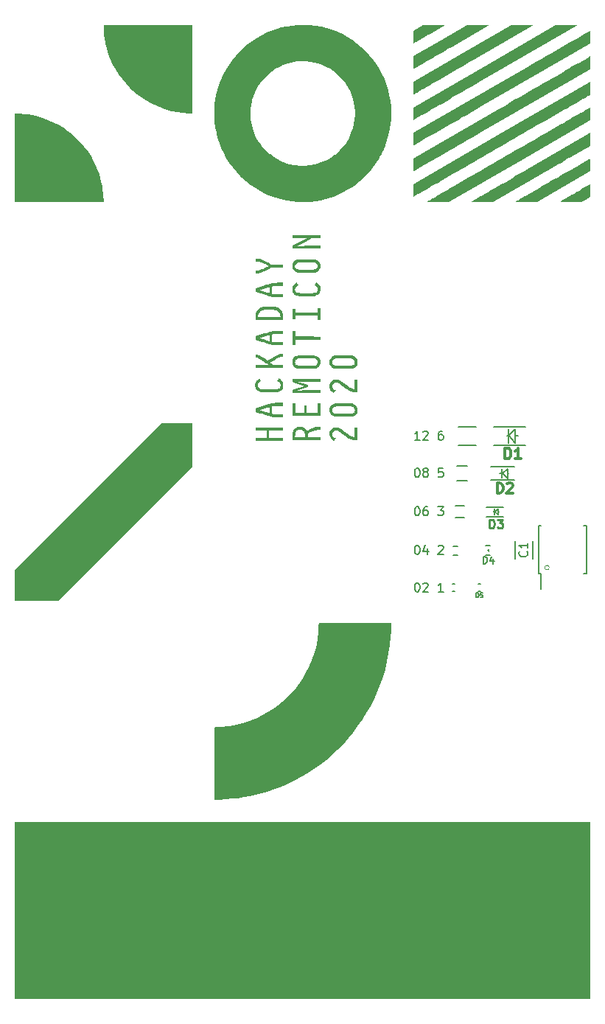
<source format=gto>
G04 #@! TF.GenerationSoftware,KiCad,Pcbnew,(5.99.0-3978-g0efe073de)*
G04 #@! TF.CreationDate,2020-10-22T13:19:48-05:00*
G04 #@! TF.ProjectId,remoticon_badge,72656d6f-7469-4636-9f6e-5f6261646765,rev?*
G04 #@! TF.SameCoordinates,PX3072580PY307257e*
G04 #@! TF.FileFunction,Legend,Top*
G04 #@! TF.FilePolarity,Positive*
%FSLAX46Y46*%
G04 Gerber Fmt 4.6, Leading zero omitted, Abs format (unit mm)*
G04 Created by KiCad (PCBNEW (5.99.0-3978-g0efe073de)) date 2020-10-22 13:19:48*
%MOMM*%
%LPD*%
G01*
G04 APERTURE LIST*
%ADD10C,0.177800*%
%ADD11C,0.200000*%
%ADD12C,0.127000*%
%ADD13C,0.300000*%
%ADD14C,0.312500*%
%ADD15C,0.250000*%
%ADD16C,0.150000*%
%ADD17C,0.100000*%
%ADD18C,1.727200*%
%ADD19O,0.508000X0.762000*%
%ADD20R,1.016000X1.016000*%
%ADD21R,0.450000X0.430000*%
%ADD22O,1.600000X1.600000*%
%ADD23R,1.600000X1.600000*%
%ADD24R,0.400000X20.320000*%
%ADD25R,0.700000X0.600000*%
%ADD26R,0.400000X0.400000*%
%ADD27R,0.900000X1.300000*%
%ADD28R,0.700000X0.900000*%
%ADD29R,1.100000X1.700000*%
%ADD30R,1.300000X1.198880*%
%ADD31R,0.600000X0.600000*%
%ADD32R,1.700000X1.800860*%
%ADD33R,1.000000X0.797560*%
%ADD34R,0.650000X1.700000*%
G04 APERTURE END LIST*
D10*
X48662106Y-53418619D02*
X48758868Y-53418619D01*
X48855630Y-53467000D01*
X48904010Y-53515380D01*
X48952391Y-53612142D01*
X49000772Y-53805666D01*
X49000772Y-54047571D01*
X48952391Y-54241095D01*
X48904010Y-54337857D01*
X48855630Y-54386238D01*
X48758868Y-54434619D01*
X48662106Y-54434619D01*
X48565344Y-54386238D01*
X48516963Y-54337857D01*
X48468582Y-54241095D01*
X48420201Y-54047571D01*
X48420201Y-53805666D01*
X48468582Y-53612142D01*
X48516963Y-53515380D01*
X48565344Y-53467000D01*
X48662106Y-53418619D01*
X49581344Y-53854047D02*
X49484582Y-53805666D01*
X49436201Y-53757285D01*
X49387820Y-53660523D01*
X49387820Y-53612142D01*
X49436201Y-53515380D01*
X49484582Y-53467000D01*
X49581344Y-53418619D01*
X49774868Y-53418619D01*
X49871630Y-53467000D01*
X49920010Y-53515380D01*
X49968391Y-53612142D01*
X49968391Y-53660523D01*
X49920010Y-53757285D01*
X49871630Y-53805666D01*
X49774868Y-53854047D01*
X49581344Y-53854047D01*
X49484582Y-53902428D01*
X49436201Y-53950809D01*
X49387820Y-54047571D01*
X49387820Y-54241095D01*
X49436201Y-54337857D01*
X49484582Y-54386238D01*
X49581344Y-54434619D01*
X49774868Y-54434619D01*
X49871630Y-54386238D01*
X49920010Y-54337857D01*
X49968391Y-54241095D01*
X49968391Y-54047571D01*
X49920010Y-53950809D01*
X49871630Y-53902428D01*
X49774868Y-53854047D01*
X51661725Y-53418619D02*
X51177915Y-53418619D01*
X51129534Y-53902428D01*
X51177915Y-53854047D01*
X51274677Y-53805666D01*
X51516582Y-53805666D01*
X51613344Y-53854047D01*
X51661725Y-53902428D01*
X51710106Y-53999190D01*
X51710106Y-54241095D01*
X51661725Y-54337857D01*
X51613344Y-54386238D01*
X51516582Y-54434619D01*
X51274677Y-54434619D01*
X51177915Y-54386238D01*
X51129534Y-54337857D01*
X48662106Y-66575819D02*
X48758868Y-66575819D01*
X48855630Y-66624200D01*
X48904010Y-66672580D01*
X48952391Y-66769342D01*
X49000772Y-66962866D01*
X49000772Y-67204771D01*
X48952391Y-67398295D01*
X48904010Y-67495057D01*
X48855630Y-67543438D01*
X48758868Y-67591819D01*
X48662106Y-67591819D01*
X48565344Y-67543438D01*
X48516963Y-67495057D01*
X48468582Y-67398295D01*
X48420201Y-67204771D01*
X48420201Y-66962866D01*
X48468582Y-66769342D01*
X48516963Y-66672580D01*
X48565344Y-66624200D01*
X48662106Y-66575819D01*
X49387820Y-66672580D02*
X49436201Y-66624200D01*
X49532963Y-66575819D01*
X49774868Y-66575819D01*
X49871630Y-66624200D01*
X49920010Y-66672580D01*
X49968391Y-66769342D01*
X49968391Y-66866104D01*
X49920010Y-67011247D01*
X49339439Y-67591819D01*
X49968391Y-67591819D01*
X51710106Y-67591819D02*
X51129534Y-67591819D01*
X51419820Y-67591819D02*
X51419820Y-66575819D01*
X51323058Y-66720961D01*
X51226296Y-66817723D01*
X51129534Y-66866104D01*
X48662106Y-62283219D02*
X48758868Y-62283219D01*
X48855630Y-62331600D01*
X48904010Y-62379980D01*
X48952391Y-62476742D01*
X49000772Y-62670266D01*
X49000772Y-62912171D01*
X48952391Y-63105695D01*
X48904010Y-63202457D01*
X48855630Y-63250838D01*
X48758868Y-63299219D01*
X48662106Y-63299219D01*
X48565344Y-63250838D01*
X48516963Y-63202457D01*
X48468582Y-63105695D01*
X48420201Y-62912171D01*
X48420201Y-62670266D01*
X48468582Y-62476742D01*
X48516963Y-62379980D01*
X48565344Y-62331600D01*
X48662106Y-62283219D01*
X49871630Y-62621885D02*
X49871630Y-63299219D01*
X49629725Y-62234838D02*
X49387820Y-62960552D01*
X50016772Y-62960552D01*
X51129534Y-62379980D02*
X51177915Y-62331600D01*
X51274677Y-62283219D01*
X51516582Y-62283219D01*
X51613344Y-62331600D01*
X51661725Y-62379980D01*
X51710106Y-62476742D01*
X51710106Y-62573504D01*
X51661725Y-62718647D01*
X51081153Y-63299219D01*
X51710106Y-63299219D01*
X49000772Y-50167419D02*
X48420201Y-50167419D01*
X48710487Y-50167419D02*
X48710487Y-49151419D01*
X48613725Y-49296561D01*
X48516963Y-49393323D01*
X48420201Y-49441704D01*
X49387820Y-49248180D02*
X49436201Y-49199800D01*
X49532963Y-49151419D01*
X49774868Y-49151419D01*
X49871630Y-49199800D01*
X49920010Y-49248180D01*
X49968391Y-49344942D01*
X49968391Y-49441704D01*
X49920010Y-49586847D01*
X49339439Y-50167419D01*
X49968391Y-50167419D01*
X51613344Y-49151419D02*
X51419820Y-49151419D01*
X51323058Y-49199800D01*
X51274677Y-49248180D01*
X51177915Y-49393323D01*
X51129534Y-49586847D01*
X51129534Y-49973895D01*
X51177915Y-50070657D01*
X51226296Y-50119038D01*
X51323058Y-50167419D01*
X51516582Y-50167419D01*
X51613344Y-50119038D01*
X51661725Y-50070657D01*
X51710106Y-49973895D01*
X51710106Y-49731990D01*
X51661725Y-49635228D01*
X51613344Y-49586847D01*
X51516582Y-49538466D01*
X51323058Y-49538466D01*
X51226296Y-49586847D01*
X51177915Y-49635228D01*
X51129534Y-49731990D01*
X48662106Y-57838219D02*
X48758868Y-57838219D01*
X48855630Y-57886600D01*
X48904010Y-57934980D01*
X48952391Y-58031742D01*
X49000772Y-58225266D01*
X49000772Y-58467171D01*
X48952391Y-58660695D01*
X48904010Y-58757457D01*
X48855630Y-58805838D01*
X48758868Y-58854219D01*
X48662106Y-58854219D01*
X48565344Y-58805838D01*
X48516963Y-58757457D01*
X48468582Y-58660695D01*
X48420201Y-58467171D01*
X48420201Y-58225266D01*
X48468582Y-58031742D01*
X48516963Y-57934980D01*
X48565344Y-57886600D01*
X48662106Y-57838219D01*
X49871630Y-57838219D02*
X49678106Y-57838219D01*
X49581344Y-57886600D01*
X49532963Y-57934980D01*
X49436201Y-58080123D01*
X49387820Y-58273647D01*
X49387820Y-58660695D01*
X49436201Y-58757457D01*
X49484582Y-58805838D01*
X49581344Y-58854219D01*
X49774868Y-58854219D01*
X49871630Y-58805838D01*
X49920010Y-58757457D01*
X49968391Y-58660695D01*
X49968391Y-58418790D01*
X49920010Y-58322028D01*
X49871630Y-58273647D01*
X49774868Y-58225266D01*
X49581344Y-58225266D01*
X49484582Y-58273647D01*
X49436201Y-58322028D01*
X49387820Y-58418790D01*
X51081153Y-57838219D02*
X51710106Y-57838219D01*
X51371439Y-58225266D01*
X51516582Y-58225266D01*
X51613344Y-58273647D01*
X51661725Y-58322028D01*
X51710106Y-58418790D01*
X51710106Y-58660695D01*
X51661725Y-58757457D01*
X51613344Y-58805838D01*
X51516582Y-58854219D01*
X51226296Y-58854219D01*
X51129534Y-58805838D01*
X51081153Y-58757457D01*
D11*
G04 #@! TO.C,D4*
X56305523Y-64369904D02*
X56305523Y-63569904D01*
X56496000Y-63569904D01*
X56610285Y-63608000D01*
X56686476Y-63684190D01*
X56724571Y-63760380D01*
X56762666Y-63912761D01*
X56762666Y-64027047D01*
X56724571Y-64179428D01*
X56686476Y-64255619D01*
X56610285Y-64331809D01*
X56496000Y-64369904D01*
X56305523Y-64369904D01*
X57448380Y-63836571D02*
X57448380Y-64369904D01*
X57257904Y-63531809D02*
X57067428Y-64103238D01*
X57562666Y-64103238D01*
D12*
G04 #@! TO.C,D5*
X55505047Y-68251009D02*
X55505047Y-67743009D01*
X55626000Y-67743009D01*
X55698571Y-67767200D01*
X55746952Y-67815580D01*
X55771142Y-67863961D01*
X55795333Y-67960723D01*
X55795333Y-68033295D01*
X55771142Y-68130057D01*
X55746952Y-68178438D01*
X55698571Y-68226819D01*
X55626000Y-68251009D01*
X55505047Y-68251009D01*
X56254952Y-67743009D02*
X56013047Y-67743009D01*
X55988857Y-67984914D01*
X56013047Y-67960723D01*
X56061428Y-67936533D01*
X56182380Y-67936533D01*
X56230761Y-67960723D01*
X56254952Y-67984914D01*
X56279142Y-68033295D01*
X56279142Y-68154247D01*
X56254952Y-68202628D01*
X56230761Y-68226819D01*
X56182380Y-68251009D01*
X56061428Y-68251009D01*
X56013047Y-68226819D01*
X55988857Y-68202628D01*
D13*
G04 #@! TO.C,D2*
X57889885Y-56295857D02*
X57889885Y-55095857D01*
X58175600Y-55095857D01*
X58347028Y-55153000D01*
X58461314Y-55267285D01*
X58518457Y-55381571D01*
X58575600Y-55610142D01*
X58575600Y-55781571D01*
X58518457Y-56010142D01*
X58461314Y-56124428D01*
X58347028Y-56238714D01*
X58175600Y-56295857D01*
X57889885Y-56295857D01*
X59032742Y-55210142D02*
X59089885Y-55153000D01*
X59204171Y-55095857D01*
X59489885Y-55095857D01*
X59604171Y-55153000D01*
X59661314Y-55210142D01*
X59718457Y-55324428D01*
X59718457Y-55438714D01*
X59661314Y-55610142D01*
X58975600Y-56295857D01*
X59718457Y-56295857D01*
D14*
G04 #@! TO.C,D1*
X58767380Y-52330676D02*
X58767380Y-51080676D01*
X59065000Y-51080676D01*
X59243571Y-51140200D01*
X59362619Y-51259247D01*
X59422142Y-51378295D01*
X59481666Y-51616390D01*
X59481666Y-51794961D01*
X59422142Y-52033057D01*
X59362619Y-52152104D01*
X59243571Y-52271152D01*
X59065000Y-52330676D01*
X58767380Y-52330676D01*
X60672142Y-52330676D02*
X59957857Y-52330676D01*
X60315000Y-52330676D02*
X60315000Y-51080676D01*
X60195952Y-51259247D01*
X60076904Y-51378295D01*
X59957857Y-51437819D01*
D15*
G04 #@! TO.C,D3*
X57021504Y-60294780D02*
X57021504Y-59294780D01*
X57259600Y-59294780D01*
X57402457Y-59342400D01*
X57497695Y-59437638D01*
X57545314Y-59532876D01*
X57592933Y-59723352D01*
X57592933Y-59866209D01*
X57545314Y-60056685D01*
X57497695Y-60151923D01*
X57402457Y-60247161D01*
X57259600Y-60294780D01*
X57021504Y-60294780D01*
X57926266Y-59294780D02*
X58545314Y-59294780D01*
X58211980Y-59675733D01*
X58354838Y-59675733D01*
X58450076Y-59723352D01*
X58497695Y-59770971D01*
X58545314Y-59866209D01*
X58545314Y-60104304D01*
X58497695Y-60199542D01*
X58450076Y-60247161D01*
X58354838Y-60294780D01*
X58069123Y-60294780D01*
X57973885Y-60247161D01*
X57926266Y-60199542D01*
D16*
G04 #@! TO.C,C1*
X61317142Y-62955466D02*
X61364761Y-63003085D01*
X61412380Y-63145942D01*
X61412380Y-63241180D01*
X61364761Y-63384038D01*
X61269523Y-63479276D01*
X61174285Y-63526895D01*
X60983809Y-63574514D01*
X60840952Y-63574514D01*
X60650476Y-63526895D01*
X60555238Y-63479276D01*
X60460000Y-63384038D01*
X60412380Y-63241180D01*
X60412380Y-63145942D01*
X60460000Y-63003085D01*
X60507619Y-62955466D01*
X61412380Y-62003085D02*
X61412380Y-62574514D01*
X61412380Y-62288800D02*
X60412380Y-62288800D01*
X60555238Y-62384038D01*
X60650476Y-62479276D01*
X60698095Y-62574514D01*
G04 #@! TO.C,R5*
X52767800Y-67572200D02*
X52997800Y-67572200D01*
X52997800Y-66692200D02*
X52767800Y-66692200D01*
G04 #@! TO.C,G\u002A\u002A\u002A*
G36*
X68595350Y-20800696D02*
G01*
X68598744Y-20856420D01*
X68601729Y-20945069D01*
X68604204Y-21061921D01*
X68606064Y-21202256D01*
X68607208Y-21361350D01*
X68607539Y-21510988D01*
X68607539Y-22249012D01*
X68083132Y-22550270D01*
X67558725Y-22851527D01*
X66289526Y-22851527D01*
X66062302Y-22851388D01*
X65848402Y-22850989D01*
X65651459Y-22850354D01*
X65475100Y-22849508D01*
X65322958Y-22848475D01*
X65198662Y-22847281D01*
X65105842Y-22845949D01*
X65048130Y-22844504D01*
X65029154Y-22842971D01*
X65048363Y-22831391D01*
X65101753Y-22800101D01*
X65186806Y-22750560D01*
X65301003Y-22684226D01*
X65441826Y-22602559D01*
X65606754Y-22507017D01*
X65793270Y-22399060D01*
X65998854Y-22280147D01*
X66220987Y-22151736D01*
X66457150Y-22015286D01*
X66704824Y-21872256D01*
X66806872Y-21813345D01*
X67058618Y-21668023D01*
X67299993Y-21528678D01*
X67528463Y-21396774D01*
X67741497Y-21273771D01*
X67936564Y-21161133D01*
X68111132Y-21060321D01*
X68262669Y-20972797D01*
X68388643Y-20900024D01*
X68486522Y-20843464D01*
X68553775Y-20804578D01*
X68587871Y-20784829D01*
X68591651Y-20782619D01*
X68595350Y-20800696D01*
G37*
G36*
X25449213Y-11682573D02*
G01*
X25533104Y-11034274D01*
X25617522Y-10576598D01*
X25768773Y-9950672D01*
X25959101Y-9339093D01*
X26187191Y-8743415D01*
X26451728Y-8165191D01*
X26751397Y-7605975D01*
X27084883Y-7067322D01*
X27450872Y-6550786D01*
X27848049Y-6057921D01*
X28275098Y-5590281D01*
X28730706Y-5149419D01*
X29213557Y-4736891D01*
X29722337Y-4354250D01*
X30255731Y-4003051D01*
X30812423Y-3684846D01*
X31391100Y-3401192D01*
X31852744Y-3206549D01*
X32460872Y-2989760D01*
X33079102Y-2813217D01*
X33709495Y-2676449D01*
X34354113Y-2578985D01*
X34784552Y-2536261D01*
X34927135Y-2527633D01*
X35102150Y-2521285D01*
X35299720Y-2517217D01*
X35509969Y-2515430D01*
X35723022Y-2515922D01*
X35929002Y-2518696D01*
X36118034Y-2523749D01*
X36280241Y-2531083D01*
X36356631Y-2536261D01*
X37015777Y-2609412D01*
X37662914Y-2723082D01*
X38297141Y-2876901D01*
X38917558Y-3070503D01*
X39523263Y-3303517D01*
X40113357Y-3575578D01*
X40686937Y-3886315D01*
X41243103Y-4235361D01*
X41780955Y-4622347D01*
X42116443Y-4890835D01*
X42199655Y-4962545D01*
X42303857Y-5055962D01*
X42420080Y-5162834D01*
X42539350Y-5274912D01*
X42652699Y-5383945D01*
X42653836Y-5385055D01*
X42956526Y-5689988D01*
X43229582Y-5986395D01*
X43481431Y-6284358D01*
X43720503Y-6593959D01*
X43955227Y-6925279D01*
X44012841Y-7010628D01*
X44363790Y-7571082D01*
X44674288Y-8143312D01*
X44944664Y-8728267D01*
X45175245Y-9326895D01*
X45366361Y-9940146D01*
X45518341Y-10568969D01*
X45631513Y-11214313D01*
X45706206Y-11877127D01*
X45708499Y-11905267D01*
X45717013Y-12049891D01*
X45722526Y-12227360D01*
X45725181Y-12429276D01*
X45725119Y-12647243D01*
X45722481Y-12872866D01*
X45717409Y-13097748D01*
X45710045Y-13313492D01*
X45700529Y-13511702D01*
X45689005Y-13683982D01*
X45676274Y-13816414D01*
X45577967Y-14474427D01*
X45440546Y-15119363D01*
X45264557Y-15749032D01*
X45050545Y-16361246D01*
X45026813Y-16422086D01*
X44947296Y-16612990D01*
X44849835Y-16829358D01*
X44739506Y-17061080D01*
X44621386Y-17298052D01*
X44500550Y-17530165D01*
X44382077Y-17747314D01*
X44271040Y-17939392D01*
X44234734Y-17999052D01*
X43868105Y-18552235D01*
X43469837Y-19077417D01*
X43040514Y-19573968D01*
X42580720Y-20041264D01*
X42091041Y-20478677D01*
X41572059Y-20885579D01*
X41485408Y-20948481D01*
X41055929Y-21237930D01*
X40594945Y-21513472D01*
X40112378Y-21770068D01*
X39618155Y-22002680D01*
X39122198Y-22206271D01*
X38741706Y-22341299D01*
X38185052Y-22504934D01*
X37606160Y-22637657D01*
X37012819Y-22738450D01*
X36412816Y-22806294D01*
X35813940Y-22840170D01*
X35223979Y-22839059D01*
X35009521Y-22829577D01*
X34352734Y-22771848D01*
X33705931Y-22673322D01*
X33070595Y-22534663D01*
X32448205Y-22356532D01*
X31840242Y-22139591D01*
X31248188Y-21884502D01*
X30673523Y-21591928D01*
X30117727Y-21262529D01*
X29582282Y-20896968D01*
X29068668Y-20495907D01*
X28578367Y-20060008D01*
X28378049Y-19865003D01*
X27930268Y-19387811D01*
X27517156Y-18887266D01*
X27139221Y-18365083D01*
X26796973Y-17822972D01*
X26490921Y-17262647D01*
X26221573Y-16685819D01*
X25989438Y-16094200D01*
X25795025Y-15489504D01*
X25638844Y-14873442D01*
X25521402Y-14247726D01*
X25443209Y-13614069D01*
X25404774Y-12974183D01*
X25405661Y-12661869D01*
X29577452Y-12661869D01*
X29578718Y-12888595D01*
X29583817Y-13083416D01*
X29593762Y-13256699D01*
X29609566Y-13418813D01*
X29632240Y-13580128D01*
X29662798Y-13751011D01*
X29702253Y-13941831D01*
X29702619Y-13943520D01*
X29829498Y-14429487D01*
X29996218Y-14902530D01*
X30201506Y-15359958D01*
X30444092Y-15799082D01*
X30722700Y-16217213D01*
X30870299Y-16411493D01*
X30951992Y-16508600D01*
X31058442Y-16626205D01*
X31182395Y-16757052D01*
X31316594Y-16893887D01*
X31453784Y-17029453D01*
X31586709Y-17156495D01*
X31708115Y-17267757D01*
X31810745Y-17355985D01*
X31831559Y-17372754D01*
X32237152Y-17667224D01*
X32665332Y-17926487D01*
X33113716Y-18149564D01*
X33579921Y-18335476D01*
X34061564Y-18483245D01*
X34556261Y-18591892D01*
X34934524Y-18647126D01*
X35099575Y-18660868D01*
X35295501Y-18668678D01*
X35511256Y-18670784D01*
X35735797Y-18667415D01*
X35958078Y-18658799D01*
X36167055Y-18645164D01*
X36351684Y-18626738D01*
X36428557Y-18616238D01*
X36931602Y-18519297D01*
X37416741Y-18384202D01*
X37885013Y-18210505D01*
X38337457Y-17997761D01*
X38775113Y-17745520D01*
X39199020Y-17453335D01*
X39288440Y-17385275D01*
X39393958Y-17298324D01*
X39519316Y-17186568D01*
X39656942Y-17057506D01*
X39799265Y-16918638D01*
X39938710Y-16777465D01*
X40067707Y-16641485D01*
X40178682Y-16518199D01*
X40250253Y-16432678D01*
X40535080Y-16042720D01*
X40791189Y-15625009D01*
X41015467Y-15185548D01*
X41204801Y-14730339D01*
X41333369Y-14344215D01*
X41451895Y-13869398D01*
X41529762Y-13387096D01*
X41567361Y-12900327D01*
X41565078Y-12412111D01*
X41523303Y-11925468D01*
X41442424Y-11443416D01*
X41322829Y-10968974D01*
X41164907Y-10505161D01*
X40969045Y-10054997D01*
X40735633Y-9621501D01*
X40723233Y-9600734D01*
X40447887Y-9181701D01*
X40143023Y-8791559D01*
X39810801Y-8431243D01*
X39453379Y-8101687D01*
X39072916Y-7803824D01*
X38671573Y-7538587D01*
X38251508Y-7306911D01*
X37814880Y-7109729D01*
X37363849Y-6947975D01*
X36900574Y-6822583D01*
X36427214Y-6734486D01*
X35945928Y-6684618D01*
X35458876Y-6673913D01*
X34968216Y-6703304D01*
X34476109Y-6773726D01*
X34278348Y-6813811D01*
X33796876Y-6941019D01*
X33331991Y-7106192D01*
X32885492Y-7307588D01*
X32459176Y-7543468D01*
X32054841Y-7812093D01*
X31674285Y-8111722D01*
X31319306Y-8440616D01*
X30991701Y-8797035D01*
X30693268Y-9179239D01*
X30425805Y-9585489D01*
X30191110Y-10014044D01*
X29990980Y-10463166D01*
X29827214Y-10931113D01*
X29754329Y-11191821D01*
X29698963Y-11419896D01*
X29655836Y-11626448D01*
X29623625Y-11822472D01*
X29601007Y-12018966D01*
X29586658Y-12226925D01*
X29579257Y-12457346D01*
X29577452Y-12661869D01*
X25405661Y-12661869D01*
X25406606Y-12329780D01*
X25449213Y-11682573D01*
G37*
G36*
X68585486Y-11992391D02*
G01*
X68592077Y-12005960D01*
X68597106Y-12035677D01*
X68600707Y-12085430D01*
X68603017Y-12159105D01*
X68604172Y-12260591D01*
X68604310Y-12393775D01*
X68603565Y-12562545D01*
X68602520Y-12713401D01*
X68596947Y-13447578D01*
X60452911Y-18149552D01*
X52308874Y-22851527D01*
X51036480Y-22851170D01*
X50772879Y-22851069D01*
X50548652Y-22850858D01*
X50360807Y-22850440D01*
X50206349Y-22849714D01*
X50082284Y-22848582D01*
X49985620Y-22846944D01*
X49913362Y-22844702D01*
X49862517Y-22841756D01*
X49830090Y-22838007D01*
X49813088Y-22833357D01*
X49808518Y-22827705D01*
X49813385Y-22820954D01*
X49824696Y-22813003D01*
X49827639Y-22811153D01*
X49852462Y-22796515D01*
X49912462Y-22761588D01*
X50006309Y-22707141D01*
X50132676Y-22633938D01*
X50290234Y-22542747D01*
X50477654Y-22434335D01*
X50693608Y-22309467D01*
X50936767Y-22168912D01*
X51205804Y-22013434D01*
X51499389Y-21843802D01*
X51816193Y-21660782D01*
X52154890Y-21465140D01*
X52514149Y-21257643D01*
X52892643Y-21039057D01*
X53289042Y-20810150D01*
X53702019Y-20571688D01*
X54130246Y-20324438D01*
X54572392Y-20069166D01*
X55027131Y-19806638D01*
X55493133Y-19537623D01*
X55969071Y-19262885D01*
X56453614Y-18983193D01*
X56945436Y-18699311D01*
X57443208Y-18412009D01*
X57945600Y-18122051D01*
X58451285Y-17830204D01*
X58958935Y-17537235D01*
X59467219Y-17243912D01*
X59974811Y-16951000D01*
X60480382Y-16659265D01*
X60982603Y-16369476D01*
X61480145Y-16082398D01*
X61971680Y-15798798D01*
X62455880Y-15519443D01*
X62931417Y-15245099D01*
X63396961Y-14976533D01*
X63851184Y-14714511D01*
X64292757Y-14459801D01*
X64720354Y-14213169D01*
X65132643Y-13975382D01*
X65528298Y-13747205D01*
X65905990Y-13529407D01*
X66264390Y-13322753D01*
X66602169Y-13128011D01*
X66918000Y-12945946D01*
X67210554Y-12777326D01*
X67478502Y-12622917D01*
X67720515Y-12483485D01*
X67935266Y-12359799D01*
X68121426Y-12252623D01*
X68277666Y-12162725D01*
X68402658Y-12090872D01*
X68495073Y-12037829D01*
X68553583Y-12004364D01*
X68576860Y-11991244D01*
X68577194Y-11991082D01*
X68585486Y-11992391D01*
G37*
G36*
X34404349Y-49522358D02*
G01*
X34411820Y-49372928D01*
X34423544Y-49253465D01*
X34441131Y-49157773D01*
X34466191Y-49079659D01*
X34500333Y-49012926D01*
X34545167Y-48951381D01*
X34602302Y-48888828D01*
X34615916Y-48875083D01*
X34703935Y-48796180D01*
X34792608Y-48738849D01*
X34890857Y-48700157D01*
X35007605Y-48677173D01*
X35151773Y-48666962D01*
X35252827Y-48665741D01*
X35374021Y-48667086D01*
X35463509Y-48671269D01*
X35531924Y-48679599D01*
X35589900Y-48693389D01*
X35648071Y-48713949D01*
X35649962Y-48714697D01*
X35739040Y-48760214D01*
X35832047Y-48824452D01*
X35918222Y-48898244D01*
X35986808Y-48972424D01*
X36025906Y-49034987D01*
X36046267Y-49078620D01*
X36060169Y-49098744D01*
X36060822Y-49098900D01*
X36082183Y-49088621D01*
X36126299Y-49062672D01*
X36149673Y-49048140D01*
X36356361Y-48932123D01*
X36582564Y-48830589D01*
X36818210Y-48746728D01*
X37053221Y-48683729D01*
X37277526Y-48644782D01*
X37461292Y-48632930D01*
X37572510Y-48632844D01*
X37572510Y-48969874D01*
X37503661Y-48979581D01*
X37451001Y-48986727D01*
X37370881Y-48997281D01*
X37277875Y-49009330D01*
X37246458Y-49013357D01*
X36976669Y-49066126D01*
X36701582Y-49156622D01*
X36418268Y-49285909D01*
X36264378Y-49370173D01*
X36131976Y-49446652D01*
X36131976Y-49819166D01*
X37572510Y-49819166D01*
X37572510Y-50179300D01*
X34390265Y-50179300D01*
X34397338Y-49819166D01*
X34685146Y-49819166D01*
X35814211Y-49819166D01*
X35813746Y-49580843D01*
X35807844Y-49423823D01*
X35788332Y-49302119D01*
X35751467Y-49209842D01*
X35693508Y-49141106D01*
X35610712Y-49090022D01*
X35499337Y-49050702D01*
X35472169Y-49043441D01*
X35332680Y-49020510D01*
X35185938Y-49018322D01*
X35046227Y-49035903D01*
X34927834Y-49072278D01*
X34907487Y-49081970D01*
X34834470Y-49128847D01*
X34780197Y-49188162D01*
X34741801Y-49266616D01*
X34716413Y-49370910D01*
X34701167Y-49507744D01*
X34697263Y-49573141D01*
X34685146Y-49819166D01*
X34397338Y-49819166D01*
X34399523Y-49707949D01*
X34404349Y-49522358D01*
G37*
G36*
X32878983Y-43096466D02*
G01*
X32932709Y-43133293D01*
X32997640Y-43185664D01*
X33064562Y-43246208D01*
X33117181Y-43299738D01*
X33179103Y-43376094D01*
X33239020Y-43463945D01*
X33265472Y-43509624D01*
X33290992Y-43560937D01*
X33307971Y-43606655D01*
X33318133Y-43657424D01*
X33323208Y-43723888D01*
X33324919Y-43816692D01*
X33325054Y-43876965D01*
X33324489Y-43986216D01*
X33321520Y-44064038D01*
X33314232Y-44121370D01*
X33300710Y-44169149D01*
X33279041Y-44218311D01*
X33258182Y-44259058D01*
X33165397Y-44400263D01*
X33049036Y-44511088D01*
X32905509Y-44593894D01*
X32731224Y-44651040D01*
X32632043Y-44670629D01*
X32568389Y-44677161D01*
X32469765Y-44682445D01*
X32342200Y-44686512D01*
X32191729Y-44689394D01*
X32024383Y-44691120D01*
X31846193Y-44691721D01*
X31663192Y-44691228D01*
X31481412Y-44689672D01*
X31306885Y-44687083D01*
X31145644Y-44683492D01*
X31003719Y-44678930D01*
X30887143Y-44673428D01*
X30801949Y-44667016D01*
X30759733Y-44661100D01*
X30571963Y-44604155D01*
X30415855Y-44520812D01*
X30288186Y-44408719D01*
X30185734Y-44265521D01*
X30164664Y-44226506D01*
X30137982Y-44170887D01*
X30120699Y-44121435D01*
X30110816Y-44066392D01*
X30106336Y-43994001D01*
X30105260Y-43892505D01*
X30105265Y-43876965D01*
X30110231Y-43732382D01*
X30127427Y-43617132D01*
X30160782Y-43518999D01*
X30214225Y-43425768D01*
X30277052Y-43342873D01*
X30327943Y-43289078D01*
X30393393Y-43231057D01*
X30463428Y-43176363D01*
X30528073Y-43132547D01*
X30577356Y-43107160D01*
X30592888Y-43103737D01*
X30613538Y-43120793D01*
X30647841Y-43165923D01*
X30689046Y-43230066D01*
X30697006Y-43243497D01*
X30738227Y-43317306D01*
X30758184Y-43363681D01*
X30759383Y-43390258D01*
X30749072Y-43402055D01*
X30715590Y-43418837D01*
X30705785Y-43421177D01*
X30684312Y-43434489D01*
X30641087Y-43469076D01*
X30585473Y-43517448D01*
X30494068Y-43623429D01*
X30437678Y-43740673D01*
X30415609Y-43862514D01*
X30427170Y-43982290D01*
X30471667Y-44093338D01*
X30548408Y-44188992D01*
X30656698Y-44262590D01*
X30663285Y-44265739D01*
X30782935Y-44321835D01*
X31704453Y-44321835D01*
X31929331Y-44321699D01*
X32115984Y-44321188D01*
X32268552Y-44320152D01*
X32391177Y-44318439D01*
X32488003Y-44315897D01*
X32563171Y-44312376D01*
X32620822Y-44307723D01*
X32665099Y-44301787D01*
X32700144Y-44294417D01*
X32730099Y-44285462D01*
X32733768Y-44284196D01*
X32848676Y-44224738D01*
X32934094Y-44141068D01*
X32989962Y-44039453D01*
X33016221Y-43926159D01*
X33012811Y-43807453D01*
X32979673Y-43689601D01*
X32916748Y-43578871D01*
X32823976Y-43481528D01*
X32741922Y-43425096D01*
X32638099Y-43365800D01*
X32733107Y-43224176D01*
X32779393Y-43158212D01*
X32818061Y-43108626D01*
X32842386Y-43083879D01*
X32845674Y-43082553D01*
X32878983Y-43096466D01*
G37*
G36*
X55742981Y-2519710D02*
G01*
X57009858Y-2525171D01*
X52661890Y-5035353D01*
X52264860Y-5264545D01*
X51877414Y-5488161D01*
X51501156Y-5705277D01*
X51137693Y-5914966D01*
X50788631Y-6116304D01*
X50455575Y-6308366D01*
X50140132Y-6490226D01*
X49843908Y-6660959D01*
X49568508Y-6819641D01*
X49315539Y-6965345D01*
X49086607Y-7097147D01*
X48883317Y-7214121D01*
X48707275Y-7315342D01*
X48560089Y-7399885D01*
X48443362Y-7466825D01*
X48358703Y-7515236D01*
X48307715Y-7544194D01*
X48291980Y-7552849D01*
X48285467Y-7536300D01*
X48280474Y-7481298D01*
X48276982Y-7387088D01*
X48274975Y-7252914D01*
X48274436Y-7078021D01*
X48275348Y-6861653D01*
X48275611Y-6825307D01*
X48281184Y-6090451D01*
X51378644Y-4302349D01*
X54476105Y-2514248D01*
X55742981Y-2519710D01*
G37*
G36*
X22849407Y-53304009D02*
G01*
X15196561Y-60956834D01*
X7543714Y-68609658D01*
X2512460Y-68609658D01*
X2512460Y-65082449D01*
X19322238Y-48272711D01*
X22849407Y-48272711D01*
X22849407Y-53304009D01*
G37*
G36*
X68607539Y-7570787D02*
G01*
X58476138Y-13419891D01*
X57867851Y-13771057D01*
X57268640Y-14116957D01*
X56679555Y-14456986D01*
X56101646Y-14790538D01*
X55535963Y-15117008D01*
X54983558Y-15435790D01*
X54445479Y-15746279D01*
X53922778Y-16047869D01*
X53416504Y-16339954D01*
X52927707Y-16621929D01*
X52457439Y-16893189D01*
X52006748Y-17153127D01*
X51576686Y-17401139D01*
X51168302Y-17636618D01*
X50782647Y-17858960D01*
X50420770Y-18067558D01*
X50083723Y-18261807D01*
X49772556Y-18441101D01*
X49488317Y-18604836D01*
X49232059Y-18752405D01*
X49004831Y-18883203D01*
X48807682Y-18996624D01*
X48641665Y-19092062D01*
X48507828Y-19168913D01*
X48407222Y-19226570D01*
X48340896Y-19264429D01*
X48309903Y-19281883D01*
X48307664Y-19283045D01*
X48297746Y-19284682D01*
X48289769Y-19278584D01*
X48283522Y-19260698D01*
X48278796Y-19226971D01*
X48275380Y-19173348D01*
X48273065Y-19095775D01*
X48271639Y-18990200D01*
X48270894Y-18852568D01*
X48270619Y-18678825D01*
X48270592Y-18567757D01*
X48270592Y-17838420D01*
X58137189Y-12142234D01*
X58739726Y-11794377D01*
X59334080Y-11451240D01*
X59919149Y-11113462D01*
X60493830Y-10781678D01*
X61057021Y-10456527D01*
X61607618Y-10138643D01*
X62144519Y-9828665D01*
X62666621Y-9527228D01*
X63172821Y-9234970D01*
X63662016Y-8952527D01*
X64133103Y-8680536D01*
X64584980Y-8419634D01*
X65016544Y-8170458D01*
X65426693Y-7933644D01*
X65814322Y-7709829D01*
X66178330Y-7499650D01*
X66517613Y-7303743D01*
X66831070Y-7122745D01*
X67117596Y-6957294D01*
X67376090Y-6808025D01*
X67605448Y-6675576D01*
X67804568Y-6560583D01*
X67972346Y-6463683D01*
X68107681Y-6385512D01*
X68209469Y-6326708D01*
X68276607Y-6287908D01*
X68305663Y-6271098D01*
X68607539Y-6096147D01*
X68607539Y-7570787D01*
G37*
G36*
X22849407Y-12683053D02*
G01*
X22738190Y-12678844D01*
X22658062Y-12675801D01*
X22558261Y-12671997D01*
X22468090Y-12668550D01*
X21813755Y-12622564D01*
X21167901Y-12535479D01*
X20532157Y-12408007D01*
X19908151Y-12240860D01*
X19297514Y-12034750D01*
X18701874Y-11790390D01*
X18122862Y-11508491D01*
X17562106Y-11189765D01*
X17021236Y-10834925D01*
X16501882Y-10444682D01*
X16005672Y-10019750D01*
X15667457Y-9696529D01*
X15217435Y-9216977D01*
X14801695Y-8713161D01*
X14420962Y-8186584D01*
X14075964Y-7638746D01*
X13767425Y-7071148D01*
X13496071Y-6485291D01*
X13262629Y-5882677D01*
X13067825Y-5264806D01*
X12912385Y-4633180D01*
X12797035Y-3989299D01*
X12756242Y-3677391D01*
X12746537Y-3581434D01*
X12735695Y-3454796D01*
X12724349Y-3307084D01*
X12713135Y-3147904D01*
X12702687Y-2986863D01*
X12693638Y-2833569D01*
X12686623Y-2697627D01*
X12682276Y-2588644D01*
X12681222Y-2541060D01*
X12688639Y-2538108D01*
X12711857Y-2535369D01*
X12752225Y-2532837D01*
X12811092Y-2530505D01*
X12889808Y-2528365D01*
X12989722Y-2526411D01*
X13112184Y-2524636D01*
X13258542Y-2523032D01*
X13430147Y-2521592D01*
X13628347Y-2520309D01*
X13854491Y-2519177D01*
X14109930Y-2518189D01*
X14396013Y-2517337D01*
X14714088Y-2516614D01*
X15065505Y-2516013D01*
X15451614Y-2515528D01*
X15873764Y-2515150D01*
X16333304Y-2514874D01*
X16831584Y-2514692D01*
X17369953Y-2514598D01*
X17765171Y-2514579D01*
X22849407Y-2514579D01*
X22849407Y-12683053D01*
G37*
G36*
X33314462Y-40412925D02*
G01*
X33314452Y-40495214D01*
X33309244Y-40547778D01*
X33291068Y-40578443D01*
X33252155Y-40595038D01*
X33184735Y-40605388D01*
X33115668Y-40613196D01*
X33021135Y-40631820D01*
X32909128Y-40668645D01*
X32776347Y-40725192D01*
X32619496Y-40802979D01*
X32435277Y-40903528D01*
X32238804Y-41017434D01*
X32118037Y-41089490D01*
X32010449Y-41154677D01*
X31921096Y-41209849D01*
X31855031Y-41251862D01*
X31817311Y-41277571D01*
X31810375Y-41283963D01*
X31826893Y-41300277D01*
X31871465Y-41334170D01*
X31936617Y-41380140D01*
X31990234Y-41416404D01*
X32170093Y-41536097D01*
X33314462Y-41536097D01*
X33314462Y-41875046D01*
X30136814Y-41875046D01*
X30136814Y-41536097D01*
X30878265Y-41536097D01*
X31050690Y-41535660D01*
X31208868Y-41534419D01*
X31348011Y-41532475D01*
X31463332Y-41529931D01*
X31550046Y-41526891D01*
X31603366Y-41523456D01*
X31618864Y-41520209D01*
X31601393Y-41502442D01*
X31553218Y-41465616D01*
X31479547Y-41413150D01*
X31385593Y-41348462D01*
X31276564Y-41274968D01*
X31157673Y-41196087D01*
X31034129Y-41115237D01*
X30911142Y-41035834D01*
X30793925Y-40961296D01*
X30687686Y-40895041D01*
X30597636Y-40840488D01*
X30528987Y-40801052D01*
X30497852Y-40784928D01*
X30408233Y-40746918D01*
X30318106Y-40715845D01*
X30245330Y-40697776D01*
X30238344Y-40696734D01*
X30136814Y-40683266D01*
X30136814Y-40323780D01*
X30237439Y-40337917D01*
X30326119Y-40353723D01*
X30413452Y-40377287D01*
X30504679Y-40411220D01*
X30605039Y-40458134D01*
X30719773Y-40520640D01*
X30854121Y-40601349D01*
X31013323Y-40702873D01*
X31149367Y-40792373D01*
X31533277Y-41047247D01*
X31984294Y-40779901D01*
X32216446Y-40644360D01*
X32417704Y-40531655D01*
X32591777Y-40440169D01*
X32742370Y-40368286D01*
X32873191Y-40314387D01*
X32987946Y-40276857D01*
X33090341Y-40254077D01*
X33184085Y-40244431D01*
X33212991Y-40243854D01*
X33314462Y-40243854D01*
X33314462Y-40412925D01*
G37*
G36*
X37572510Y-43527423D02*
G01*
X37207080Y-43526952D01*
X37102036Y-43526045D01*
X36961939Y-43523667D01*
X36794070Y-43520004D01*
X36605714Y-43515241D01*
X36404153Y-43509563D01*
X36196670Y-43503154D01*
X35990548Y-43496201D01*
X35973094Y-43495582D01*
X35781427Y-43488885D01*
X35599737Y-43482768D01*
X35433119Y-43477384D01*
X35286670Y-43472889D01*
X35165484Y-43469438D01*
X35074658Y-43467185D01*
X35019288Y-43466285D01*
X35009207Y-43466319D01*
X34986324Y-43467562D01*
X34974990Y-43471031D01*
X34978109Y-43477762D01*
X34998586Y-43488788D01*
X35039326Y-43505144D01*
X35103232Y-43527864D01*
X35193210Y-43557983D01*
X35312164Y-43596535D01*
X35463000Y-43644555D01*
X35648620Y-43703077D01*
X35861876Y-43769984D01*
X36174345Y-43867889D01*
X36174345Y-43973507D01*
X36171336Y-44039477D01*
X36159046Y-44076221D01*
X36132581Y-44096652D01*
X36126680Y-44099280D01*
X36094404Y-44110672D01*
X36027368Y-44132652D01*
X35931324Y-44163393D01*
X35812021Y-44201071D01*
X35675208Y-44243858D01*
X35526638Y-44289929D01*
X35517631Y-44292709D01*
X35370488Y-44338451D01*
X35236560Y-44380707D01*
X35121206Y-44417736D01*
X35029787Y-44447798D01*
X34967663Y-44469151D01*
X34940194Y-44480053D01*
X34939580Y-44480484D01*
X34950875Y-44486398D01*
X34995646Y-44489268D01*
X35065080Y-44488659D01*
X35087870Y-44487800D01*
X35315164Y-44478605D01*
X35562410Y-44469849D01*
X35821189Y-44461744D01*
X36083085Y-44454502D01*
X36339679Y-44448334D01*
X36582555Y-44443452D01*
X36803294Y-44440067D01*
X36993479Y-44438392D01*
X37058790Y-44438248D01*
X37572510Y-44438349D01*
X37572510Y-44777298D01*
X34393148Y-44777298D01*
X34399301Y-44603164D01*
X34405454Y-44429029D01*
X35046196Y-44206933D01*
X35201053Y-44152679D01*
X35341464Y-44102371D01*
X35462834Y-44057745D01*
X35560567Y-44020537D01*
X35630067Y-43992480D01*
X35666737Y-43975310D01*
X35671133Y-43971006D01*
X35647905Y-43960921D01*
X35589541Y-43938872D01*
X35500990Y-43906632D01*
X35387194Y-43865977D01*
X35253101Y-43818679D01*
X35103656Y-43766513D01*
X35025095Y-43739287D01*
X34394862Y-43521399D01*
X34394862Y-43167290D01*
X37572510Y-43167290D01*
X37572510Y-43527423D01*
G37*
G36*
X33314462Y-49077715D02*
G01*
X31725638Y-49077715D01*
X31725638Y-49903904D01*
X33314462Y-49903904D01*
X33314462Y-50242853D01*
X30136814Y-50242853D01*
X30136814Y-49904525D01*
X30777639Y-49898918D01*
X31418465Y-49893312D01*
X31418465Y-49088307D01*
X30777639Y-49082701D01*
X30136814Y-49077094D01*
X30136814Y-48738766D01*
X33314462Y-48738766D01*
X33314462Y-49077715D01*
G37*
G36*
X60827090Y-2519710D02*
G01*
X62093979Y-2525171D01*
X55233239Y-6486639D01*
X54733178Y-6775374D01*
X54242294Y-7058798D01*
X53761869Y-7336172D01*
X53293186Y-7606755D01*
X52837528Y-7869807D01*
X52396176Y-8124588D01*
X51970414Y-8370357D01*
X51561525Y-8606375D01*
X51170790Y-8831902D01*
X50799494Y-9046197D01*
X50448917Y-9248519D01*
X50120343Y-9438130D01*
X49815055Y-9614288D01*
X49534335Y-9776253D01*
X49279466Y-9923286D01*
X49051730Y-10054646D01*
X48852410Y-10169592D01*
X48682789Y-10267386D01*
X48544149Y-10347285D01*
X48437773Y-10408551D01*
X48364944Y-10450444D01*
X48326944Y-10472222D01*
X48321545Y-10475264D01*
X48270592Y-10502421D01*
X48271173Y-9765589D01*
X48271754Y-9028758D01*
X53915978Y-5771503D01*
X59560201Y-2514248D01*
X60827090Y-2519710D01*
G37*
G36*
X37116162Y-32056359D02*
G01*
X37163048Y-32082876D01*
X37223976Y-32127030D01*
X37290902Y-32182744D01*
X37355785Y-32243940D01*
X37387063Y-32277040D01*
X37498506Y-32431001D01*
X37571855Y-32599611D01*
X37606394Y-32777573D01*
X37601409Y-32959588D01*
X37556184Y-33140358D01*
X37516142Y-33232880D01*
X37434285Y-33366613D01*
X37334590Y-33470601D01*
X37210262Y-33549976D01*
X37054509Y-33609873D01*
X36995904Y-33626024D01*
X36950941Y-33635511D01*
X36894644Y-33643340D01*
X36822485Y-33649716D01*
X36729936Y-33654846D01*
X36612466Y-33658934D01*
X36465548Y-33662186D01*
X36284652Y-33664808D01*
X36100200Y-33666700D01*
X35916253Y-33667772D01*
X35738657Y-33667736D01*
X35573621Y-33666672D01*
X35427354Y-33664661D01*
X35306066Y-33661784D01*
X35215964Y-33658119D01*
X35170512Y-33654676D01*
X34969642Y-33620652D01*
X34802697Y-33566069D01*
X34665059Y-33487963D01*
X34552109Y-33383366D01*
X34459230Y-33249315D01*
X34420027Y-33172796D01*
X34392346Y-33107781D01*
X34375521Y-33048514D01*
X34367085Y-32980632D01*
X34364567Y-32889773D01*
X34364624Y-32850526D01*
X34375663Y-32681393D01*
X34409082Y-32540082D01*
X34468395Y-32416478D01*
X34554830Y-32303001D01*
X34606075Y-32251821D01*
X34669083Y-32197094D01*
X34735371Y-32145113D01*
X34796455Y-32102171D01*
X34843851Y-32074561D01*
X34869075Y-32068576D01*
X34869935Y-32069277D01*
X34883984Y-32089820D01*
X34914441Y-32136904D01*
X34955250Y-32201147D01*
X34963815Y-32214742D01*
X35050288Y-32352185D01*
X34992675Y-32381916D01*
X34873228Y-32460571D01*
X34778541Y-32557441D01*
X34731948Y-32631940D01*
X34692992Y-32753016D01*
X34686008Y-32879897D01*
X34709161Y-33002337D01*
X34760616Y-33110091D01*
X34831463Y-33187517D01*
X34869746Y-33215473D01*
X34909824Y-33238571D01*
X34956087Y-33257331D01*
X35012927Y-33272271D01*
X35084732Y-33283911D01*
X35175893Y-33292770D01*
X35290801Y-33299367D01*
X35433844Y-33304221D01*
X35609414Y-33307852D01*
X35821901Y-33310778D01*
X35879342Y-33311438D01*
X36142653Y-33313468D01*
X36367172Y-33312747D01*
X36556426Y-33308596D01*
X36713941Y-33300340D01*
X36843242Y-33287300D01*
X36947857Y-33268800D01*
X37031310Y-33244163D01*
X37097129Y-33212711D01*
X37148840Y-33173767D01*
X37189968Y-33126655D01*
X37224040Y-33070696D01*
X37233764Y-33051356D01*
X37276380Y-32918710D01*
X37278468Y-32785895D01*
X37241576Y-32657727D01*
X37167250Y-32539024D01*
X37057039Y-32434603D01*
X37029371Y-32414867D01*
X36902514Y-32328749D01*
X36990876Y-32197213D01*
X37035142Y-32132062D01*
X37070535Y-32081340D01*
X37090239Y-32054791D01*
X37091358Y-32053558D01*
X37116162Y-32056359D01*
G37*
G36*
X34366222Y-41114281D02*
G01*
X34373596Y-41037990D01*
X34388686Y-40974936D01*
X34414026Y-40910592D01*
X34420019Y-40897433D01*
X34495829Y-40771426D01*
X34596300Y-40659621D01*
X34709494Y-40574823D01*
X34732286Y-40562396D01*
X34789275Y-40534609D01*
X34844210Y-40511732D01*
X34901944Y-40493221D01*
X34967332Y-40478535D01*
X35045226Y-40467131D01*
X35140480Y-40458467D01*
X35257947Y-40452000D01*
X35402482Y-40447187D01*
X35578937Y-40443487D01*
X35792166Y-40440356D01*
X35828270Y-40439894D01*
X36098127Y-40437367D01*
X36329615Y-40437449D01*
X36526679Y-40440617D01*
X36693266Y-40447353D01*
X36833322Y-40458134D01*
X36950793Y-40473442D01*
X37049625Y-40493755D01*
X37133763Y-40519554D01*
X37207154Y-40551318D01*
X37273744Y-40589526D01*
X37319497Y-40621151D01*
X37440816Y-40731743D01*
X37526689Y-40860621D01*
X37578841Y-41011471D01*
X37599002Y-41187982D01*
X37599374Y-41218332D01*
X37582787Y-41404203D01*
X37532619Y-41564560D01*
X37448261Y-41700232D01*
X37329103Y-41812045D01*
X37174536Y-41900826D01*
X37064985Y-41943237D01*
X37028869Y-41954655D01*
X36992921Y-41964046D01*
X36952673Y-41971633D01*
X36903657Y-41977640D01*
X36841406Y-41982290D01*
X36761452Y-41985806D01*
X36659328Y-41988412D01*
X36530566Y-41990331D01*
X36370698Y-41991788D01*
X36175258Y-41993005D01*
X36057831Y-41993619D01*
X35868148Y-41994367D01*
X35690186Y-41994666D01*
X35528742Y-41994538D01*
X35388614Y-41994004D01*
X35274596Y-41993085D01*
X35191486Y-41991804D01*
X35144080Y-41990182D01*
X35136313Y-41989463D01*
X34929280Y-41945303D01*
X34759959Y-41885368D01*
X34626415Y-41808815D01*
X34539252Y-41729670D01*
X34492328Y-41666579D01*
X34443620Y-41586382D01*
X34418295Y-41537064D01*
X34391211Y-41473081D01*
X34374754Y-41413498D01*
X34366498Y-41344077D01*
X34364020Y-41250577D01*
X34364020Y-41249420D01*
X34680396Y-41249420D01*
X34705570Y-41365702D01*
X34764889Y-41466925D01*
X34854368Y-41545740D01*
X34943779Y-41587334D01*
X34982003Y-41599357D01*
X35017654Y-41609277D01*
X35055034Y-41617274D01*
X35098448Y-41623527D01*
X35152199Y-41628217D01*
X35220592Y-41631525D01*
X35307931Y-41633631D01*
X35418518Y-41634716D01*
X35556658Y-41634959D01*
X35726656Y-41634542D01*
X35932814Y-41633644D01*
X36036647Y-41633140D01*
X36269010Y-41631701D01*
X36462492Y-41629778D01*
X36620578Y-41627250D01*
X36746754Y-41623999D01*
X36844506Y-41619905D01*
X36917318Y-41614846D01*
X36968677Y-41608705D01*
X37002069Y-41601360D01*
X37006732Y-41599796D01*
X37124011Y-41537224D01*
X37210900Y-41448059D01*
X37264176Y-41337879D01*
X37280618Y-41212261D01*
X37272887Y-41139116D01*
X37235585Y-41028620D01*
X37167958Y-40941524D01*
X37067600Y-40875998D01*
X36932104Y-40830213D01*
X36843852Y-40813113D01*
X36785278Y-40807704D01*
X36688511Y-40803378D01*
X36557714Y-40800197D01*
X36397049Y-40798221D01*
X36210679Y-40797511D01*
X36002768Y-40798128D01*
X35883781Y-40799028D01*
X35675092Y-40801001D01*
X35504235Y-40802932D01*
X35366676Y-40805091D01*
X35257880Y-40807748D01*
X35173311Y-40811172D01*
X35108435Y-40815632D01*
X35058716Y-40821399D01*
X35019620Y-40828741D01*
X34986612Y-40837927D01*
X34955156Y-40849229D01*
X34940242Y-40855099D01*
X34826923Y-40916701D01*
X34747733Y-40999924D01*
X34697594Y-41110326D01*
X34693351Y-41125430D01*
X34680396Y-41249420D01*
X34364020Y-41249420D01*
X34364030Y-41218332D01*
X34366222Y-41114281D01*
G37*
G36*
X34702035Y-38284304D02*
G01*
X36137272Y-38289748D01*
X37572510Y-38295192D01*
X37572510Y-38633549D01*
X36137272Y-38638993D01*
X34702035Y-38644437D01*
X34690339Y-39290559D01*
X34394862Y-39290559D01*
X34394862Y-37638182D01*
X34690339Y-37638182D01*
X34702035Y-38284304D01*
G37*
G36*
X34691442Y-47044020D02*
G01*
X35729474Y-47044020D01*
X35729474Y-46239016D01*
X36026055Y-46239016D01*
X36026055Y-47044020D01*
X37275929Y-47044020D01*
X37275929Y-45942436D01*
X37572510Y-45942436D01*
X37572510Y-47404154D01*
X34394862Y-47404154D01*
X34394862Y-45942436D01*
X34691442Y-45942436D01*
X34691442Y-47044020D01*
G37*
G36*
X30147406Y-46528049D02*
G01*
X30867673Y-46297671D01*
X31144078Y-46210102D01*
X31384283Y-46135891D01*
X31591940Y-46074017D01*
X31770704Y-46023462D01*
X31924227Y-45983207D01*
X32056163Y-45952231D01*
X32170167Y-45929514D01*
X32212877Y-45922303D01*
X32275017Y-45915832D01*
X32371089Y-45910103D01*
X32492657Y-45905418D01*
X32631286Y-45902076D01*
X32778542Y-45900378D01*
X32832518Y-45900227D01*
X33314462Y-45900067D01*
X33314462Y-46260201D01*
X32790150Y-46262243D01*
X32622271Y-46263922D01*
X32469211Y-46267431D01*
X32337371Y-46272508D01*
X32233150Y-46278887D01*
X32162948Y-46286304D01*
X32149324Y-46288724D01*
X32032810Y-46313161D01*
X32032810Y-47160204D01*
X32170508Y-47185861D01*
X32239652Y-47194420D01*
X32344614Y-47201635D01*
X32478858Y-47207235D01*
X32635845Y-47210948D01*
X32809040Y-47212501D01*
X32811334Y-47212506D01*
X33314462Y-47213495D01*
X33314462Y-47573628D01*
X32832518Y-47571045D01*
X32685466Y-47569494D01*
X32545147Y-47566605D01*
X32419688Y-47562656D01*
X32317221Y-47557921D01*
X32245874Y-47552676D01*
X32228476Y-47550587D01*
X32140583Y-47536242D01*
X32046297Y-47517653D01*
X31941740Y-47493720D01*
X31823031Y-47463345D01*
X31686291Y-47425428D01*
X31527640Y-47378869D01*
X31343199Y-47322570D01*
X31129088Y-47255431D01*
X30881428Y-47176354D01*
X30692153Y-47115290D01*
X30135316Y-46935066D01*
X30141332Y-46732534D01*
X30610713Y-46732534D01*
X30627669Y-46740575D01*
X30679068Y-46758783D01*
X30758742Y-46785252D01*
X30860521Y-46818077D01*
X30978237Y-46855352D01*
X31105721Y-46895171D01*
X31236804Y-46935627D01*
X31365318Y-46974816D01*
X31485093Y-47010832D01*
X31589960Y-47041768D01*
X31673752Y-47065719D01*
X31730298Y-47080779D01*
X31752118Y-47085161D01*
X31765710Y-47082444D01*
X31775524Y-47069362D01*
X31782167Y-47040079D01*
X31786244Y-46988761D01*
X31788361Y-46909569D01*
X31789126Y-46796669D01*
X31789191Y-46728261D01*
X31789191Y-46370132D01*
X31540275Y-46443755D01*
X31405831Y-46483812D01*
X31265330Y-46526186D01*
X31124706Y-46569033D01*
X30989895Y-46610510D01*
X30866830Y-46648772D01*
X30761445Y-46681976D01*
X30679677Y-46708279D01*
X30627459Y-46725837D01*
X30610713Y-46732534D01*
X30141332Y-46732534D01*
X30141361Y-46731558D01*
X30147406Y-46528049D01*
G37*
G36*
X68601208Y-3191674D02*
G01*
X68602649Y-3249607D01*
X68603614Y-3340277D01*
X68604083Y-3458871D01*
X68604035Y-3600573D01*
X68603448Y-3760570D01*
X68602518Y-3906358D01*
X68596947Y-4641423D01*
X58460250Y-10494159D01*
X57851890Y-10845406D01*
X57252640Y-11191376D01*
X56663548Y-11531463D01*
X56085663Y-11865064D01*
X55520034Y-12191573D01*
X54967708Y-12510386D01*
X54429735Y-12820897D01*
X53907162Y-13122502D01*
X53401039Y-13414595D01*
X52912414Y-13696573D01*
X52442335Y-13967829D01*
X51991851Y-14227759D01*
X51562011Y-14475759D01*
X51153863Y-14711223D01*
X50768455Y-14933546D01*
X50406836Y-15142124D01*
X50070055Y-15336351D01*
X49759160Y-15515624D01*
X49475199Y-15679336D01*
X49219221Y-15826883D01*
X48992276Y-15957660D01*
X48795410Y-16071062D01*
X48629673Y-16166484D01*
X48496113Y-16243322D01*
X48395779Y-16300971D01*
X48329719Y-16338825D01*
X48298982Y-16356279D01*
X48296798Y-16357450D01*
X48289489Y-16352523D01*
X48283721Y-16329032D01*
X48279394Y-16283516D01*
X48276406Y-16212515D01*
X48274657Y-16112567D01*
X48274046Y-15980212D01*
X48274470Y-15811988D01*
X48275614Y-15632460D01*
X48281184Y-14896914D01*
X58435860Y-9034104D01*
X59044615Y-8682648D01*
X59644202Y-8336503D01*
X60233575Y-7996272D01*
X60811689Y-7662558D01*
X61377499Y-7335964D01*
X61929960Y-7017093D01*
X62468028Y-6706548D01*
X62990656Y-6404931D01*
X63496799Y-6112845D01*
X63985413Y-5830894D01*
X64455453Y-5559679D01*
X64905872Y-5299805D01*
X65335627Y-5051874D01*
X65743672Y-4816489D01*
X66128961Y-4594253D01*
X66490450Y-4385768D01*
X66827094Y-4191637D01*
X67137847Y-4012465D01*
X67421665Y-3848852D01*
X67677501Y-3701402D01*
X67904312Y-3570719D01*
X68101051Y-3457405D01*
X68266674Y-3362062D01*
X68400136Y-3285294D01*
X68500391Y-3227704D01*
X68566394Y-3189894D01*
X68597101Y-3172468D01*
X68599312Y-3171293D01*
X68601208Y-3191674D01*
G37*
G36*
X68602521Y-15642395D02*
G01*
X68603671Y-15814104D01*
X68604426Y-15971785D01*
X68604787Y-16110576D01*
X68604753Y-16225618D01*
X68604326Y-16312052D01*
X68603504Y-16365019D01*
X68602521Y-16380083D01*
X68583955Y-16390899D01*
X68530101Y-16422081D01*
X68442367Y-16472817D01*
X68322160Y-16542292D01*
X68170889Y-16629696D01*
X67989960Y-16734214D01*
X67780782Y-16855034D01*
X67544761Y-16991343D01*
X67283307Y-17142329D01*
X66997826Y-17307178D01*
X66689726Y-17485078D01*
X66360415Y-17675216D01*
X66011300Y-17876779D01*
X65643789Y-18088955D01*
X65259290Y-18310930D01*
X64859210Y-18541892D01*
X64444957Y-18781027D01*
X64017939Y-19027524D01*
X63579563Y-19280569D01*
X63131237Y-19539350D01*
X62994921Y-19618032D01*
X57392895Y-22851527D01*
X56120609Y-22850883D01*
X55858313Y-22850438D01*
X55622415Y-22849406D01*
X55415055Y-22847822D01*
X55238378Y-22845718D01*
X55094524Y-22843131D01*
X54985636Y-22840093D01*
X54913857Y-22836641D01*
X54881328Y-22832807D01*
X54880100Y-22830947D01*
X54900570Y-22819057D01*
X54956451Y-22786721D01*
X55046465Y-22734676D01*
X55169330Y-22663663D01*
X55323769Y-22574419D01*
X55508500Y-22467685D01*
X55722244Y-22344199D01*
X55963722Y-22204701D01*
X56231654Y-22049929D01*
X56524760Y-21880624D01*
X56841761Y-21697522D01*
X57181377Y-21501365D01*
X57542328Y-21292891D01*
X57923335Y-21072839D01*
X58323117Y-20841948D01*
X58740397Y-20600958D01*
X59173893Y-20350607D01*
X59622326Y-20091635D01*
X60084416Y-19824781D01*
X60558884Y-19550784D01*
X61044450Y-19270382D01*
X61539835Y-18984316D01*
X61754412Y-18860407D01*
X68596947Y-14909160D01*
X68602521Y-15642395D01*
G37*
G36*
X34398795Y-29924279D02*
G01*
X34472768Y-29776247D01*
X34580154Y-29650045D01*
X34718599Y-29548782D01*
X34885745Y-29475565D01*
X34985246Y-29449177D01*
X35049139Y-29440578D01*
X35149338Y-29433315D01*
X35279801Y-29427387D01*
X35434489Y-29422792D01*
X35607359Y-29419527D01*
X35792370Y-29417591D01*
X35983481Y-29416981D01*
X36174650Y-29417696D01*
X36359837Y-29419734D01*
X36533000Y-29423092D01*
X36688098Y-29427769D01*
X36819089Y-29433762D01*
X36919932Y-29441070D01*
X36984587Y-29449691D01*
X36985289Y-29449839D01*
X37166353Y-29506072D01*
X37317673Y-29592174D01*
X37440435Y-29709055D01*
X37535823Y-29857627D01*
X37547602Y-29882179D01*
X37575820Y-29950600D01*
X37592554Y-30015100D01*
X37600553Y-30091169D01*
X37602566Y-30191894D01*
X37600462Y-30294334D01*
X37592317Y-30370024D01*
X37575382Y-30434452D01*
X37547602Y-30501609D01*
X37455107Y-30654012D01*
X37332502Y-30777053D01*
X37181162Y-30869719D01*
X37002463Y-30930997D01*
X36948978Y-30942162D01*
X36889429Y-30948807D01*
X36794061Y-30954261D01*
X36668736Y-30958550D01*
X36519314Y-30961699D01*
X36351657Y-30963734D01*
X36171625Y-30964681D01*
X35985081Y-30964563D01*
X35797885Y-30963408D01*
X35615898Y-30961240D01*
X35444982Y-30958085D01*
X35290997Y-30953969D01*
X35159805Y-30948917D01*
X35057267Y-30942953D01*
X34989245Y-30936105D01*
X34975074Y-30933591D01*
X34796614Y-30875786D01*
X34644855Y-30787275D01*
X34522340Y-30670791D01*
X34431614Y-30529067D01*
X34375221Y-30364836D01*
X34360513Y-30273403D01*
X34360567Y-30144949D01*
X34682142Y-30144949D01*
X34682591Y-30254812D01*
X34717785Y-30361771D01*
X34789754Y-30459010D01*
X34793480Y-30462653D01*
X34827489Y-30494312D01*
X34860922Y-30520821D01*
X34897699Y-30542618D01*
X34941736Y-30560138D01*
X34996950Y-30573818D01*
X35067259Y-30584094D01*
X35156580Y-30591402D01*
X35268831Y-30596178D01*
X35407929Y-30598859D01*
X35577791Y-30599881D01*
X35782334Y-30599680D01*
X36015462Y-30598740D01*
X36240872Y-30597566D01*
X36427925Y-30596227D01*
X36580631Y-30594554D01*
X36703002Y-30592380D01*
X36799049Y-30589538D01*
X36872783Y-30585860D01*
X36928215Y-30581179D01*
X36969357Y-30575327D01*
X37000220Y-30568137D01*
X37024815Y-30559442D01*
X37032021Y-30556312D01*
X37148034Y-30487131D01*
X37226439Y-30399868D01*
X37269163Y-30291683D01*
X37278956Y-30191894D01*
X37261051Y-30063672D01*
X37207518Y-29958291D01*
X37118632Y-29876094D01*
X36994666Y-29817423D01*
X36974499Y-29811098D01*
X36920242Y-29801700D01*
X36829463Y-29793728D01*
X36707988Y-29787177D01*
X36561641Y-29782044D01*
X36396246Y-29778322D01*
X36217626Y-29776007D01*
X36031607Y-29775094D01*
X35844011Y-29775577D01*
X35660662Y-29777453D01*
X35487386Y-29780715D01*
X35330005Y-29785359D01*
X35194345Y-29791380D01*
X35086228Y-29798773D01*
X35011480Y-29807533D01*
X34987155Y-29812796D01*
X34868944Y-29866106D01*
X34777350Y-29943780D01*
X34714405Y-30038999D01*
X34682142Y-30144949D01*
X34360567Y-30144949D01*
X34360591Y-30091034D01*
X34398795Y-29924279D01*
G37*
G36*
X45728268Y-71527799D02*
G01*
X45722796Y-71870054D01*
X45707190Y-72243604D01*
X45682139Y-72638780D01*
X45648330Y-73045914D01*
X45606451Y-73455337D01*
X45568885Y-73768040D01*
X45430235Y-74682715D01*
X45250748Y-75586787D01*
X45030853Y-76479250D01*
X44770982Y-77359094D01*
X44471563Y-78225313D01*
X44133029Y-79076897D01*
X43755808Y-79912841D01*
X43340332Y-80732135D01*
X42887030Y-81533771D01*
X42396334Y-82316743D01*
X41868673Y-83080041D01*
X41304477Y-83822658D01*
X41242826Y-83899777D01*
X40861309Y-84357521D01*
X40447434Y-84822339D01*
X40008632Y-85286750D01*
X39552335Y-85743270D01*
X39085975Y-86184416D01*
X38616981Y-86602707D01*
X38258760Y-86904489D01*
X37569750Y-87443396D01*
X36850944Y-87955246D01*
X36105995Y-88438069D01*
X35338555Y-88889896D01*
X34552275Y-89308758D01*
X33750808Y-89692685D01*
X32937806Y-90039708D01*
X32116921Y-90347858D01*
X31487955Y-90555484D01*
X30812702Y-90753852D01*
X30146845Y-90926154D01*
X29483806Y-91073460D01*
X28817010Y-91196837D01*
X28139878Y-91297351D01*
X27445835Y-91376070D01*
X26728304Y-91434061D01*
X25980707Y-91472392D01*
X25799324Y-91478683D01*
X25391526Y-91491598D01*
X25391526Y-83169322D01*
X25521739Y-83155712D01*
X25607628Y-83149144D01*
X25714707Y-83144316D01*
X25821804Y-83142143D01*
X25836428Y-83142102D01*
X26016887Y-83137666D01*
X26229955Y-83124993D01*
X26466882Y-83105038D01*
X26718917Y-83078753D01*
X26977309Y-83047092D01*
X27233307Y-83011010D01*
X27478162Y-82971459D01*
X27594695Y-82950490D01*
X28289866Y-82799153D01*
X28971631Y-82608053D01*
X29638499Y-82378086D01*
X30288978Y-82110146D01*
X30921578Y-81805131D01*
X31534806Y-81463935D01*
X32127171Y-81087455D01*
X32697182Y-80676586D01*
X33243347Y-80232223D01*
X33764174Y-79755263D01*
X34258173Y-79246602D01*
X34723851Y-78707135D01*
X34783601Y-78633077D01*
X35203858Y-78074810D01*
X35590055Y-77493522D01*
X35941363Y-76891450D01*
X36256954Y-76270831D01*
X36535999Y-75633901D01*
X36777669Y-74982897D01*
X36981136Y-74320055D01*
X37145571Y-73647611D01*
X37270144Y-72967802D01*
X37354028Y-72282864D01*
X37396394Y-71595035D01*
X37396827Y-71580759D01*
X37409569Y-71151777D01*
X45728473Y-71151777D01*
X45728268Y-71527799D01*
G37*
G36*
X38649869Y-46519932D02*
G01*
X38711716Y-46364029D01*
X38806178Y-46228526D01*
X38930955Y-46118311D01*
X39011422Y-46070369D01*
X39062902Y-46045596D01*
X39114479Y-46024973D01*
X39170486Y-46008125D01*
X39235256Y-45994674D01*
X39313123Y-45984242D01*
X39408419Y-45976452D01*
X39525477Y-45970927D01*
X39668630Y-45967289D01*
X39842212Y-45965160D01*
X40050554Y-45964164D01*
X40233547Y-45963933D01*
X40433980Y-45964378D01*
X40622216Y-45965791D01*
X40793384Y-45968069D01*
X40942612Y-45971109D01*
X41065029Y-45974808D01*
X41155763Y-45979063D01*
X41209944Y-45983771D01*
X41215790Y-45984724D01*
X41384762Y-46033504D01*
X41536854Y-46110255D01*
X41661558Y-46209539D01*
X41672842Y-46221270D01*
X41768799Y-46343942D01*
X41830202Y-46474318D01*
X41862425Y-46624854D01*
X41866838Y-46670803D01*
X41861860Y-46855142D01*
X41819430Y-47022082D01*
X41741882Y-47168785D01*
X41631553Y-47292409D01*
X41490777Y-47390115D01*
X41321891Y-47459063D01*
X41195029Y-47487619D01*
X41129922Y-47494313D01*
X41029785Y-47499750D01*
X40900540Y-47503959D01*
X40748111Y-47506971D01*
X40578421Y-47508818D01*
X40397392Y-47509530D01*
X40210950Y-47509137D01*
X40025016Y-47507671D01*
X39845514Y-47505162D01*
X39678368Y-47501640D01*
X39529500Y-47497137D01*
X39404835Y-47491683D01*
X39310294Y-47485308D01*
X39251802Y-47478044D01*
X39249371Y-47477538D01*
X39063428Y-47419855D01*
X38909048Y-47334724D01*
X38786935Y-47222835D01*
X38697789Y-47084876D01*
X38642313Y-46921536D01*
X38633233Y-46873386D01*
X38627523Y-46772383D01*
X38953407Y-46772383D01*
X38954176Y-46782469D01*
X38982090Y-46903890D01*
X39044030Y-47000718D01*
X39140621Y-47073638D01*
X39260211Y-47120090D01*
X39310862Y-47127863D01*
X39397258Y-47134252D01*
X39513919Y-47139296D01*
X39655364Y-47143030D01*
X39816113Y-47145493D01*
X39990686Y-47146723D01*
X40173602Y-47146756D01*
X40359381Y-47145630D01*
X40542543Y-47143382D01*
X40717607Y-47140051D01*
X40879094Y-47135673D01*
X41021521Y-47130286D01*
X41139411Y-47123927D01*
X41227281Y-47116634D01*
X41279652Y-47108444D01*
X41286598Y-47106244D01*
X41396867Y-47042689D01*
X41480068Y-46954126D01*
X41532119Y-46848059D01*
X41548938Y-46731997D01*
X41536833Y-46646052D01*
X41513296Y-46573238D01*
X41482473Y-46511026D01*
X41441165Y-46458671D01*
X41386175Y-46415428D01*
X41314303Y-46380552D01*
X41222352Y-46353297D01*
X41107124Y-46332919D01*
X40965420Y-46318671D01*
X40794043Y-46309809D01*
X40589794Y-46305587D01*
X40349476Y-46305260D01*
X40085605Y-46307868D01*
X39868488Y-46311202D01*
X39689189Y-46315224D01*
X39543161Y-46320582D01*
X39425854Y-46327923D01*
X39332717Y-46337894D01*
X39259203Y-46351144D01*
X39200762Y-46368319D01*
X39152844Y-46390066D01*
X39110901Y-46417034D01*
X39070382Y-46449870D01*
X39066999Y-46452828D01*
X38996095Y-46538313D01*
X38958815Y-46643126D01*
X38953407Y-46772383D01*
X38627523Y-46772383D01*
X38622941Y-46691347D01*
X38649869Y-46519932D01*
G37*
G36*
X37572510Y-36388307D02*
G01*
X37277274Y-36388307D01*
X37271306Y-36139392D01*
X37265337Y-35890476D01*
X34702035Y-35890476D01*
X34695944Y-36086431D01*
X34689852Y-36282386D01*
X34394862Y-36282386D01*
X34394862Y-35138432D01*
X34691442Y-35138432D01*
X34691442Y-35519750D01*
X37275929Y-35519750D01*
X37275929Y-35032511D01*
X37572510Y-35032511D01*
X37572510Y-36388307D01*
G37*
G36*
X30135310Y-32747143D02*
G01*
X30628597Y-32587944D01*
X30911017Y-32496991D01*
X31157361Y-32418366D01*
X31371807Y-32351170D01*
X31558531Y-32294506D01*
X31721708Y-32247476D01*
X31865517Y-32209181D01*
X31994132Y-32178723D01*
X32111731Y-32155206D01*
X32222490Y-32137729D01*
X32330585Y-32125396D01*
X32440192Y-32117309D01*
X32555489Y-32112569D01*
X32680652Y-32110278D01*
X32819856Y-32109539D01*
X32853703Y-32109494D01*
X33314462Y-32109075D01*
X33314462Y-32465144D01*
X32747781Y-32474743D01*
X32557202Y-32478939D01*
X32394589Y-32484513D01*
X32263351Y-32491280D01*
X32166899Y-32499058D01*
X32108642Y-32507661D01*
X32101215Y-32509669D01*
X32021330Y-32534998D01*
X32032810Y-33369542D01*
X32149324Y-33393979D01*
X32207918Y-33401659D01*
X32302476Y-33408382D01*
X32426597Y-33413882D01*
X32573883Y-33417896D01*
X32737935Y-33420159D01*
X32790150Y-33420460D01*
X33314462Y-33422503D01*
X33314462Y-33782636D01*
X32811334Y-33780724D01*
X32626852Y-33778721D01*
X32462545Y-33774350D01*
X32324257Y-33767869D01*
X32217833Y-33759538D01*
X32159916Y-33751782D01*
X32032248Y-33726069D01*
X31889972Y-33692504D01*
X31728319Y-33649756D01*
X31542522Y-33596493D01*
X31327812Y-33531384D01*
X31079420Y-33453099D01*
X31009227Y-33430581D01*
X30853986Y-33380675D01*
X30703748Y-33332470D01*
X30565689Y-33288261D01*
X30446985Y-33250344D01*
X30354815Y-33221015D01*
X30299552Y-33203569D01*
X30147406Y-33155966D01*
X30141529Y-32957316D01*
X30628274Y-32957316D01*
X30655255Y-32967081D01*
X30717188Y-32987257D01*
X30808445Y-33016082D01*
X30923398Y-33051793D01*
X31056416Y-33092630D01*
X31196030Y-33135061D01*
X31340649Y-33178841D01*
X31472243Y-33218745D01*
X31585270Y-33253088D01*
X31674193Y-33280185D01*
X31733472Y-33298352D01*
X31757414Y-33305847D01*
X31782172Y-33314347D01*
X31783894Y-33314908D01*
X31785632Y-33295439D01*
X31787129Y-33240438D01*
X31788287Y-33156740D01*
X31789003Y-33051183D01*
X31789191Y-32956447D01*
X31788412Y-32817314D01*
X31785861Y-32716138D01*
X31781217Y-32648533D01*
X31774160Y-32610113D01*
X31764368Y-32596492D01*
X31762838Y-32596314D01*
X31730060Y-32602308D01*
X31665998Y-32619003D01*
X31576712Y-32644472D01*
X31468260Y-32676788D01*
X31346702Y-32714022D01*
X31218096Y-32754247D01*
X31088501Y-32795534D01*
X30963976Y-32835956D01*
X30850580Y-32873584D01*
X30754371Y-32906492D01*
X30681409Y-32932751D01*
X30637752Y-32950434D01*
X30628274Y-32957316D01*
X30141529Y-32957316D01*
X30141358Y-32951554D01*
X30135310Y-32747143D01*
G37*
G36*
X30146094Y-35774360D02*
G01*
X30159691Y-35661844D01*
X30181034Y-35565238D01*
X30211456Y-35475778D01*
X30238345Y-35413829D01*
X30301164Y-35310544D01*
X30391250Y-35202698D01*
X30496787Y-35102088D01*
X30605957Y-35020509D01*
X30666422Y-34986496D01*
X30743980Y-34950485D01*
X30814990Y-34921546D01*
X30885319Y-34898913D01*
X30960836Y-34881822D01*
X31047408Y-34869511D01*
X31150903Y-34861215D01*
X31277190Y-34856170D01*
X31432137Y-34853612D01*
X31621612Y-34852778D01*
X31693861Y-34852751D01*
X31883419Y-34853131D01*
X32036175Y-34854351D01*
X32157692Y-34856680D01*
X32253532Y-34860385D01*
X32329257Y-34865732D01*
X32390431Y-34872990D01*
X32442615Y-34882425D01*
X32476312Y-34890349D01*
X32690564Y-34963202D01*
X32877165Y-35064881D01*
X33023779Y-35184490D01*
X33113270Y-35284387D01*
X33183774Y-35390885D01*
X33237077Y-35510057D01*
X33274969Y-35647975D01*
X33299237Y-35810713D01*
X33311669Y-36004343D01*
X33314301Y-36171168D01*
X33314462Y-36409492D01*
X30136814Y-36409492D01*
X30136814Y-36082177D01*
X30136957Y-36070543D01*
X30427340Y-36070543D01*
X33001879Y-36070543D01*
X32992490Y-35885180D01*
X32978134Y-35746268D01*
X32947803Y-35636837D01*
X32896676Y-35545494D01*
X32819933Y-35460846D01*
X32808527Y-35450374D01*
X32733821Y-35388021D01*
X32657986Y-35337365D01*
X32575701Y-35297252D01*
X32481642Y-35266529D01*
X32370488Y-35244042D01*
X32236917Y-35228638D01*
X32075606Y-35219163D01*
X31881233Y-35214463D01*
X31715045Y-35213385D01*
X31493017Y-35214597D01*
X31308106Y-35219648D01*
X31155152Y-35229598D01*
X31028995Y-35245506D01*
X30924476Y-35268430D01*
X30836435Y-35299429D01*
X30759711Y-35339563D01*
X30689144Y-35389889D01*
X30637687Y-35434471D01*
X30544019Y-35545165D01*
X30480426Y-35678745D01*
X30444930Y-35839884D01*
X30438688Y-35904979D01*
X30427340Y-36070543D01*
X30136957Y-36070543D01*
X30138912Y-35911550D01*
X30146094Y-35774360D01*
G37*
G36*
X68598742Y-17872407D02*
G01*
X68600875Y-17930332D01*
X68602447Y-18020982D01*
X68603416Y-18139537D01*
X68603741Y-18281176D01*
X68603378Y-18441079D01*
X68602518Y-18585236D01*
X68596947Y-19318445D01*
X62477225Y-22851527D01*
X61204893Y-22851170D01*
X60941299Y-22851068D01*
X60717080Y-22850858D01*
X60529242Y-22850438D01*
X60374792Y-22849712D01*
X60250736Y-22848579D01*
X60154080Y-22846940D01*
X60081831Y-22844697D01*
X60030995Y-22841750D01*
X59998578Y-22838001D01*
X59981586Y-22833351D01*
X59977026Y-22827700D01*
X59981905Y-22820949D01*
X59993228Y-22812999D01*
X59996113Y-22811188D01*
X60025012Y-22794015D01*
X60088090Y-22757161D01*
X60183386Y-22701756D01*
X60308940Y-22628931D01*
X60462792Y-22539817D01*
X60642981Y-22435543D01*
X60847547Y-22317241D01*
X61074528Y-22186041D01*
X61321965Y-22043074D01*
X61587897Y-21889469D01*
X61870364Y-21726358D01*
X62167404Y-21554871D01*
X62477059Y-21376139D01*
X62797366Y-21191292D01*
X63126366Y-21001460D01*
X63462098Y-20807774D01*
X63802601Y-20611365D01*
X64145916Y-20413363D01*
X64490081Y-20214899D01*
X64833137Y-20017102D01*
X65173122Y-19821105D01*
X65508076Y-19628037D01*
X65836039Y-19439028D01*
X66155050Y-19255209D01*
X66463148Y-19077712D01*
X66758374Y-18907665D01*
X67038767Y-18746200D01*
X67302365Y-18594448D01*
X67547210Y-18453538D01*
X67771339Y-18324602D01*
X67972793Y-18208769D01*
X68149612Y-18107171D01*
X68299834Y-18020937D01*
X68421499Y-17951199D01*
X68512647Y-17899087D01*
X68571317Y-17865731D01*
X68595549Y-17852262D01*
X68596092Y-17852027D01*
X68598742Y-17872407D01*
G37*
G36*
X30423411Y-29339197D02*
G01*
X30545290Y-29356180D01*
X30673348Y-29386648D01*
X30812393Y-29432371D01*
X30967237Y-29495117D01*
X31142690Y-29576657D01*
X31343560Y-29678759D01*
X31566764Y-29798857D01*
X31954736Y-30011827D01*
X33314462Y-30011827D01*
X33314462Y-30371960D01*
X31952142Y-30371960D01*
X31543047Y-30596047D01*
X31314171Y-30718704D01*
X31115216Y-30818956D01*
X30941317Y-30898583D01*
X30787605Y-30959366D01*
X30649214Y-31003083D01*
X30521278Y-31031516D01*
X30398930Y-31046444D01*
X30302298Y-31049859D01*
X30136814Y-31049859D01*
X30136814Y-30717160D01*
X30320752Y-30703021D01*
X30467853Y-30683215D01*
X30627064Y-30644583D01*
X30803370Y-30585401D01*
X31001754Y-30503941D01*
X31227202Y-30398478D01*
X31289716Y-30367489D01*
X31643221Y-30190492D01*
X31223670Y-29985300D01*
X31035487Y-29895427D01*
X30876424Y-29824868D01*
X30739239Y-29771198D01*
X30616684Y-29731995D01*
X30501514Y-29704833D01*
X30386485Y-29687289D01*
X30311584Y-29680141D01*
X30136814Y-29666627D01*
X30136814Y-29333929D01*
X30302899Y-29333929D01*
X30423411Y-29339197D01*
G37*
G36*
X37572510Y-26997046D02*
G01*
X37092144Y-27011805D01*
X36611779Y-27026563D01*
X35773420Y-27465275D01*
X35548411Y-27583691D01*
X35360573Y-27683989D01*
X35210058Y-27766082D01*
X35097018Y-27829887D01*
X35021605Y-27875317D01*
X34983970Y-27902288D01*
X34981787Y-27910633D01*
X35014232Y-27911234D01*
X35083274Y-27909701D01*
X35183208Y-27906257D01*
X35308327Y-27901124D01*
X35452927Y-27894526D01*
X35611301Y-27886686D01*
X35660102Y-27884153D01*
X35863408Y-27874847D01*
X36094230Y-27866552D01*
X36337724Y-27859653D01*
X36579041Y-27854538D01*
X36803336Y-27851593D01*
X36932101Y-27851026D01*
X37572510Y-27851026D01*
X37572510Y-28189975D01*
X34394862Y-28189975D01*
X34395230Y-28015205D01*
X34395599Y-27840434D01*
X35231370Y-27406156D01*
X35404714Y-27315789D01*
X35565932Y-27231173D01*
X35711238Y-27154339D01*
X35836844Y-27087314D01*
X35938964Y-27032128D01*
X36013812Y-26990809D01*
X36057601Y-26965386D01*
X36067782Y-26957998D01*
X36049023Y-26951973D01*
X35999761Y-26950601D01*
X35946613Y-26953138D01*
X35885599Y-26957102D01*
X35792014Y-26962479D01*
X35672346Y-26968954D01*
X35533082Y-26976211D01*
X35380709Y-26983935D01*
X35221714Y-26991808D01*
X35062585Y-26999516D01*
X34909808Y-27006743D01*
X34769872Y-27013172D01*
X34649264Y-27018488D01*
X34554469Y-27022375D01*
X34491977Y-27024518D01*
X34473887Y-27024838D01*
X34394862Y-27024838D01*
X34394862Y-26664704D01*
X37572510Y-26664704D01*
X37572510Y-26997046D01*
G37*
G36*
X30845995Y-38032610D02*
G01*
X31117610Y-37945904D01*
X31354222Y-37872051D01*
X31560863Y-37810034D01*
X31742564Y-37758840D01*
X31904358Y-37717455D01*
X32051277Y-37684863D01*
X32188353Y-37660051D01*
X32320617Y-37642004D01*
X32453102Y-37629707D01*
X32590840Y-37622146D01*
X32738863Y-37618307D01*
X32902203Y-37617174D01*
X32906663Y-37617172D01*
X33314462Y-37616998D01*
X33314462Y-37972959D01*
X32768965Y-37983314D01*
X32603381Y-37987389D01*
X32451990Y-37992911D01*
X32321016Y-37999535D01*
X32216681Y-38006919D01*
X32145207Y-38014722D01*
X32122844Y-38018892D01*
X32022218Y-38044116D01*
X32022218Y-38884691D01*
X32080475Y-38896886D01*
X32197926Y-38917607D01*
X32329624Y-38932918D01*
X32482606Y-38943298D01*
X32663908Y-38949230D01*
X32874887Y-38951190D01*
X33314462Y-38951610D01*
X33314462Y-39290559D01*
X32779558Y-39288981D01*
X32602098Y-39287945D01*
X32460028Y-39285727D01*
X32346376Y-39281921D01*
X32254168Y-39276116D01*
X32176434Y-39267905D01*
X32106201Y-39256879D01*
X32053995Y-39246461D01*
X31984310Y-39231307D01*
X31920416Y-39216770D01*
X31857582Y-39201465D01*
X31791081Y-39184006D01*
X31716183Y-39163006D01*
X31628161Y-39137080D01*
X31522283Y-39104842D01*
X31393823Y-39064907D01*
X31238052Y-39015889D01*
X31050239Y-38956401D01*
X30883561Y-38903463D01*
X30136814Y-38666146D01*
X30136814Y-38463432D01*
X30624053Y-38463432D01*
X30643049Y-38474420D01*
X30694605Y-38494230D01*
X30770576Y-38519932D01*
X30851784Y-38545288D01*
X30955355Y-38576657D01*
X31085296Y-38616228D01*
X31227498Y-38659693D01*
X31367851Y-38702743D01*
X31418465Y-38718313D01*
X31531921Y-38753020D01*
X31631171Y-38782951D01*
X31709176Y-38806020D01*
X31758900Y-38820137D01*
X31773302Y-38823591D01*
X31778515Y-38803864D01*
X31783009Y-38748627D01*
X31786482Y-38664732D01*
X31788630Y-38559036D01*
X31789191Y-38464371D01*
X31788314Y-38346189D01*
X31785884Y-38244300D01*
X31782202Y-38165583D01*
X31777569Y-38116915D01*
X31773430Y-38104237D01*
X31745999Y-38110251D01*
X31685610Y-38126998D01*
X31598482Y-38152533D01*
X31490835Y-38184914D01*
X31368886Y-38222198D01*
X31238855Y-38262440D01*
X31106960Y-38303697D01*
X30979420Y-38344026D01*
X30862454Y-38381484D01*
X30762280Y-38414126D01*
X30685117Y-38440010D01*
X30637185Y-38457193D01*
X30624053Y-38463432D01*
X30136814Y-38463432D01*
X30136814Y-38260561D01*
X30845995Y-38032610D01*
G37*
G36*
X65911372Y-2519710D02*
G01*
X67178276Y-2525171D01*
X57750914Y-7967859D01*
X57164368Y-8306477D01*
X56586964Y-8639792D01*
X56019791Y-8967176D01*
X55463935Y-9288003D01*
X54920485Y-9601645D01*
X54390527Y-9907476D01*
X53875150Y-10204869D01*
X53375441Y-10493195D01*
X52892487Y-10771829D01*
X52427376Y-11040143D01*
X51981195Y-11297510D01*
X51555032Y-11543303D01*
X51149975Y-11776894D01*
X50767110Y-11997658D01*
X50407526Y-12204966D01*
X50072309Y-12398192D01*
X49762548Y-12576708D01*
X49479330Y-12739887D01*
X49223741Y-12887103D01*
X48996871Y-13017728D01*
X48799806Y-13131135D01*
X48633634Y-13226697D01*
X48499442Y-13303787D01*
X48398318Y-13361778D01*
X48331350Y-13400042D01*
X48299624Y-13417953D01*
X48297072Y-13419291D01*
X48289720Y-13413324D01*
X48283772Y-13387811D01*
X48279105Y-13339359D01*
X48275593Y-13264572D01*
X48273113Y-13160057D01*
X48271539Y-13022418D01*
X48270748Y-12848261D01*
X48270592Y-12697819D01*
X48270592Y-11967603D01*
X56457530Y-7240926D01*
X64644469Y-2514248D01*
X65911372Y-2519710D01*
G37*
G36*
X38688787Y-40890463D02*
G01*
X38769869Y-40759197D01*
X38842983Y-40680731D01*
X38922768Y-40611400D01*
X38997171Y-40561669D01*
X39081413Y-40523254D01*
X39190714Y-40487870D01*
X39204642Y-40483886D01*
X39241779Y-40474317D01*
X39282228Y-40466446D01*
X39330340Y-40460111D01*
X39390464Y-40455150D01*
X39466951Y-40451398D01*
X39564150Y-40448695D01*
X39686413Y-40446876D01*
X39838089Y-40445780D01*
X40023528Y-40445244D01*
X40241734Y-40445105D01*
X40465391Y-40445268D01*
X40651007Y-40445861D01*
X40802911Y-40447041D01*
X40925430Y-40448964D01*
X41022893Y-40451786D01*
X41099626Y-40455663D01*
X41159957Y-40460753D01*
X41208215Y-40467211D01*
X41248727Y-40475193D01*
X41277538Y-40482525D01*
X41449481Y-40542871D01*
X41587149Y-40621443D01*
X41696386Y-40722846D01*
X41783033Y-40851680D01*
X41807013Y-40899601D01*
X41834178Y-40964122D01*
X41850725Y-41024688D01*
X41859118Y-41095609D01*
X41861822Y-41191195D01*
X41861898Y-41218332D01*
X41860159Y-41321662D01*
X41853301Y-41397016D01*
X41838859Y-41458705D01*
X41814370Y-41521039D01*
X41807013Y-41537064D01*
X41724989Y-41678509D01*
X41624146Y-41787075D01*
X41512130Y-41862771D01*
X41457093Y-41892095D01*
X41406481Y-41916439D01*
X41355784Y-41936294D01*
X41300491Y-41952153D01*
X41236089Y-41964507D01*
X41158068Y-41973847D01*
X41061917Y-41980664D01*
X40943125Y-41985452D01*
X40797180Y-41988699D01*
X40619572Y-41990900D01*
X40405788Y-41992544D01*
X40315879Y-41993115D01*
X40123520Y-41993885D01*
X39940606Y-41993819D01*
X39772332Y-41992976D01*
X39623895Y-41991417D01*
X39500490Y-41989201D01*
X39407314Y-41986389D01*
X39349561Y-41983040D01*
X39339011Y-41981805D01*
X39144659Y-41936177D01*
X38978774Y-41864242D01*
X38844076Y-41767445D01*
X38762371Y-41675555D01*
X38695721Y-41567665D01*
X38653775Y-41458502D01*
X38632428Y-41334095D01*
X38627432Y-41216009D01*
X38630635Y-41177573D01*
X38951210Y-41177573D01*
X38954197Y-41290824D01*
X38985999Y-41398333D01*
X39046994Y-41490564D01*
X39086393Y-41526334D01*
X39123482Y-41552425D01*
X39163018Y-41574198D01*
X39208976Y-41592012D01*
X39265335Y-41606223D01*
X39336071Y-41617188D01*
X39425161Y-41625262D01*
X39536583Y-41630804D01*
X39674314Y-41634170D01*
X39842329Y-41635717D01*
X40044608Y-41635801D01*
X40285127Y-41634779D01*
X40294695Y-41634726D01*
X40515450Y-41633332D01*
X40698027Y-41631757D01*
X40846614Y-41629817D01*
X40965403Y-41627330D01*
X41058582Y-41624114D01*
X41130342Y-41619988D01*
X41184872Y-41614769D01*
X41226363Y-41608275D01*
X41259004Y-41600325D01*
X41284426Y-41591716D01*
X41393097Y-41531153D01*
X41473574Y-41447459D01*
X41525142Y-41347992D01*
X41547086Y-41240107D01*
X41538691Y-41131161D01*
X41499241Y-41028510D01*
X41428021Y-40939510D01*
X41353043Y-40885987D01*
X41306826Y-40863640D01*
X41253727Y-40845154D01*
X41189534Y-40830189D01*
X41110035Y-40818403D01*
X41011017Y-40809456D01*
X40888268Y-40803007D01*
X40737575Y-40798715D01*
X40554727Y-40796238D01*
X40335510Y-40795237D01*
X40231142Y-40795174D01*
X39996842Y-40795814D01*
X39800634Y-40797857D01*
X39638257Y-40801699D01*
X39505446Y-40807733D01*
X39397939Y-40816354D01*
X39311471Y-40827956D01*
X39241781Y-40842933D01*
X39184603Y-40861679D01*
X39135676Y-40884589D01*
X39111342Y-40898732D01*
X39030162Y-40971992D01*
X38976658Y-41068117D01*
X38951210Y-41177573D01*
X38630635Y-41177573D01*
X38642024Y-41040956D01*
X38688787Y-40890463D01*
G37*
G36*
X50207975Y-3516769D02*
G01*
X49956379Y-3662014D01*
X49713613Y-3802181D01*
X49482401Y-3935695D01*
X49265469Y-4060983D01*
X49065539Y-4176471D01*
X48885335Y-4280585D01*
X48727583Y-4371751D01*
X48595006Y-4448395D01*
X48490328Y-4508943D01*
X48416273Y-4551821D01*
X48375565Y-4575456D01*
X48371217Y-4577998D01*
X48270592Y-4637037D01*
X48270747Y-3898869D01*
X48270903Y-3160701D01*
X49391373Y-2514579D01*
X51944107Y-2514579D01*
X50207975Y-3516769D01*
G37*
G36*
X41830558Y-44671377D02*
G01*
X41613419Y-44671063D01*
X41470287Y-44666638D01*
X41337156Y-44652309D01*
X41209330Y-44625849D01*
X41082112Y-44585030D01*
X40950806Y-44527625D01*
X40810713Y-44451406D01*
X40657139Y-44354146D01*
X40485385Y-44233618D01*
X40290755Y-44087592D01*
X40146405Y-43975317D01*
X40002581Y-43863192D01*
X39886093Y-43774997D01*
X39791745Y-43707520D01*
X39714339Y-43657552D01*
X39648678Y-43621880D01*
X39589565Y-43597294D01*
X39531802Y-43580581D01*
X39495139Y-43572905D01*
X39347079Y-43561892D01*
X39216666Y-43585059D01*
X39107828Y-43639517D01*
X39024493Y-43722380D01*
X38970587Y-43830761D01*
X38950039Y-43961771D01*
X38949956Y-43973686D01*
X38969355Y-44114763D01*
X39026032Y-44235913D01*
X39119536Y-44336486D01*
X39249417Y-44415834D01*
X39260379Y-44420807D01*
X39348831Y-44460117D01*
X39249787Y-44607323D01*
X39203406Y-44674479D01*
X39165892Y-44725498D01*
X39143364Y-44752178D01*
X39140150Y-44754248D01*
X39118198Y-44743347D01*
X39072002Y-44715340D01*
X39023636Y-44684181D01*
X38912735Y-44598240D01*
X38811351Y-44496048D01*
X38730471Y-44389686D01*
X38692211Y-44319834D01*
X38643765Y-44167186D01*
X38624338Y-44002439D01*
X38633823Y-43838185D01*
X38672116Y-43687014D01*
X38698033Y-43627947D01*
X38771666Y-43516315D01*
X38871948Y-43408471D01*
X38984457Y-43318609D01*
X39052774Y-43278765D01*
X39110065Y-43252505D01*
X39161414Y-43235495D01*
X39218722Y-43225763D01*
X39293889Y-43221340D01*
X39398817Y-43220253D01*
X39406052Y-43220251D01*
X39510200Y-43220883D01*
X39584756Y-43224498D01*
X39642498Y-43233671D01*
X39696201Y-43250977D01*
X39758641Y-43278993D01*
X39801481Y-43299971D01*
X39876401Y-43342562D01*
X39977757Y-43408562D01*
X40099727Y-43493911D01*
X40236486Y-43594550D01*
X40361655Y-43690366D01*
X40483850Y-43784698D01*
X40604337Y-43876181D01*
X40716035Y-43959553D01*
X40811866Y-44029554D01*
X40884751Y-44080920D01*
X40908317Y-44096646D01*
X41007997Y-44153965D01*
X41122037Y-44208235D01*
X41239052Y-44255074D01*
X41347660Y-44290100D01*
X41436477Y-44308933D01*
X41465129Y-44310960D01*
X41533978Y-44311243D01*
X41533978Y-43209658D01*
X41830558Y-43209658D01*
X41830558Y-44671377D01*
G37*
G36*
X3177096Y-12695434D02*
G01*
X3604916Y-12731548D01*
X4048558Y-12789847D01*
X4498932Y-12868786D01*
X4946947Y-12966818D01*
X5383514Y-13082396D01*
X5702693Y-13181231D01*
X6319413Y-13407500D01*
X6917349Y-13671449D01*
X7495218Y-13972173D01*
X8051737Y-14308768D01*
X8585624Y-14680329D01*
X9095598Y-15085951D01*
X9580374Y-15524729D01*
X10038672Y-15995759D01*
X10469209Y-16498136D01*
X10551761Y-16602152D01*
X10909220Y-17090492D01*
X11240874Y-17608893D01*
X11543705Y-18151698D01*
X11814696Y-18713250D01*
X12050832Y-19287893D01*
X12181942Y-19658924D01*
X12309862Y-20080316D01*
X12421414Y-20519134D01*
X12515066Y-20966438D01*
X12589288Y-21413289D01*
X12642549Y-21850747D01*
X12673317Y-22269874D01*
X12680715Y-22570834D01*
X12680934Y-22851527D01*
X2512460Y-22851527D01*
X2512460Y-12683053D01*
X2774188Y-12683053D01*
X3177096Y-12695434D01*
G37*
G36*
X68602521Y-9772949D02*
G01*
X68603670Y-9944784D01*
X68604425Y-10102555D01*
X68604786Y-10241416D01*
X68604754Y-10356517D01*
X68604329Y-10443013D01*
X68603511Y-10496054D01*
X68602521Y-10511208D01*
X68581784Y-10523368D01*
X68525705Y-10555913D01*
X68435557Y-10608107D01*
X68312616Y-10679216D01*
X68158155Y-10768504D01*
X67973446Y-10875237D01*
X67759765Y-10998680D01*
X67518385Y-11138098D01*
X67250579Y-11292755D01*
X66957622Y-11461918D01*
X66640787Y-11644851D01*
X66301347Y-11840819D01*
X65940578Y-12049087D01*
X65559751Y-12268920D01*
X65160142Y-12499584D01*
X64743024Y-12740344D01*
X64309670Y-12990463D01*
X63861355Y-13249209D01*
X63399352Y-13515845D01*
X62924935Y-13789637D01*
X62439377Y-14069850D01*
X61943953Y-14355748D01*
X61439936Y-14646598D01*
X60928600Y-14941664D01*
X60411219Y-15240210D01*
X59889066Y-15541503D01*
X59363415Y-15844808D01*
X58835540Y-16149388D01*
X58306715Y-16454510D01*
X57778213Y-16759439D01*
X57251308Y-17063439D01*
X56727274Y-17365776D01*
X56207385Y-17665714D01*
X55692915Y-17962519D01*
X55185136Y-18255456D01*
X54685324Y-18543790D01*
X54194751Y-18826786D01*
X53714692Y-19103710D01*
X53246420Y-19373825D01*
X52791209Y-19636397D01*
X52350332Y-19890692D01*
X51925064Y-20135974D01*
X51516678Y-20371509D01*
X51126449Y-20596561D01*
X50755648Y-20810396D01*
X50405552Y-21012278D01*
X50077432Y-21201473D01*
X49772564Y-21377246D01*
X49492220Y-21538862D01*
X49237675Y-21685586D01*
X49010202Y-21816683D01*
X48811075Y-21931418D01*
X48641568Y-22029056D01*
X48502954Y-22108862D01*
X48396507Y-22170102D01*
X48323502Y-22212040D01*
X48285211Y-22233942D01*
X48279408Y-22237181D01*
X48277374Y-22216801D01*
X48275807Y-22158869D01*
X48274731Y-22068202D01*
X48274170Y-21949614D01*
X48274150Y-21807920D01*
X48274696Y-21647937D01*
X48275613Y-21502381D01*
X48281184Y-20767580D01*
X58439065Y-14902953D01*
X68596947Y-9038326D01*
X68602521Y-9772949D01*
G37*
G36*
X68607539Y-114367790D02*
G01*
X2512460Y-114367790D01*
X2512460Y-94030843D01*
X68607539Y-94030843D01*
X68607539Y-114367790D01*
G37*
G36*
X41830558Y-50179300D02*
G01*
X41595293Y-50179300D01*
X41459658Y-50175938D01*
X41335180Y-50164360D01*
X41217097Y-50142330D01*
X41100647Y-50107613D01*
X40981070Y-50057970D01*
X40853604Y-49991165D01*
X40713488Y-49904963D01*
X40555961Y-49797126D01*
X40376260Y-49665419D01*
X40176288Y-49512759D01*
X39999164Y-49377770D01*
X39852461Y-49270367D01*
X39736472Y-49190753D01*
X39651488Y-49139131D01*
X39610706Y-49119797D01*
X39471845Y-49084212D01*
X39336411Y-49079941D01*
X39211282Y-49104854D01*
X39103337Y-49156824D01*
X39019454Y-49233722D01*
X38972086Y-49317418D01*
X38952541Y-49408693D01*
X38951000Y-49516695D01*
X38966466Y-49621366D01*
X38990611Y-49689614D01*
X39065453Y-49794227D01*
X39171693Y-49883697D01*
X39261323Y-49933227D01*
X39350334Y-49973143D01*
X39250538Y-50118484D01*
X39203519Y-50185062D01*
X39165328Y-50235624D01*
X39142265Y-50261956D01*
X39139001Y-50263930D01*
X39116032Y-50253539D01*
X39069342Y-50226672D01*
X39029059Y-50201760D01*
X38872935Y-50080958D01*
X38754209Y-49940326D01*
X38672946Y-49779960D01*
X38632829Y-49624820D01*
X38623204Y-49440547D01*
X38652833Y-49266714D01*
X38719371Y-49107797D01*
X38820475Y-48968273D01*
X38953801Y-48852617D01*
X39072886Y-48784533D01*
X39135747Y-48757590D01*
X39193475Y-48740800D01*
X39259603Y-48731866D01*
X39347660Y-48728493D01*
X39404954Y-48728174D01*
X39504060Y-48729036D01*
X39575729Y-48733844D01*
X39634885Y-48745932D01*
X39696454Y-48768633D01*
X39775362Y-48805282D01*
X39796864Y-48815709D01*
X39890683Y-48867256D01*
X40006185Y-48941586D01*
X40146028Y-49040536D01*
X40312867Y-49165944D01*
X40394146Y-49228912D01*
X40555243Y-49353799D01*
X40688809Y-49455084D01*
X40799954Y-49536176D01*
X40893791Y-49600482D01*
X40975431Y-49651411D01*
X41049986Y-49692370D01*
X41122568Y-49726767D01*
X41172303Y-49747703D01*
X41258942Y-49778931D01*
X41347778Y-49804771D01*
X41428018Y-49822756D01*
X41488867Y-49830418D01*
X41517745Y-49826698D01*
X41522113Y-49803662D01*
X41526036Y-49743963D01*
X41529349Y-49653306D01*
X41531887Y-49537395D01*
X41533483Y-49401935D01*
X41533978Y-49267124D01*
X41533978Y-48717582D01*
X41830558Y-48717582D01*
X41830558Y-50179300D01*
G37*
G04 #@! TO.C,D4*
X57095200Y-62314600D02*
X56595200Y-62314600D01*
D17*
X56945200Y-62989600D02*
X56945200Y-62689600D01*
X56745200Y-62839600D02*
X56945200Y-62989600D01*
X56745200Y-62839600D02*
X56945200Y-62689600D01*
D16*
X56595200Y-63364600D02*
X57095200Y-63364600D01*
G04 #@! TO.C,D5*
X55995000Y-66692200D02*
X55765000Y-66692200D01*
X55765000Y-67572200D02*
X55995000Y-67572200D01*
G04 #@! TO.C,R2*
X54448000Y-54875400D02*
X53248000Y-54875400D01*
X53248000Y-53125400D02*
X54448000Y-53125400D01*
G04 #@! TO.C,R3*
X54094000Y-59095000D02*
X53094000Y-59095000D01*
X53094000Y-57745000D02*
X54094000Y-57745000D01*
G04 #@! TO.C,R1*
X53457600Y-48632800D02*
X55457600Y-48632800D01*
X55457600Y-50782800D02*
X53457600Y-50782800D01*
G04 #@! TO.C,D2*
X57175600Y-53250400D02*
X59875600Y-53250400D01*
X58225600Y-54000400D02*
X58575600Y-54000400D01*
X57175600Y-54750400D02*
X59875600Y-54750400D01*
X58425600Y-53650400D02*
X58425600Y-54350400D01*
X58525600Y-54000400D02*
X59075600Y-53450400D01*
X59075600Y-53450400D02*
X59075600Y-54550400D01*
X59075600Y-54550400D02*
X58525600Y-54000400D01*
X59075600Y-54000400D02*
X59225600Y-54000400D01*
X58425600Y-54350400D02*
X58425600Y-54500400D01*
X58425600Y-53650400D02*
X58425600Y-53500400D01*
G04 #@! TO.C,R4*
X53336000Y-62340000D02*
X52836000Y-62340000D01*
X52836000Y-63390000D02*
X53336000Y-63390000D01*
G04 #@! TO.C,D1*
X59990000Y-49007800D02*
X59990000Y-48907800D01*
X59890000Y-50407800D02*
X59990000Y-50507800D01*
X59290000Y-49707800D02*
X59890000Y-50407800D01*
X59190000Y-50207800D02*
X59190000Y-50407800D01*
X59990000Y-50507800D02*
X59990000Y-49007800D01*
X59190000Y-49207800D02*
X59190000Y-49007800D01*
X59990000Y-49707800D02*
X60290000Y-49707800D01*
X59890000Y-49007800D02*
X59990000Y-48907800D01*
X59190000Y-49207800D02*
X59190000Y-50207800D01*
X58990000Y-49707800D02*
X59190000Y-49707800D01*
X59890000Y-49007800D02*
X59290000Y-49607800D01*
X59190000Y-49007800D02*
X59190000Y-48907800D01*
X57540000Y-48657800D02*
X61140000Y-48657800D01*
X59190000Y-50407800D02*
X59190000Y-50507800D01*
X57540000Y-50757800D02*
X61140000Y-50757800D01*
G04 #@! TO.C,D3*
X56685000Y-57870000D02*
X58585000Y-57870000D01*
X57985000Y-58770000D02*
X57585000Y-58420000D01*
X57585000Y-58420000D02*
X57635000Y-58420000D01*
X57435000Y-58420000D02*
X57635000Y-58420000D01*
X57585000Y-58020000D02*
X57585000Y-58770000D01*
X57685000Y-58420000D02*
X57985000Y-58070000D01*
X56685000Y-58970000D02*
X58585000Y-58970000D01*
X57985000Y-58070000D02*
X57985000Y-58770000D01*
X57985000Y-58420000D02*
X58135000Y-58420000D01*
G04 #@! TO.C,C1*
X61985000Y-63788800D02*
X61985000Y-61788800D01*
X59935000Y-61788800D02*
X59935000Y-63788800D01*
G04 #@! TO.C,IC1*
X68160000Y-60038800D02*
X67860000Y-60038800D01*
X62650000Y-65538800D02*
X62650000Y-60038800D01*
X62950000Y-65538800D02*
X62950000Y-67288800D01*
X68160000Y-65538800D02*
X67860000Y-65538800D01*
X68160000Y-65538800D02*
X68160000Y-60038800D01*
X62650000Y-65538800D02*
X62950000Y-65538800D01*
X62650000Y-60038800D02*
X62950000Y-60038800D01*
D17*
X63881000Y-64820800D02*
G75*
G03*
X63881000Y-64820800I-254000J0D01*
G01*
G04 #@! TD*
D18*
G04 #@! TO.C,REF\u002A\u002A*
X8890000Y-74930000D03*
G04 #@! TD*
G04 #@! TO.C,REF\u002A\u002A*
X13970000Y-77470000D03*
G04 #@! TD*
G04 #@! TO.C,REF\u002A\u002A*
X16510000Y-87630000D03*
G04 #@! TD*
G04 #@! TO.C,REF\u002A\u002A*
X19050000Y-87630000D03*
G04 #@! TD*
G04 #@! TO.C,REF\u002A\u002A*
X3810000Y-85090000D03*
G04 #@! TD*
G04 #@! TO.C,REF\u002A\u002A*
X21590000Y-72390000D03*
G04 #@! TD*
G04 #@! TO.C,REF\u002A\u002A*
X3810000Y-74930000D03*
G04 #@! TD*
G04 #@! TO.C,REF\u002A\u002A*
X13970000Y-74930000D03*
G04 #@! TD*
G04 #@! TO.C,REF\u002A\u002A*
X16510000Y-90170000D03*
G04 #@! TD*
G04 #@! TO.C,REF\u002A\u002A*
X11430000Y-74930000D03*
G04 #@! TD*
G04 #@! TO.C,REF\u002A\u002A*
X8890000Y-85090000D03*
G04 #@! TD*
G04 #@! TO.C,REF\u002A\u002A*
X8890000Y-77470000D03*
G04 #@! TD*
G04 #@! TO.C,REF\u002A\u002A*
X3810000Y-80010000D03*
G04 #@! TD*
G04 #@! TO.C,REF\u002A\u002A*
X6350000Y-85090000D03*
G04 #@! TD*
G04 #@! TO.C,REF\u002A\u002A*
X16510000Y-72390000D03*
G04 #@! TD*
G04 #@! TO.C,REF\u002A\u002A*
X3810000Y-90170000D03*
G04 #@! TD*
G04 #@! TO.C,REF\u002A\u002A*
X16510000Y-85090000D03*
G04 #@! TD*
G04 #@! TO.C,REF\u002A\u002A*
X6350000Y-77470000D03*
G04 #@! TD*
G04 #@! TO.C,REF\u002A\u002A*
X8890000Y-80010000D03*
G04 #@! TD*
G04 #@! TO.C,REF\u002A\u002A*
X19050000Y-82550000D03*
G04 #@! TD*
G04 #@! TO.C,REF\u002A\u002A*
X6350000Y-87630000D03*
G04 #@! TD*
G04 #@! TO.C,REF\u002A\u002A*
X21590000Y-87630000D03*
G04 #@! TD*
G04 #@! TO.C,REF\u002A\u002A*
X21590000Y-74930000D03*
G04 #@! TD*
G04 #@! TO.C,REF\u002A\u002A*
X3810000Y-77470000D03*
G04 #@! TD*
G04 #@! TO.C,REF\u002A\u002A*
X21590000Y-85090000D03*
G04 #@! TD*
G04 #@! TO.C,REF\u002A\u002A*
X16510000Y-80010000D03*
G04 #@! TD*
G04 #@! TO.C,REF\u002A\u002A*
X16510000Y-74930000D03*
G04 #@! TD*
G04 #@! TO.C,REF\u002A\u002A*
X19050000Y-77470000D03*
G04 #@! TD*
G04 #@! TO.C,REF\u002A\u002A*
X11430000Y-77470000D03*
G04 #@! TD*
G04 #@! TO.C,REF\u002A\u002A*
X6350000Y-72390000D03*
G04 #@! TD*
G04 #@! TO.C,REF\u002A\u002A*
X16510000Y-77470000D03*
G04 #@! TD*
G04 #@! TO.C,REF\u002A\u002A*
X3810000Y-72390000D03*
G04 #@! TD*
G04 #@! TO.C,REF\u002A\u002A*
X11430000Y-85090000D03*
G04 #@! TD*
G04 #@! TO.C,REF\u002A\u002A*
X21590000Y-90170000D03*
G04 #@! TD*
G04 #@! TO.C,REF\u002A\u002A*
X19050000Y-85090000D03*
G04 #@! TD*
G04 #@! TO.C,REF\u002A\u002A*
X8890000Y-87630000D03*
G04 #@! TD*
G04 #@! TO.C,REF\u002A\u002A*
X21590000Y-82550000D03*
G04 #@! TD*
G04 #@! TO.C,REF\u002A\u002A*
X16510000Y-82550000D03*
G04 #@! TD*
G04 #@! TO.C,REF\u002A\u002A*
X8890000Y-72390000D03*
G04 #@! TD*
G04 #@! TO.C,REF\u002A\u002A*
X13970000Y-82550000D03*
G04 #@! TD*
G04 #@! TO.C,REF\u002A\u002A*
X21590000Y-77470000D03*
G04 #@! TD*
G04 #@! TO.C,REF\u002A\u002A*
X8890000Y-82550000D03*
G04 #@! TD*
G04 #@! TO.C,REF\u002A\u002A*
X6350000Y-82550000D03*
G04 #@! TD*
G04 #@! TO.C,REF\u002A\u002A*
X3810000Y-82550000D03*
G04 #@! TD*
G04 #@! TO.C,REF\u002A\u002A*
X19050000Y-74930000D03*
G04 #@! TD*
G04 #@! TO.C,REF\u002A\u002A*
X13970000Y-87630000D03*
G04 #@! TD*
G04 #@! TO.C,REF\u002A\u002A*
X11430000Y-87630000D03*
G04 #@! TD*
G04 #@! TO.C,REF\u002A\u002A*
X11430000Y-72390000D03*
G04 #@! TD*
G04 #@! TO.C,REF\u002A\u002A*
X13970000Y-90170000D03*
G04 #@! TD*
G04 #@! TO.C,REF\u002A\u002A*
X19050000Y-80010000D03*
G04 #@! TD*
G04 #@! TO.C,REF\u002A\u002A*
X6350000Y-90170000D03*
G04 #@! TD*
G04 #@! TO.C,REF\u002A\u002A*
X13970000Y-85090000D03*
G04 #@! TD*
G04 #@! TO.C,REF\u002A\u002A*
X6350000Y-80010000D03*
G04 #@! TD*
G04 #@! TO.C,REF\u002A\u002A*
X11430000Y-82550000D03*
G04 #@! TD*
G04 #@! TO.C,REF\u002A\u002A*
X21590000Y-80010000D03*
G04 #@! TD*
G04 #@! TO.C,REF\u002A\u002A*
X13970000Y-72390000D03*
G04 #@! TD*
G04 #@! TO.C,REF\u002A\u002A*
X19050000Y-90170000D03*
G04 #@! TD*
G04 #@! TO.C,REF\u002A\u002A*
X13970000Y-80010000D03*
G04 #@! TD*
G04 #@! TO.C,REF\u002A\u002A*
X8890000Y-90170000D03*
G04 #@! TD*
G04 #@! TO.C,REF\u002A\u002A*
X11430000Y-90170000D03*
G04 #@! TD*
G04 #@! TO.C,REF\u002A\u002A*
X6350000Y-74930000D03*
G04 #@! TD*
G04 #@! TO.C,REF\u002A\u002A*
X19050000Y-72390000D03*
G04 #@! TD*
G04 #@! TO.C,REF\u002A\u002A*
X3810000Y-87630000D03*
G04 #@! TD*
G04 #@! TO.C,REF\u002A\u002A*
X11430000Y-80010000D03*
G04 #@! TD*
%LPC*%
G04 #@! TO.C,G\u002A\u002A\u002A*
G36*
X34738678Y-60984318D02*
G01*
X34899411Y-61021383D01*
X35050428Y-61082964D01*
X35191025Y-61163576D01*
X35365338Y-61298821D01*
X35508867Y-61458785D01*
X35621090Y-61638532D01*
X35701485Y-61833126D01*
X35749530Y-62037631D01*
X35764703Y-62247113D01*
X35746481Y-62456636D01*
X35694342Y-62661264D01*
X35607764Y-62856062D01*
X35486225Y-63036094D01*
X35399293Y-63132016D01*
X35238547Y-63271670D01*
X35070450Y-63375855D01*
X34886710Y-63448333D01*
X34679033Y-63492864D01*
X34577817Y-63504584D01*
X34448619Y-63517994D01*
X34351246Y-63532840D01*
X34275166Y-63551467D01*
X34209845Y-63576220D01*
X34171189Y-63595117D01*
X34098514Y-63645535D01*
X34027346Y-63714941D01*
X33971585Y-63788570D01*
X33951291Y-63828677D01*
X33946247Y-63863266D01*
X33941838Y-63938726D01*
X33938060Y-64055257D01*
X33934910Y-64213060D01*
X33932386Y-64412336D01*
X33930484Y-64653285D01*
X33929202Y-64936109D01*
X33928537Y-65261008D01*
X33928439Y-65417501D01*
X33928303Y-65725368D01*
X33927925Y-65993985D01*
X33927118Y-66226470D01*
X33925690Y-66425944D01*
X33923454Y-66595524D01*
X33920220Y-66738330D01*
X33915798Y-66857479D01*
X33910000Y-66956092D01*
X33902635Y-67037287D01*
X33893515Y-67104182D01*
X33882450Y-67159897D01*
X33869252Y-67207551D01*
X33853730Y-67250261D01*
X33835695Y-67291147D01*
X33814959Y-67333328D01*
X33811774Y-67339625D01*
X33713363Y-67491363D01*
X33582832Y-67628983D01*
X33430025Y-67744194D01*
X33264786Y-67828706D01*
X33206613Y-67849257D01*
X33181600Y-67856514D01*
X33154379Y-67862839D01*
X33122027Y-67868291D01*
X33081621Y-67872934D01*
X33030236Y-67876829D01*
X32964949Y-67880037D01*
X32882836Y-67882620D01*
X32780973Y-67884640D01*
X32656437Y-67886158D01*
X32506304Y-67887237D01*
X32327650Y-67887937D01*
X32117552Y-67888321D01*
X31873085Y-67888451D01*
X31591326Y-67888387D01*
X31358321Y-67888252D01*
X31046152Y-67887992D01*
X30773462Y-67887612D01*
X30537358Y-67887050D01*
X30334951Y-67886248D01*
X30163350Y-67885144D01*
X30019663Y-67883677D01*
X29901001Y-67881786D01*
X29804472Y-67879412D01*
X29727186Y-67876494D01*
X29666252Y-67872970D01*
X29618779Y-67868781D01*
X29581877Y-67863865D01*
X29552654Y-67858162D01*
X29528221Y-67851612D01*
X29522231Y-67849741D01*
X29359175Y-67782275D01*
X29214921Y-67687635D01*
X29093609Y-67575501D01*
X28969066Y-67420434D01*
X28882173Y-67253332D01*
X28832712Y-67087164D01*
X28826457Y-67035611D01*
X28820862Y-66945891D01*
X28815926Y-66822203D01*
X28811649Y-66668743D01*
X28808031Y-66489709D01*
X28805069Y-66289299D01*
X28802764Y-66071708D01*
X28801115Y-65841136D01*
X28800120Y-65601779D01*
X28799779Y-65357834D01*
X28800092Y-65113500D01*
X28801057Y-64872972D01*
X28802673Y-64640449D01*
X28804941Y-64420128D01*
X28807858Y-64216206D01*
X28811425Y-64032881D01*
X28815640Y-63874349D01*
X28820503Y-63744809D01*
X28826013Y-63648457D01*
X28832168Y-63589491D01*
X28833374Y-63583035D01*
X28892547Y-63400885D01*
X28987057Y-63232313D01*
X29111298Y-63082968D01*
X29259667Y-62958496D01*
X29426557Y-62864548D01*
X29602952Y-62807477D01*
X29648604Y-62802196D01*
X29732212Y-62797601D01*
X29854361Y-62793682D01*
X30015641Y-62790432D01*
X30216637Y-62787842D01*
X30457936Y-62785903D01*
X30740127Y-62784608D01*
X31063796Y-62783947D01*
X31244737Y-62783852D01*
X31590375Y-62783507D01*
X31893904Y-62782526D01*
X32155582Y-62780905D01*
X32375664Y-62778640D01*
X32554406Y-62775729D01*
X32692064Y-62772166D01*
X32788895Y-62767950D01*
X32845154Y-62763075D01*
X32856472Y-62760908D01*
X32940619Y-62720396D01*
X33026208Y-62650751D01*
X33102288Y-62563350D01*
X33157906Y-62469575D01*
X33171857Y-62433193D01*
X33189650Y-62359569D01*
X33205767Y-62263253D01*
X33216977Y-62163894D01*
X33217700Y-62154595D01*
X33252998Y-61923336D01*
X33323998Y-61713691D01*
X33432372Y-61522141D01*
X33579792Y-61345165D01*
X33621594Y-61304065D01*
X33792183Y-61164445D01*
X33971276Y-61063245D01*
X34164272Y-60998513D01*
X34376571Y-60968298D01*
X34553341Y-60967183D01*
X34738678Y-60984318D01*
G37*
G36*
X34609539Y-53370807D02*
G01*
X34697778Y-53374478D01*
X34766152Y-53382382D01*
X34825900Y-53395981D01*
X34888264Y-53416736D01*
X34908403Y-53424287D01*
X35102588Y-53512807D01*
X35269091Y-53622321D01*
X35420692Y-53761253D01*
X35422350Y-53763004D01*
X35561603Y-53938918D01*
X35664462Y-54130104D01*
X35731694Y-54331889D01*
X35764068Y-54539600D01*
X35762351Y-54748567D01*
X35727310Y-54954118D01*
X35659713Y-55151579D01*
X35560327Y-55336281D01*
X35429921Y-55503550D01*
X35269260Y-55648714D01*
X35094401Y-55759246D01*
X34941241Y-55829760D01*
X34792280Y-55876016D01*
X34628547Y-55903360D01*
X34560538Y-55909747D01*
X34398573Y-55928369D01*
X34270570Y-55957278D01*
X34168871Y-55998836D01*
X34085817Y-56055403D01*
X34084570Y-56056467D01*
X34055717Y-56080490D01*
X34030655Y-56101765D01*
X34009118Y-56123286D01*
X33990838Y-56148048D01*
X33975548Y-56179046D01*
X33962983Y-56219274D01*
X33952875Y-56271728D01*
X33944957Y-56339402D01*
X33938962Y-56425291D01*
X33934624Y-56532390D01*
X33931676Y-56663693D01*
X33929851Y-56822196D01*
X33928882Y-57010892D01*
X33928502Y-57232778D01*
X33928445Y-57490847D01*
X33928444Y-57788095D01*
X33928439Y-57808857D01*
X33928317Y-58117606D01*
X33927967Y-58387111D01*
X33927181Y-58620496D01*
X33925749Y-58820886D01*
X33923461Y-58991404D01*
X33920106Y-59135177D01*
X33915476Y-59255327D01*
X33909359Y-59354979D01*
X33901548Y-59437259D01*
X33891831Y-59505289D01*
X33879998Y-59562195D01*
X33865841Y-59611102D01*
X33849149Y-59655132D01*
X33829712Y-59697412D01*
X33807320Y-59741065D01*
X33797424Y-59759734D01*
X33688092Y-59921728D01*
X33547676Y-60060588D01*
X33383329Y-60171301D01*
X33202204Y-60248855D01*
X33049658Y-60283708D01*
X33001868Y-60287349D01*
X32915971Y-60290587D01*
X32796182Y-60293422D01*
X32646723Y-60295858D01*
X32471810Y-60297896D01*
X32275662Y-60299540D01*
X32062498Y-60300790D01*
X31836537Y-60301649D01*
X31601997Y-60302120D01*
X31363097Y-60302203D01*
X31124055Y-60301903D01*
X30889089Y-60301220D01*
X30662419Y-60300158D01*
X30448263Y-60298717D01*
X30250839Y-60296901D01*
X30074366Y-60294711D01*
X29923063Y-60292150D01*
X29801147Y-60289219D01*
X29712838Y-60285922D01*
X29662355Y-60282260D01*
X29660166Y-60281964D01*
X29516931Y-60245593D01*
X29366970Y-60180379D01*
X29225089Y-60093967D01*
X29109835Y-59997772D01*
X29009363Y-59876286D01*
X28922314Y-59731144D01*
X28856762Y-59577844D01*
X28823099Y-59447440D01*
X28818986Y-59400376D01*
X28815323Y-59315368D01*
X28812108Y-59196562D01*
X28809339Y-59048108D01*
X28807013Y-58874153D01*
X28805128Y-58678845D01*
X28803681Y-58466334D01*
X28802670Y-58240766D01*
X28802092Y-58006291D01*
X28801944Y-57767056D01*
X28802225Y-57527209D01*
X28802932Y-57290899D01*
X28804061Y-57062275D01*
X28805612Y-56845483D01*
X28807581Y-56644673D01*
X28809965Y-56463992D01*
X28812763Y-56307589D01*
X28815971Y-56179612D01*
X28819588Y-56084209D01*
X28823611Y-56025528D01*
X28825161Y-56014175D01*
X28880548Y-55824999D01*
X28972200Y-55651132D01*
X29095320Y-55497452D01*
X29245110Y-55368833D01*
X29416771Y-55270153D01*
X29605505Y-55206287D01*
X29624137Y-55202210D01*
X29670224Y-55196943D01*
X29754995Y-55192362D01*
X29878943Y-55188459D01*
X30042561Y-55185226D01*
X30246342Y-55182658D01*
X30490776Y-55180748D01*
X30776359Y-55179487D01*
X31103581Y-55178869D01*
X31271898Y-55178799D01*
X31572254Y-55178829D01*
X31833253Y-55178766D01*
X32057904Y-55178382D01*
X32249219Y-55177450D01*
X32410208Y-55175742D01*
X32543882Y-55173029D01*
X32653251Y-55169085D01*
X32741327Y-55163680D01*
X32811119Y-55156588D01*
X32865639Y-55147581D01*
X32907897Y-55136430D01*
X32940904Y-55122909D01*
X32967670Y-55106788D01*
X32991206Y-55087840D01*
X33014523Y-55065838D01*
X33035626Y-55045324D01*
X33100379Y-54973557D01*
X33147123Y-54895507D01*
X33179674Y-54801279D01*
X33201850Y-54680984D01*
X33212170Y-54587812D01*
X33244113Y-54366793D01*
X33298323Y-54175090D01*
X33378559Y-54003909D01*
X33488580Y-53844454D01*
X33569402Y-53751870D01*
X33720216Y-53614911D01*
X33892969Y-53504634D01*
X34071980Y-53424287D01*
X34137199Y-53401187D01*
X34196548Y-53385667D01*
X34261269Y-53376266D01*
X34342603Y-53371520D01*
X34451791Y-53369970D01*
X34490191Y-53369909D01*
X34609539Y-53370807D01*
G37*
G36*
X40823978Y-53357225D02*
G01*
X41138740Y-53358063D01*
X41412591Y-53359472D01*
X41646258Y-53361461D01*
X41840468Y-53364040D01*
X41995947Y-53367218D01*
X42113424Y-53371005D01*
X42193624Y-53375412D01*
X42237275Y-53380446D01*
X42237314Y-53380454D01*
X42415300Y-53438555D01*
X42581246Y-53532688D01*
X42729448Y-53656994D01*
X42854199Y-53805612D01*
X42949797Y-53972682D01*
X43010537Y-54152344D01*
X43016442Y-54180824D01*
X43020740Y-54225102D01*
X43024575Y-54307429D01*
X43027949Y-54423718D01*
X43030864Y-54569884D01*
X43033323Y-54741839D01*
X43035329Y-54935498D01*
X43036884Y-55146774D01*
X43037991Y-55371583D01*
X43038652Y-55605837D01*
X43038870Y-55845450D01*
X43038648Y-56086337D01*
X43037988Y-56324411D01*
X43036892Y-56555586D01*
X43035364Y-56775777D01*
X43033405Y-56980896D01*
X43031019Y-57166859D01*
X43028208Y-57329578D01*
X43024975Y-57464968D01*
X43021322Y-57568943D01*
X43017251Y-57637417D01*
X43014245Y-57661618D01*
X42953775Y-57848312D01*
X42857410Y-58020330D01*
X42730442Y-58171858D01*
X42578165Y-58297082D01*
X42405873Y-58390187D01*
X42324039Y-58419804D01*
X42296644Y-58427851D01*
X42268159Y-58434818D01*
X42235471Y-58440786D01*
X42195469Y-58445834D01*
X42145041Y-58450041D01*
X42081076Y-58453488D01*
X42000463Y-58456254D01*
X41900090Y-58458419D01*
X41776846Y-58460063D01*
X41627618Y-58461264D01*
X41449296Y-58462104D01*
X41238768Y-58462661D01*
X40992922Y-58463016D01*
X40708647Y-58463248D01*
X40626117Y-58463299D01*
X40323688Y-58463485D01*
X40060618Y-58463780D01*
X39833896Y-58464373D01*
X39640513Y-58465447D01*
X39477458Y-58467190D01*
X39341722Y-58469788D01*
X39230294Y-58473426D01*
X39140165Y-58478290D01*
X39068324Y-58484568D01*
X39011761Y-58492444D01*
X38967467Y-58502105D01*
X38932431Y-58513737D01*
X38903643Y-58527525D01*
X38878094Y-58543657D01*
X38852773Y-58562318D01*
X38837687Y-58573854D01*
X38756036Y-58655406D01*
X38695539Y-58761631D01*
X38654104Y-58897511D01*
X38629643Y-59068027D01*
X38629447Y-59070273D01*
X38601005Y-59276262D01*
X38551768Y-59455607D01*
X38477671Y-59620589D01*
X38410680Y-59731339D01*
X38268493Y-59908243D01*
X38099730Y-60054338D01*
X37908864Y-60167642D01*
X37700366Y-60246176D01*
X37478710Y-60287958D01*
X37248367Y-60291007D01*
X37166199Y-60282514D01*
X36955122Y-60233495D01*
X36753950Y-60146770D01*
X36569017Y-60026848D01*
X36406657Y-59878242D01*
X36273207Y-59705463D01*
X36216747Y-59606389D01*
X36152848Y-59464612D01*
X36111367Y-59331045D01*
X36088801Y-59190017D01*
X36081642Y-59025859D01*
X36081657Y-59002569D01*
X36097238Y-58784027D01*
X36143823Y-58588838D01*
X36224396Y-58409956D01*
X36341944Y-58240336D01*
X36458952Y-58112184D01*
X36609785Y-57979765D01*
X36766690Y-57879798D01*
X36938134Y-57808581D01*
X37132585Y-57762413D01*
X37307597Y-57741253D01*
X37472142Y-57720954D01*
X37602301Y-57687917D01*
X37704944Y-57639058D01*
X37786940Y-57571291D01*
X37842610Y-57500908D01*
X37911459Y-57398365D01*
X37912113Y-55901968D01*
X37912519Y-55640391D01*
X37913474Y-55390245D01*
X37914931Y-55155175D01*
X37916844Y-54938828D01*
X37919164Y-54744849D01*
X37921846Y-54576885D01*
X37924843Y-54438582D01*
X37928108Y-54333584D01*
X37931595Y-54265539D01*
X37933353Y-54246915D01*
X37979412Y-54049511D01*
X38061994Y-53867861D01*
X38177015Y-53706622D01*
X38320388Y-53570455D01*
X38488027Y-53464017D01*
X38675847Y-53391968D01*
X38685427Y-53389422D01*
X38713536Y-53383336D01*
X38749887Y-53378041D01*
X38797360Y-53373484D01*
X38858834Y-53369612D01*
X38937188Y-53366373D01*
X39035303Y-53363715D01*
X39156058Y-53361584D01*
X39302331Y-53359929D01*
X39477003Y-53358697D01*
X39682952Y-53357836D01*
X39923059Y-53357292D01*
X40200203Y-53357014D01*
X40467578Y-53356948D01*
X40823978Y-53357225D01*
G37*
G36*
X40782131Y-60962153D02*
G01*
X41052970Y-60962299D01*
X41287320Y-60962624D01*
X41488121Y-60963193D01*
X41658311Y-60964073D01*
X41800831Y-60965330D01*
X41918621Y-60967029D01*
X42014619Y-60969238D01*
X42091766Y-60972022D01*
X42153002Y-60975448D01*
X42201265Y-60979581D01*
X42239496Y-60984487D01*
X42270635Y-60990234D01*
X42297620Y-60996887D01*
X42320862Y-61003728D01*
X42500233Y-61080493D01*
X42662356Y-61191740D01*
X42801784Y-61331507D01*
X42913073Y-61493835D01*
X42990775Y-61672764D01*
X43014558Y-61762870D01*
X43018868Y-61804942D01*
X43022763Y-61885293D01*
X43026241Y-61999837D01*
X43029299Y-62144486D01*
X43031936Y-62315153D01*
X43034149Y-62507749D01*
X43035936Y-62718190D01*
X43037295Y-62942386D01*
X43038223Y-63176251D01*
X43038719Y-63415698D01*
X43038780Y-63656639D01*
X43038404Y-63894987D01*
X43037588Y-64126656D01*
X43036332Y-64347556D01*
X43034631Y-64553603D01*
X43032485Y-64740708D01*
X43029890Y-64904783D01*
X43026845Y-65041743D01*
X43023348Y-65147499D01*
X43019395Y-65217964D01*
X43016442Y-65243664D01*
X42960564Y-65428295D01*
X42868214Y-65599922D01*
X42744630Y-65752988D01*
X42595048Y-65881939D01*
X42424707Y-65981217D01*
X42267625Y-66038091D01*
X42238525Y-66043827D01*
X42195459Y-66048800D01*
X42135683Y-66053059D01*
X42056453Y-66056653D01*
X41955025Y-66059630D01*
X41828653Y-66062039D01*
X41674594Y-66063928D01*
X41490103Y-66065345D01*
X41272436Y-66066340D01*
X41018848Y-66066960D01*
X40726595Y-66067254D01*
X40614918Y-66067289D01*
X40285981Y-66067585D01*
X39997908Y-66068376D01*
X39749199Y-66069683D01*
X39538350Y-66071530D01*
X39363861Y-66073938D01*
X39224231Y-66076931D01*
X39117957Y-66080531D01*
X39043538Y-66084760D01*
X38999472Y-66089642D01*
X38990213Y-66091720D01*
X38868364Y-66148642D01*
X38771310Y-66239158D01*
X38698826Y-66363630D01*
X38650685Y-66522418D01*
X38630120Y-66667666D01*
X38610950Y-66828516D01*
X38581262Y-66964664D01*
X38536153Y-67093400D01*
X38470721Y-67232018D01*
X38469393Y-67234582D01*
X38361480Y-67400799D01*
X38220394Y-67553401D01*
X38054891Y-67684887D01*
X37873723Y-67787755D01*
X37778480Y-67826653D01*
X37674604Y-67853395D01*
X37544150Y-67872279D01*
X37400649Y-67882738D01*
X37257634Y-67884208D01*
X37128636Y-67876122D01*
X37027691Y-67858055D01*
X36817201Y-67777871D01*
X36623257Y-67662312D01*
X36450881Y-67516224D01*
X36305094Y-67344447D01*
X36190916Y-67151824D01*
X36126666Y-66989058D01*
X36092525Y-66831751D01*
X36078490Y-66654091D01*
X36084569Y-66473023D01*
X36110767Y-66305490D01*
X36126400Y-66247607D01*
X36211735Y-66041037D01*
X36331783Y-65851771D01*
X36481486Y-65685087D01*
X36655785Y-65546259D01*
X36849622Y-65440564D01*
X36930193Y-65409195D01*
X37005301Y-65388900D01*
X37106737Y-65369175D01*
X37218525Y-65352880D01*
X37283217Y-65346002D01*
X37430753Y-65328021D01*
X37549536Y-65303441D01*
X37616384Y-65281053D01*
X37692545Y-65237654D01*
X37769686Y-65176393D01*
X37837281Y-65107539D01*
X37884806Y-65041362D01*
X37900034Y-65004280D01*
X37901927Y-64975590D01*
X37903883Y-64907955D01*
X37905867Y-64804797D01*
X37907841Y-64669540D01*
X37909770Y-64505607D01*
X37911616Y-64316420D01*
X37913342Y-64105403D01*
X37914913Y-63875979D01*
X37916292Y-63631570D01*
X37917436Y-63377131D01*
X37918669Y-63078767D01*
X37919912Y-62819736D01*
X37921244Y-62597001D01*
X37922745Y-62407526D01*
X37924494Y-62248276D01*
X37926571Y-62116214D01*
X37929054Y-62008304D01*
X37932023Y-61921511D01*
X37935557Y-61852798D01*
X37939737Y-61799129D01*
X37944640Y-61757468D01*
X37950347Y-61724779D01*
X37956937Y-61698026D01*
X37961730Y-61682386D01*
X38046433Y-61488387D01*
X38164279Y-61318572D01*
X38311850Y-61176414D01*
X38485729Y-61065381D01*
X38628165Y-61005687D01*
X38652507Y-60997816D01*
X38677624Y-60990955D01*
X38706446Y-60985034D01*
X38741903Y-60979983D01*
X38786925Y-60975735D01*
X38844441Y-60972219D01*
X38917381Y-60969367D01*
X39008675Y-60967109D01*
X39121254Y-60965375D01*
X39258046Y-60964097D01*
X39421982Y-60963206D01*
X39615992Y-60962632D01*
X39843005Y-60962305D01*
X40105952Y-60962158D01*
X40407762Y-60962119D01*
X40471862Y-60962119D01*
X40782131Y-60962153D01*
G37*
G36*
X67260419Y-25413810D02*
G01*
X67508818Y-25472665D01*
X67741221Y-25568462D01*
X67954214Y-25699087D01*
X68144384Y-25862423D01*
X68308315Y-26056357D01*
X68442596Y-26278773D01*
X68449293Y-26292279D01*
X68532066Y-26494183D01*
X68583442Y-26702533D01*
X68605985Y-26929036D01*
X68607539Y-27014246D01*
X68598211Y-27218822D01*
X68567663Y-27401841D01*
X68512047Y-27579269D01*
X68427518Y-27767077D01*
X68424979Y-27772086D01*
X68325679Y-27967540D01*
X65048206Y-31251110D01*
X64736130Y-31563909D01*
X64431549Y-31869477D01*
X64135855Y-32166406D01*
X63850438Y-32453289D01*
X63576691Y-32728719D01*
X63316005Y-32991289D01*
X63069770Y-33239591D01*
X62839379Y-33472218D01*
X62626223Y-33687764D01*
X62431694Y-33884820D01*
X62257182Y-34061980D01*
X62104079Y-34217837D01*
X61973776Y-34350984D01*
X61867666Y-34460013D01*
X61787138Y-34543517D01*
X61733586Y-34600089D01*
X61708399Y-34628322D01*
X61707165Y-34630009D01*
X61576700Y-34861758D01*
X61485464Y-35104284D01*
X61433532Y-35353591D01*
X61420978Y-35605684D01*
X61447876Y-35856569D01*
X61514300Y-36102251D01*
X61620326Y-36338735D01*
X61673668Y-36429583D01*
X61698814Y-36460483D01*
X61754034Y-36521101D01*
X61839264Y-36611374D01*
X61954444Y-36731238D01*
X62099510Y-36880630D01*
X62274399Y-37059487D01*
X62479050Y-37267745D01*
X62713400Y-37505341D01*
X62977387Y-37772212D01*
X63270948Y-38068294D01*
X63594020Y-38393524D01*
X63946542Y-38747839D01*
X64328451Y-39131175D01*
X64739684Y-39543470D01*
X65005321Y-39809575D01*
X65316561Y-40121425D01*
X65620342Y-40426103D01*
X65915267Y-40722194D01*
X66199935Y-41008282D01*
X66472949Y-41282952D01*
X66732908Y-41544788D01*
X66978414Y-41792375D01*
X67208067Y-42024298D01*
X67420467Y-42239141D01*
X67614217Y-42435489D01*
X67787916Y-42611926D01*
X67940166Y-42767038D01*
X68069567Y-42899408D01*
X68174719Y-43007621D01*
X68254225Y-43090261D01*
X68306684Y-43145915D01*
X68330698Y-43173165D01*
X68331420Y-43174182D01*
X68424859Y-43335973D01*
X68505794Y-43518757D01*
X68565228Y-43701471D01*
X68576235Y-43747213D01*
X68597014Y-43885251D01*
X68605648Y-44044822D01*
X68602658Y-44212279D01*
X68588564Y-44373979D01*
X68563887Y-44516276D01*
X68544225Y-44586639D01*
X68438959Y-44837702D01*
X68302488Y-45060108D01*
X68134789Y-45253883D01*
X67935838Y-45419058D01*
X67736047Y-45540172D01*
X67551497Y-45623710D01*
X67369168Y-45678462D01*
X67174884Y-45707788D01*
X66997531Y-45715217D01*
X66738104Y-45699206D01*
X66499694Y-45648260D01*
X66277408Y-45560966D01*
X66093226Y-45454288D01*
X66068642Y-45432942D01*
X66015519Y-45383031D01*
X65935274Y-45305953D01*
X65829323Y-45203106D01*
X65699081Y-45075892D01*
X65545964Y-44925707D01*
X65371388Y-44753951D01*
X65176769Y-44562023D01*
X64963521Y-44351323D01*
X64733062Y-44123248D01*
X64486807Y-43879198D01*
X64226171Y-43620571D01*
X63952570Y-43348768D01*
X63667421Y-43065186D01*
X63372138Y-42771225D01*
X63068137Y-42468283D01*
X62756835Y-42157760D01*
X62728890Y-42129870D01*
X62299019Y-41701024D01*
X61898811Y-41302181D01*
X61528143Y-40933216D01*
X61186887Y-40594006D01*
X60874917Y-40284426D01*
X60592108Y-40004352D01*
X60338333Y-39753660D01*
X60113467Y-39532226D01*
X59917383Y-39339926D01*
X59749956Y-39176636D01*
X59611059Y-39042231D01*
X59500567Y-38936587D01*
X59418353Y-38859581D01*
X59364291Y-38811088D01*
X59340901Y-38792527D01*
X59109234Y-38666902D01*
X58866604Y-38581103D01*
X58616676Y-38535189D01*
X58363112Y-38529223D01*
X58109575Y-38563263D01*
X57859729Y-38637372D01*
X57617237Y-38751610D01*
X57596379Y-38763581D01*
X57574482Y-38779404D01*
X57538323Y-38809907D01*
X57486997Y-38855980D01*
X57419598Y-38918515D01*
X57335220Y-38998401D01*
X57232957Y-39096528D01*
X57111904Y-39213787D01*
X56971155Y-39351068D01*
X56809804Y-39509262D01*
X56626946Y-39689259D01*
X56421674Y-39891950D01*
X56193083Y-40118224D01*
X55940268Y-40368971D01*
X55662322Y-40645083D01*
X55358339Y-40947450D01*
X55027415Y-41276961D01*
X54668643Y-41634508D01*
X54281118Y-42020981D01*
X54181017Y-42120846D01*
X53804592Y-42496448D01*
X53456952Y-42843350D01*
X53136841Y-43162729D01*
X52843001Y-43455759D01*
X52574175Y-43723618D01*
X52329107Y-43967481D01*
X52106540Y-44188524D01*
X51905217Y-44387924D01*
X51723881Y-44566857D01*
X51561276Y-44726498D01*
X51416144Y-44868023D01*
X51287228Y-44992610D01*
X51173272Y-45101433D01*
X51073018Y-45195669D01*
X50985211Y-45276494D01*
X50908592Y-45345085D01*
X50841906Y-45402616D01*
X50783895Y-45450264D01*
X50733303Y-45489206D01*
X50688872Y-45520617D01*
X50649346Y-45545674D01*
X50613467Y-45565552D01*
X50579980Y-45581427D01*
X50547627Y-45594477D01*
X50515151Y-45605876D01*
X50481296Y-45616800D01*
X50444804Y-45628427D01*
X50425826Y-45634654D01*
X50189935Y-45697056D01*
X49959990Y-45722994D01*
X49722738Y-45713774D01*
X49677412Y-45708374D01*
X49438505Y-45656370D01*
X49206791Y-45565307D01*
X48988846Y-45438490D01*
X48791241Y-45279224D01*
X48756077Y-45245107D01*
X48587474Y-45047742D01*
X48454878Y-44831251D01*
X48358979Y-44599913D01*
X48300464Y-44358003D01*
X48280022Y-44109800D01*
X48298341Y-43859580D01*
X48356110Y-43611621D01*
X48454017Y-43370198D01*
X48454237Y-43369756D01*
X48496388Y-43288482D01*
X48537921Y-43213458D01*
X48570245Y-43160172D01*
X48571765Y-43157913D01*
X48590758Y-43136916D01*
X48638320Y-43087349D01*
X48713066Y-43010609D01*
X48813612Y-42908089D01*
X48938573Y-42781187D01*
X49086565Y-42631297D01*
X49256204Y-42459815D01*
X49446105Y-42268137D01*
X49654885Y-42057658D01*
X49881157Y-41829774D01*
X50123539Y-41585880D01*
X50380646Y-41327373D01*
X50651093Y-41055647D01*
X50933497Y-40772098D01*
X51226472Y-40478122D01*
X51528634Y-40175114D01*
X51838599Y-39864470D01*
X51872246Y-39830759D01*
X52183389Y-39518898D01*
X52487069Y-39214219D01*
X52781887Y-38918139D01*
X53066445Y-38632072D01*
X53339344Y-38357434D01*
X53599186Y-38095639D01*
X53844572Y-37848103D01*
X54074104Y-37616242D01*
X54286382Y-37401469D01*
X54480009Y-37205200D01*
X54653585Y-37028851D01*
X54805712Y-36873836D01*
X54934992Y-36741571D01*
X55040026Y-36633471D01*
X55119415Y-36550951D01*
X55171760Y-36495426D01*
X55195664Y-36468311D01*
X55196370Y-36467315D01*
X55323577Y-36240579D01*
X55412107Y-36001014D01*
X55461927Y-35753153D01*
X55473008Y-35501532D01*
X55445320Y-35250683D01*
X55378830Y-35005142D01*
X55273509Y-34769442D01*
X55208603Y-34660283D01*
X55183155Y-34628969D01*
X55128897Y-34569188D01*
X55045736Y-34480842D01*
X54933576Y-34363836D01*
X54792323Y-34218072D01*
X54621881Y-34043455D01*
X54422155Y-33839887D01*
X54193050Y-33607273D01*
X53934472Y-33345515D01*
X53646326Y-33054518D01*
X53328515Y-32734185D01*
X52980946Y-32384419D01*
X52603523Y-32005124D01*
X52196152Y-31596203D01*
X51852058Y-31251110D01*
X51461697Y-30859650D01*
X51100425Y-30497131D01*
X50767306Y-30162599D01*
X50461403Y-29855100D01*
X50181781Y-29573682D01*
X49927502Y-29317392D01*
X49697630Y-29085277D01*
X49491229Y-28876383D01*
X49307364Y-28689759D01*
X49145097Y-28524449D01*
X49003492Y-28379503D01*
X48881613Y-28253966D01*
X48778524Y-28146885D01*
X48693288Y-28057308D01*
X48624970Y-27984281D01*
X48572632Y-27926852D01*
X48535339Y-27884067D01*
X48512154Y-27854974D01*
X48504768Y-27843940D01*
X48396781Y-27617832D01*
X48323957Y-27374395D01*
X48287215Y-27121248D01*
X48287474Y-26866011D01*
X48325651Y-26616301D01*
X48347005Y-26535464D01*
X48398543Y-26397167D01*
X48473003Y-26245933D01*
X48561904Y-26097271D01*
X48656769Y-25966688D01*
X48660415Y-25962246D01*
X48821076Y-25797812D01*
X49011571Y-25653878D01*
X49221880Y-25536568D01*
X49441982Y-25452004D01*
X49535241Y-25427658D01*
X49679578Y-25405442D01*
X49846863Y-25395470D01*
X50019623Y-25397738D01*
X50180389Y-25412244D01*
X50268328Y-25427815D01*
X50425901Y-25474171D01*
X50593667Y-25542167D01*
X50752032Y-25623316D01*
X50827002Y-25669792D01*
X50851595Y-25691150D01*
X50904725Y-25741079D01*
X50984978Y-25818183D01*
X51090941Y-25921066D01*
X51221202Y-26048329D01*
X51374347Y-26198578D01*
X51548963Y-26370414D01*
X51743637Y-26562441D01*
X51956956Y-26773263D01*
X52187506Y-27001482D01*
X52433875Y-27245702D01*
X52694648Y-27504526D01*
X52968414Y-27776558D01*
X53253759Y-28060400D01*
X53549270Y-28354656D01*
X53853533Y-28657929D01*
X54165136Y-28968822D01*
X54202201Y-29005824D01*
X54577340Y-29380368D01*
X54923706Y-29726205D01*
X55242562Y-30044515D01*
X55535164Y-30336478D01*
X55802775Y-30603274D01*
X56046653Y-30846083D01*
X56268057Y-31066085D01*
X56468249Y-31264460D01*
X56648486Y-31442388D01*
X56810029Y-31601050D01*
X56954138Y-31741624D01*
X57082073Y-31865292D01*
X57195092Y-31973232D01*
X57294456Y-32066626D01*
X57381424Y-32146653D01*
X57457256Y-32214493D01*
X57523212Y-32271326D01*
X57580551Y-32318332D01*
X57630533Y-32356692D01*
X57674418Y-32387584D01*
X57713465Y-32412190D01*
X57748934Y-32431689D01*
X57782085Y-32447261D01*
X57814177Y-32460086D01*
X57846470Y-32471345D01*
X57880224Y-32482216D01*
X57916698Y-32493881D01*
X57930642Y-32498470D01*
X58185269Y-32561681D01*
X58441262Y-32583150D01*
X58695722Y-32563288D01*
X58945750Y-32502507D01*
X59188445Y-32401218D01*
X59371176Y-32294102D01*
X59395133Y-32273214D01*
X59447628Y-32223758D01*
X59527247Y-32147133D01*
X59632575Y-32044738D01*
X59762198Y-31917970D01*
X59914700Y-31768230D01*
X60088669Y-31596914D01*
X60282690Y-31405422D01*
X60495347Y-31195152D01*
X60725228Y-30967504D01*
X60970917Y-30723874D01*
X61231000Y-30465663D01*
X61504063Y-30194268D01*
X61788692Y-29911088D01*
X62083471Y-29617522D01*
X62386987Y-29314967D01*
X62697826Y-29004824D01*
X62718298Y-28984387D01*
X63029639Y-28673730D01*
X63333795Y-28370539D01*
X63629349Y-28076215D01*
X63914884Y-27792158D01*
X64188982Y-27519770D01*
X64450226Y-27260451D01*
X64697198Y-27015603D01*
X64928481Y-26786625D01*
X65142658Y-26574920D01*
X65338312Y-26381888D01*
X65514025Y-26208930D01*
X65668380Y-26057447D01*
X65799959Y-25928839D01*
X65907346Y-25824509D01*
X65989122Y-25745855D01*
X66043871Y-25694281D01*
X66070175Y-25671185D01*
X66070841Y-25670720D01*
X66283337Y-25547805D01*
X66500620Y-25462361D01*
X66730898Y-25411943D01*
X66982383Y-25394103D01*
X66999438Y-25394013D01*
X67260419Y-25413810D01*
G37*
G04 #@! TD*
G04 #@! TO.C,REF\u002A\u002A*
X8890000Y-74930000D03*
G04 #@! TD*
D19*
G04 #@! TO.C,P5*
X57150000Y-67132200D03*
G04 #@! TD*
D20*
G04 #@! TO.C,REF\u002A\u002A*
X65405000Y-86995000D03*
G04 #@! TD*
G04 #@! TO.C,REF\u002A\u002A*
X61595000Y-85725000D03*
G04 #@! TD*
D18*
G04 #@! TO.C,REF\u002A\u002A*
X13970000Y-77470000D03*
G04 #@! TD*
D20*
G04 #@! TO.C,REF\u002A\u002A*
X53975000Y-86995000D03*
G04 #@! TD*
D21*
G04 #@! TO.C,R5*
X53282800Y-67132200D03*
X52482800Y-67132200D03*
G04 #@! TD*
D20*
G04 #@! TO.C,REF\u002A\u002A*
X59055000Y-71755000D03*
G04 #@! TD*
G04 #@! TO.C,REF\u002A\u002A*
X56515000Y-71755000D03*
G04 #@! TD*
D22*
G04 #@! TO.C,CON1*
X64439800Y-49987200D03*
D23*
X66979800Y-49987200D03*
D22*
X64439800Y-52527200D03*
X66979800Y-52527200D03*
X64439800Y-55067200D03*
X66979800Y-55067200D03*
G04 #@! TD*
D18*
G04 #@! TO.C,REF\u002A\u002A*
X16510000Y-87630000D03*
G04 #@! TD*
D20*
G04 #@! TO.C,REF\u002A\u002A*
X62865000Y-89535000D03*
G04 #@! TD*
D18*
G04 #@! TO.C,REF\u002A\u002A*
X19050000Y-87630000D03*
G04 #@! TD*
D20*
G04 #@! TO.C,REF\u002A\u002A*
X48895000Y-76835000D03*
G04 #@! TD*
G04 #@! TO.C,REF\u002A\u002A*
X48895000Y-83185000D03*
G04 #@! TD*
G04 #@! TO.C,REF\u002A\u002A*
X52705000Y-83185000D03*
G04 #@! TD*
D18*
G04 #@! TO.C,REF\u002A\u002A*
X3810000Y-85090000D03*
G04 #@! TD*
D20*
G04 #@! TO.C,REF\u002A\u002A*
X48895000Y-86995000D03*
G04 #@! TD*
D18*
G04 #@! TO.C,REF\u002A\u002A*
X21590000Y-72390000D03*
G04 #@! TD*
D20*
G04 #@! TO.C,REF\u002A\u002A*
X67945000Y-81915000D03*
G04 #@! TD*
D18*
G04 #@! TO.C,REF\u002A\u002A*
X3810000Y-74930000D03*
G04 #@! TD*
G04 #@! TO.C,REF\u002A\u002A*
X13970000Y-74930000D03*
G04 #@! TD*
D20*
G04 #@! TO.C,REF\u002A\u002A*
X66675000Y-73025000D03*
G04 #@! TD*
G04 #@! TO.C,REF\u002A\u002A*
X62865000Y-78105000D03*
G04 #@! TD*
G04 #@! TO.C,REF\u002A\u002A*
X48895000Y-89535000D03*
G04 #@! TD*
G04 #@! TO.C,REF\u002A\u002A*
X65405000Y-76835000D03*
G04 #@! TD*
G04 #@! TO.C,REF\u002A\u002A*
X62865000Y-83185000D03*
G04 #@! TD*
D18*
G04 #@! TO.C,REF\u002A\u002A*
X16510000Y-90170000D03*
G04 #@! TD*
D20*
G04 #@! TO.C,REF\u002A\u002A*
X65405000Y-90805000D03*
G04 #@! TD*
G04 #@! TO.C,REF\u002A\u002A*
X61595000Y-86995000D03*
G04 #@! TD*
G04 #@! TO.C,REF\u002A\u002A*
X53975000Y-81915000D03*
G04 #@! TD*
G04 #@! TO.C,REF\u002A\u002A*
X67945000Y-83185000D03*
G04 #@! TD*
D18*
G04 #@! TO.C,REF\u002A\u002A*
X11430000Y-74930000D03*
G04 #@! TD*
D20*
G04 #@! TO.C,REF\u002A\u002A*
X48895000Y-85725000D03*
G04 #@! TD*
D18*
G04 #@! TO.C,REF\u002A\u002A*
X8890000Y-85090000D03*
G04 #@! TD*
D20*
G04 #@! TO.C,REF\u002A\u002A*
X56515000Y-73025000D03*
G04 #@! TD*
G04 #@! TO.C,REF\u002A\u002A*
X48895000Y-88265000D03*
G04 #@! TD*
G04 #@! TO.C,REF\u002A\u002A*
X60325000Y-79375000D03*
G04 #@! TD*
D18*
G04 #@! TO.C,REF\u002A\u002A*
X8890000Y-77470000D03*
G04 #@! TD*
D20*
G04 #@! TO.C,REF\u002A\u002A*
X62865000Y-81915000D03*
G04 #@! TD*
G04 #@! TO.C,REF\u002A\u002A*
X65405000Y-79375000D03*
G04 #@! TD*
G04 #@! TO.C,REF\u002A\u002A*
X64135000Y-80645000D03*
G04 #@! TD*
G04 #@! TO.C,REF\u002A\u002A*
X53975000Y-85725000D03*
G04 #@! TD*
G04 #@! TO.C,REF\u002A\u002A*
X60325000Y-78105000D03*
G04 #@! TD*
G04 #@! TO.C,REF\u002A\u002A*
X62865000Y-86995000D03*
G04 #@! TD*
G04 #@! TO.C,REF\u002A\u002A*
X59055000Y-78105000D03*
G04 #@! TD*
G04 #@! TO.C,REF\u002A\u002A*
X57785000Y-89535000D03*
G04 #@! TD*
D18*
G04 #@! TO.C,REF\u002A\u002A*
X3810000Y-80010000D03*
G04 #@! TD*
D20*
G04 #@! TO.C,REF\u002A\u002A*
X59055000Y-79375000D03*
G04 #@! TD*
G04 #@! TO.C,REF\u002A\u002A*
X52705000Y-90805000D03*
G04 #@! TD*
G04 #@! TO.C,REF\u002A\u002A*
X48895000Y-78105000D03*
G04 #@! TD*
G04 #@! TO.C,REF\u002A\u002A*
X53975000Y-78105000D03*
G04 #@! TD*
G04 #@! TO.C,REF\u002A\u002A*
X66675000Y-85725000D03*
G04 #@! TD*
G04 #@! TO.C,REF\u002A\u002A*
X50165000Y-89535000D03*
G04 #@! TD*
G04 #@! TO.C,REF\u002A\u002A*
X65405000Y-75565000D03*
G04 #@! TD*
G04 #@! TO.C,REF\u002A\u002A*
X48895000Y-84455000D03*
G04 #@! TD*
G04 #@! TO.C,REF\u002A\u002A*
X62865000Y-71755000D03*
G04 #@! TD*
D19*
G04 #@! TO.C,PG2*
X50546000Y-53975000D03*
G04 #@! TD*
D18*
G04 #@! TO.C,REF\u002A\u002A*
X6350000Y-85090000D03*
G04 #@! TD*
D20*
G04 #@! TO.C,REF\u002A\u002A*
X65405000Y-88265000D03*
G04 #@! TD*
G04 #@! TO.C,REF\u002A\u002A*
X64135000Y-81915000D03*
G04 #@! TD*
D18*
G04 #@! TO.C,REF\u002A\u002A*
X16510000Y-72390000D03*
G04 #@! TD*
D24*
G04 #@! TO.C,REF\u002A\u002A*
X12065000Y-35560000D03*
G04 #@! TD*
D18*
G04 #@! TO.C,REF\u002A\u002A*
X3810000Y-90170000D03*
G04 #@! TD*
G04 #@! TO.C,REF\u002A\u002A*
X16510000Y-85090000D03*
G04 #@! TD*
D20*
G04 #@! TO.C,REF\u002A\u002A*
X56515000Y-90805000D03*
G04 #@! TD*
D18*
G04 #@! TO.C,REF\u002A\u002A*
X6350000Y-77470000D03*
G04 #@! TD*
D20*
G04 #@! TO.C,REF\u002A\u002A*
X64135000Y-85725000D03*
G04 #@! TD*
G04 #@! TO.C,REF\u002A\u002A*
X60325000Y-86995000D03*
G04 #@! TD*
G04 #@! TO.C,REF\u002A\u002A*
X67945000Y-90805000D03*
G04 #@! TD*
G04 #@! TO.C,REF\u002A\u002A*
X55245000Y-73025000D03*
G04 #@! TD*
G04 #@! TO.C,REF\u002A\u002A*
X56515000Y-78105000D03*
G04 #@! TD*
G04 #@! TO.C,REF\u002A\u002A*
X56515000Y-89535000D03*
G04 #@! TD*
D18*
G04 #@! TO.C,REF\u002A\u002A*
X8890000Y-80010000D03*
G04 #@! TD*
D20*
G04 #@! TO.C,REF\u002A\u002A*
X62865000Y-73025000D03*
G04 #@! TD*
G04 #@! TO.C,REF\u002A\u002A*
X65405000Y-85725000D03*
G04 #@! TD*
D18*
G04 #@! TO.C,REF\u002A\u002A*
X19050000Y-82550000D03*
G04 #@! TD*
D20*
G04 #@! TO.C,REF\u002A\u002A*
X52705000Y-85725000D03*
G04 #@! TD*
D24*
G04 #@! TO.C,REF\u002A\u002A*
X22225000Y-35560000D03*
G04 #@! TD*
D25*
G04 #@! TO.C,D4*
X56345200Y-62839600D03*
X57345200Y-62839600D03*
G04 #@! TD*
D20*
G04 #@! TO.C,REF\u002A\u002A*
X55245000Y-85725000D03*
G04 #@! TD*
G04 #@! TO.C,REF\u002A\u002A*
X61595000Y-80645000D03*
G04 #@! TD*
G04 #@! TO.C,REF\u002A\u002A*
X57785000Y-84455000D03*
G04 #@! TD*
D18*
G04 #@! TO.C,REF\u002A\u002A*
X6350000Y-87630000D03*
G04 #@! TD*
G04 #@! TO.C,REF\u002A\u002A*
X21590000Y-87630000D03*
G04 #@! TD*
D19*
G04 #@! TO.C,P3*
X60325000Y-58420000D03*
G04 #@! TD*
D18*
G04 #@! TO.C,REF\u002A\u002A*
X21590000Y-74930000D03*
G04 #@! TD*
D20*
G04 #@! TO.C,REF\u002A\u002A*
X65405000Y-89535000D03*
G04 #@! TD*
G04 #@! TO.C,REF\u002A\u002A*
X56515000Y-74295000D03*
G04 #@! TD*
G04 #@! TO.C,REF\u002A\u002A*
X51435000Y-85725000D03*
G04 #@! TD*
G04 #@! TO.C,REF\u002A\u002A*
X56515000Y-75565000D03*
G04 #@! TD*
D24*
G04 #@! TO.C,REF\u002A\u002A*
X14605000Y-35560000D03*
G04 #@! TD*
D20*
G04 #@! TO.C,REF\u002A\u002A*
X62865000Y-85725000D03*
G04 #@! TD*
G04 #@! TO.C,REF\u002A\u002A*
X66675000Y-74295000D03*
G04 #@! TD*
D24*
G04 #@! TO.C,REF\u002A\u002A*
X6985000Y-35560000D03*
G04 #@! TD*
D20*
G04 #@! TO.C,REF\u002A\u002A*
X50165000Y-83185000D03*
G04 #@! TD*
D18*
G04 #@! TO.C,REF\u002A\u002A*
X3810000Y-77470000D03*
G04 #@! TD*
D20*
G04 #@! TO.C,REF\u002A\u002A*
X50165000Y-78105000D03*
G04 #@! TD*
D18*
G04 #@! TO.C,REF\u002A\u002A*
X21590000Y-85090000D03*
G04 #@! TD*
D20*
G04 #@! TO.C,REF\u002A\u002A*
X65405000Y-74295000D03*
G04 #@! TD*
G04 #@! TO.C,REF\u002A\u002A*
X55245000Y-78105000D03*
G04 #@! TD*
G04 #@! TO.C,REF\u002A\u002A*
X59055000Y-83185000D03*
G04 #@! TD*
G04 #@! TO.C,REF\u002A\u002A*
X57785000Y-75565000D03*
G04 #@! TD*
D18*
G04 #@! TO.C,REF\u002A\u002A*
X16510000Y-80010000D03*
G04 #@! TD*
D20*
G04 #@! TO.C,REF\u002A\u002A*
X51435000Y-74295000D03*
G04 #@! TD*
D18*
G04 #@! TO.C,REF\u002A\u002A*
X16510000Y-74930000D03*
G04 #@! TD*
D20*
G04 #@! TO.C,REF\u002A\u002A*
X66675000Y-88265000D03*
G04 #@! TD*
G04 #@! TO.C,REF\u002A\u002A*
X51435000Y-84455000D03*
G04 #@! TD*
G04 #@! TO.C,REF\u002A\u002A*
X67945000Y-86995000D03*
G04 #@! TD*
D18*
G04 #@! TO.C,REF\u002A\u002A*
X19050000Y-77470000D03*
G04 #@! TD*
G04 #@! TO.C,REF\u002A\u002A*
X11430000Y-77470000D03*
G04 #@! TD*
D20*
G04 #@! TO.C,REF\u002A\u002A*
X52705000Y-71755000D03*
G04 #@! TD*
G04 #@! TO.C,REF\u002A\u002A*
X51435000Y-71755000D03*
G04 #@! TD*
G04 #@! TO.C,REF\u002A\u002A*
X50165000Y-90805000D03*
G04 #@! TD*
G04 #@! TO.C,REF\u002A\u002A*
X51435000Y-89535000D03*
G04 #@! TD*
G04 #@! TO.C,REF\u002A\u002A*
X66675000Y-71755000D03*
G04 #@! TD*
G04 #@! TO.C,REF\u002A\u002A*
X57785000Y-90805000D03*
G04 #@! TD*
G04 #@! TO.C,REF\u002A\u002A*
X51435000Y-80645000D03*
G04 #@! TD*
G04 #@! TO.C,REF\u002A\u002A*
X57785000Y-78105000D03*
G04 #@! TD*
G04 #@! TO.C,REF\u002A\u002A*
X64135000Y-83185000D03*
G04 #@! TD*
G04 #@! TO.C,REF\u002A\u002A*
X55245000Y-71755000D03*
G04 #@! TD*
G04 #@! TO.C,REF\u002A\u002A*
X61595000Y-73025000D03*
G04 #@! TD*
G04 #@! TO.C,REF\u002A\u002A*
X60325000Y-83185000D03*
G04 #@! TD*
G04 #@! TO.C,REF\u002A\u002A*
X56515000Y-80645000D03*
G04 #@! TD*
G04 #@! TO.C,REF\u002A\u002A*
X59055000Y-75565000D03*
G04 #@! TD*
G04 #@! TO.C,REF\u002A\u002A*
X61595000Y-74295000D03*
G04 #@! TD*
D19*
G04 #@! TO.C,P4*
X58420000Y-62865000D03*
G04 #@! TD*
D20*
G04 #@! TO.C,REF\u002A\u002A*
X52705000Y-88265000D03*
G04 #@! TD*
G04 #@! TO.C,REF\u002A\u002A*
X53975000Y-71755000D03*
G04 #@! TD*
G04 #@! TO.C,REF\u002A\u002A*
X55245000Y-81915000D03*
G04 #@! TD*
G04 #@! TO.C,REF\u002A\u002A*
X66675000Y-90805000D03*
G04 #@! TD*
D18*
G04 #@! TO.C,REF\u002A\u002A*
X6350000Y-72390000D03*
G04 #@! TD*
D20*
G04 #@! TO.C,REF\u002A\u002A*
X57785000Y-83185000D03*
G04 #@! TD*
G04 #@! TO.C,REF\u002A\u002A*
X52705000Y-73025000D03*
G04 #@! TD*
G04 #@! TO.C,REF\u002A\u002A*
X62865000Y-75565000D03*
G04 #@! TD*
G04 #@! TO.C,REF\u002A\u002A*
X59055000Y-84455000D03*
G04 #@! TD*
G04 #@! TO.C,REF\u002A\u002A*
X60325000Y-80645000D03*
G04 #@! TD*
G04 #@! TO.C,REF\u002A\u002A*
X64135000Y-88265000D03*
G04 #@! TD*
G04 #@! TO.C,REF\u002A\u002A*
X67945000Y-89535000D03*
G04 #@! TD*
G04 #@! TO.C,REF\u002A\u002A*
X50165000Y-88265000D03*
G04 #@! TD*
G04 #@! TO.C,REF\u002A\u002A*
X50165000Y-79375000D03*
G04 #@! TD*
G04 #@! TO.C,REF\u002A\u002A*
X64135000Y-75565000D03*
G04 #@! TD*
G04 #@! TO.C,REF\u002A\u002A*
X53975000Y-79375000D03*
G04 #@! TD*
G04 #@! TO.C,REF\u002A\u002A*
X67945000Y-78105000D03*
G04 #@! TD*
G04 #@! TO.C,REF\u002A\u002A*
X52705000Y-76835000D03*
G04 #@! TD*
G04 #@! TO.C,REF\u002A\u002A*
X59055000Y-89535000D03*
G04 #@! TD*
G04 #@! TO.C,REF\u002A\u002A*
X65405000Y-81915000D03*
G04 #@! TD*
G04 #@! TO.C,REF\u002A\u002A*
X51435000Y-81915000D03*
G04 #@! TD*
G04 #@! TO.C,REF\u002A\u002A*
X48895000Y-81915000D03*
G04 #@! TD*
D18*
G04 #@! TO.C,REF\u002A\u002A*
X16510000Y-77470000D03*
G04 #@! TD*
D24*
G04 #@! TO.C,REF\u002A\u002A*
X13335000Y-35560000D03*
G04 #@! TD*
D20*
G04 #@! TO.C,REF\u002A\u002A*
X67945000Y-84455000D03*
G04 #@! TD*
G04 #@! TO.C,REF\u002A\u002A*
X66675000Y-75565000D03*
G04 #@! TD*
G04 #@! TO.C,REF\u002A\u002A*
X60325000Y-84455000D03*
G04 #@! TD*
G04 #@! TO.C,REF\u002A\u002A*
X64135000Y-89535000D03*
G04 #@! TD*
G04 #@! TO.C,REF\u002A\u002A*
X60325000Y-73025000D03*
G04 #@! TD*
D18*
G04 #@! TO.C,REF\u002A\u002A*
X3810000Y-72390000D03*
G04 #@! TD*
D20*
G04 #@! TO.C,REF\u002A\u002A*
X59055000Y-76835000D03*
G04 #@! TD*
D18*
G04 #@! TO.C,REF\u002A\u002A*
X11430000Y-85090000D03*
G04 #@! TD*
D20*
G04 #@! TO.C,REF\u002A\u002A*
X52705000Y-78105000D03*
G04 #@! TD*
G04 #@! TO.C,REF\u002A\u002A*
X56515000Y-76835000D03*
G04 #@! TD*
G04 #@! TO.C,REF\u002A\u002A*
X62865000Y-90805000D03*
G04 #@! TD*
G04 #@! TO.C,REF\u002A\u002A*
X53975000Y-76835000D03*
G04 #@! TD*
G04 #@! TO.C,REF\u002A\u002A*
X50165000Y-85725000D03*
G04 #@! TD*
G04 #@! TO.C,REF\u002A\u002A*
X51435000Y-90805000D03*
G04 #@! TD*
G04 #@! TO.C,REF\u002A\u002A*
X53975000Y-73025000D03*
G04 #@! TD*
G04 #@! TO.C,REF\u002A\u002A*
X60325000Y-81915000D03*
G04 #@! TD*
G04 #@! TO.C,REF\u002A\u002A*
X48895000Y-73025000D03*
G04 #@! TD*
G04 #@! TO.C,REF\u002A\u002A*
X67945000Y-75565000D03*
G04 #@! TD*
G04 #@! TO.C,REF\u002A\u002A*
X56515000Y-83185000D03*
G04 #@! TD*
G04 #@! TO.C,REF\u002A\u002A*
X50165000Y-76835000D03*
G04 #@! TD*
G04 #@! TO.C,REF\u002A\u002A*
X64135000Y-79375000D03*
G04 #@! TD*
G04 #@! TO.C,REF\u002A\u002A*
X59055000Y-81915000D03*
G04 #@! TD*
G04 #@! TO.C,REF\u002A\u002A*
X52705000Y-79375000D03*
G04 #@! TD*
D18*
G04 #@! TO.C,REF\u002A\u002A*
X21590000Y-90170000D03*
G04 #@! TD*
D24*
G04 #@! TO.C,REF\u002A\u002A*
X4445000Y-35560000D03*
G04 #@! TD*
G04 #@! TO.C,REF\u002A\u002A*
X9525000Y-35560000D03*
G04 #@! TD*
G04 #@! TO.C,REF\u002A\u002A*
X3175000Y-35560000D03*
G04 #@! TD*
D20*
G04 #@! TO.C,REF\u002A\u002A*
X66675000Y-84455000D03*
G04 #@! TD*
D18*
G04 #@! TO.C,REF\u002A\u002A*
X19050000Y-85090000D03*
G04 #@! TD*
D20*
G04 #@! TO.C,REF\u002A\u002A*
X59055000Y-88265000D03*
G04 #@! TD*
G04 #@! TO.C,REF\u002A\u002A*
X62865000Y-74295000D03*
G04 #@! TD*
G04 #@! TO.C,REF\u002A\u002A*
X55245000Y-86995000D03*
G04 #@! TD*
G04 #@! TO.C,REF\u002A\u002A*
X62865000Y-84455000D03*
G04 #@! TD*
G04 #@! TO.C,REF\u002A\u002A*
X66675000Y-81915000D03*
G04 #@! TD*
G04 #@! TO.C,REF\u002A\u002A*
X55245000Y-75565000D03*
G04 #@! TD*
G04 #@! TO.C,REF\u002A\u002A*
X56515000Y-88265000D03*
G04 #@! TD*
G04 #@! TO.C,REF\u002A\u002A*
X51435000Y-75565000D03*
G04 #@! TD*
G04 #@! TO.C,REF\u002A\u002A*
X55245000Y-76835000D03*
G04 #@! TD*
G04 #@! TO.C,REF\u002A\u002A*
X60325000Y-76835000D03*
G04 #@! TD*
G04 #@! TO.C,REF\u002A\u002A*
X51435000Y-73025000D03*
G04 #@! TD*
D18*
G04 #@! TO.C,REF\u002A\u002A*
X8890000Y-87630000D03*
G04 #@! TD*
G04 #@! TO.C,REF\u002A\u002A*
X21590000Y-82550000D03*
G04 #@! TD*
D20*
G04 #@! TO.C,REF\u002A\u002A*
X67945000Y-73025000D03*
G04 #@! TD*
G04 #@! TO.C,REF\u002A\u002A*
X56515000Y-86995000D03*
G04 #@! TD*
G04 #@! TO.C,REF\u002A\u002A*
X62865000Y-76835000D03*
G04 #@! TD*
G04 #@! TO.C,REF\u002A\u002A*
X60325000Y-88265000D03*
G04 #@! TD*
D18*
G04 #@! TO.C,REF\u002A\u002A*
X16510000Y-82550000D03*
G04 #@! TD*
D26*
G04 #@! TO.C,D5*
X55580000Y-67132200D03*
X56180000Y-67132200D03*
G04 #@! TD*
D18*
G04 #@! TO.C,REF\u002A\u002A*
X8890000Y-72390000D03*
G04 #@! TD*
D20*
G04 #@! TO.C,REF\u002A\u002A*
X59055000Y-73025000D03*
G04 #@! TD*
G04 #@! TO.C,REF\u002A\u002A*
X53975000Y-74295000D03*
G04 #@! TD*
D18*
G04 #@! TO.C,REF\u002A\u002A*
X13970000Y-82550000D03*
G04 #@! TD*
G04 #@! TO.C,REF\u002A\u002A*
X21590000Y-77470000D03*
G04 #@! TD*
D20*
G04 #@! TO.C,REF\u002A\u002A*
X53975000Y-75565000D03*
G04 #@! TD*
G04 #@! TO.C,REF\u002A\u002A*
X62865000Y-80645000D03*
G04 #@! TD*
G04 #@! TO.C,REF\u002A\u002A*
X64135000Y-76835000D03*
G04 #@! TD*
D24*
G04 #@! TO.C,REF\u002A\u002A*
X19685000Y-35560000D03*
G04 #@! TD*
D20*
G04 #@! TO.C,REF\u002A\u002A*
X65405000Y-83185000D03*
G04 #@! TD*
G04 #@! TO.C,REF\u002A\u002A*
X64135000Y-90805000D03*
G04 #@! TD*
G04 #@! TO.C,REF\u002A\u002A*
X66675000Y-83185000D03*
G04 #@! TD*
D19*
G04 #@! TO.C,PG5*
X50546000Y-58420000D03*
G04 #@! TD*
D20*
G04 #@! TO.C,REF\u002A\u002A*
X61595000Y-78105000D03*
G04 #@! TD*
G04 #@! TO.C,REF\u002A\u002A*
X61595000Y-81915000D03*
G04 #@! TD*
G04 #@! TO.C,REF\u002A\u002A*
X60325000Y-90805000D03*
G04 #@! TD*
G04 #@! TO.C,REF\u002A\u002A*
X64135000Y-73025000D03*
G04 #@! TD*
G04 #@! TO.C,REF\u002A\u002A*
X53975000Y-83185000D03*
G04 #@! TD*
G04 #@! TO.C,REF\u002A\u002A*
X48895000Y-79375000D03*
G04 #@! TD*
G04 #@! TO.C,REF\u002A\u002A*
X52705000Y-84455000D03*
G04 #@! TD*
G04 #@! TO.C,REF\u002A\u002A*
X52705000Y-86995000D03*
G04 #@! TD*
D18*
G04 #@! TO.C,REF\u002A\u002A*
X8890000Y-82550000D03*
G04 #@! TD*
D20*
G04 #@! TO.C,REF\u002A\u002A*
X55245000Y-89535000D03*
G04 #@! TD*
G04 #@! TO.C,REF\u002A\u002A*
X65405000Y-73025000D03*
G04 #@! TD*
D18*
G04 #@! TO.C,REF\u002A\u002A*
X6350000Y-82550000D03*
G04 #@! TD*
D27*
G04 #@! TO.C,R2*
X54991000Y-54000400D03*
X52705000Y-54000400D03*
G04 #@! TD*
D20*
G04 #@! TO.C,REF\u002A\u002A*
X57785000Y-76835000D03*
G04 #@! TD*
G04 #@! TO.C,REF\u002A\u002A*
X60325000Y-85725000D03*
G04 #@! TD*
G04 #@! TO.C,REF\u002A\u002A*
X61595000Y-71755000D03*
G04 #@! TD*
G04 #@! TO.C,REF\u002A\u002A*
X56515000Y-85725000D03*
G04 #@! TD*
G04 #@! TO.C,REF\u002A\u002A*
X50165000Y-81915000D03*
G04 #@! TD*
D24*
G04 #@! TO.C,REF\u002A\u002A*
X15875000Y-35560000D03*
G04 #@! TD*
D20*
G04 #@! TO.C,REF\u002A\u002A*
X65405000Y-71755000D03*
G04 #@! TD*
D19*
G04 #@! TO.C,P1*
X62865000Y-49707800D03*
G04 #@! TD*
D20*
G04 #@! TO.C,REF\u002A\u002A*
X61595000Y-75565000D03*
G04 #@! TD*
G04 #@! TO.C,REF\u002A\u002A*
X59055000Y-90805000D03*
G04 #@! TD*
G04 #@! TO.C,REF\u002A\u002A*
X59055000Y-80645000D03*
G04 #@! TD*
D18*
G04 #@! TO.C,REF\u002A\u002A*
X3810000Y-82550000D03*
G04 #@! TD*
D24*
G04 #@! TO.C,REF\u002A\u002A*
X5715000Y-35560000D03*
G04 #@! TD*
D18*
G04 #@! TO.C,REF\u002A\u002A*
X19050000Y-74930000D03*
G04 #@! TD*
G04 #@! TO.C,REF\u002A\u002A*
X13970000Y-87630000D03*
G04 #@! TD*
D20*
G04 #@! TO.C,REF\u002A\u002A*
X60325000Y-71755000D03*
G04 #@! TD*
G04 #@! TO.C,REF\u002A\u002A*
X61595000Y-76835000D03*
G04 #@! TD*
G04 #@! TO.C,REF\u002A\u002A*
X55245000Y-80645000D03*
G04 #@! TD*
D19*
G04 #@! TO.C,P2*
X61595000Y-53975000D03*
G04 #@! TD*
D20*
G04 #@! TO.C,REF\u002A\u002A*
X50165000Y-74295000D03*
G04 #@! TD*
G04 #@! TO.C,REF\u002A\u002A*
X62865000Y-88265000D03*
G04 #@! TD*
G04 #@! TO.C,REF\u002A\u002A*
X65405000Y-78105000D03*
G04 #@! TD*
G04 #@! TO.C,REF\u002A\u002A*
X57785000Y-85725000D03*
G04 #@! TD*
G04 #@! TO.C,REF\u002A\u002A*
X67945000Y-74295000D03*
G04 #@! TD*
D24*
G04 #@! TO.C,REF\u002A\u002A*
X10795000Y-35560000D03*
G04 #@! TD*
D20*
G04 #@! TO.C,REF\u002A\u002A*
X55245000Y-74295000D03*
G04 #@! TD*
G04 #@! TO.C,REF\u002A\u002A*
X66675000Y-86995000D03*
G04 #@! TD*
G04 #@! TO.C,REF\u002A\u002A*
X67945000Y-79375000D03*
G04 #@! TD*
D18*
G04 #@! TO.C,REF\u002A\u002A*
X11430000Y-87630000D03*
G04 #@! TD*
D20*
G04 #@! TO.C,REF\u002A\u002A*
X57785000Y-74295000D03*
G04 #@! TD*
D18*
G04 #@! TO.C,REF\u002A\u002A*
X11430000Y-72390000D03*
G04 #@! TD*
D20*
G04 #@! TO.C,REF\u002A\u002A*
X56515000Y-84455000D03*
G04 #@! TD*
D18*
G04 #@! TO.C,REF\u002A\u002A*
X13970000Y-90170000D03*
G04 #@! TD*
G04 #@! TO.C,REF\u002A\u002A*
X19050000Y-80010000D03*
G04 #@! TD*
G04 #@! TO.C,REF\u002A\u002A*
X6350000Y-90170000D03*
G04 #@! TD*
D20*
G04 #@! TO.C,REF\u002A\u002A*
X50165000Y-75565000D03*
G04 #@! TD*
G04 #@! TO.C,REF\u002A\u002A*
X50165000Y-86995000D03*
G04 #@! TD*
G04 #@! TO.C,REF\u002A\u002A*
X56515000Y-81915000D03*
G04 #@! TD*
D18*
G04 #@! TO.C,REF\u002A\u002A*
X13970000Y-85090000D03*
G04 #@! TD*
D20*
G04 #@! TO.C,REF\u002A\u002A*
X59055000Y-74295000D03*
G04 #@! TD*
G04 #@! TO.C,REF\u002A\u002A*
X55245000Y-84455000D03*
G04 #@! TD*
D28*
G04 #@! TO.C,R3*
X54483000Y-58420000D03*
X52578000Y-58420000D03*
G04 #@! TD*
D18*
G04 #@! TO.C,REF\u002A\u002A*
X6350000Y-80010000D03*
G04 #@! TD*
D20*
G04 #@! TO.C,REF\u002A\u002A*
X66675000Y-89535000D03*
G04 #@! TD*
G04 #@! TO.C,REF\u002A\u002A*
X61595000Y-89535000D03*
G04 #@! TD*
G04 #@! TO.C,REF\u002A\u002A*
X57785000Y-88265000D03*
G04 #@! TD*
D18*
G04 #@! TO.C,REF\u002A\u002A*
X11430000Y-82550000D03*
G04 #@! TD*
D29*
G04 #@! TO.C,R1*
X56235600Y-49707800D03*
X52806600Y-49707800D03*
G04 #@! TD*
D20*
G04 #@! TO.C,REF\u002A\u002A*
X51435000Y-78105000D03*
G04 #@! TD*
G04 #@! TO.C,REF\u002A\u002A*
X53975000Y-84455000D03*
G04 #@! TD*
G04 #@! TO.C,REF\u002A\u002A*
X66675000Y-76835000D03*
G04 #@! TD*
G04 #@! TO.C,REF\u002A\u002A*
X61595000Y-83185000D03*
G04 #@! TD*
G04 #@! TO.C,REF\u002A\u002A*
X48895000Y-90805000D03*
G04 #@! TD*
D18*
G04 #@! TO.C,REF\u002A\u002A*
X21590000Y-80010000D03*
G04 #@! TD*
D20*
G04 #@! TO.C,REF\u002A\u002A*
X67945000Y-71755000D03*
G04 #@! TD*
D24*
G04 #@! TO.C,REF\u002A\u002A*
X18415000Y-35560000D03*
G04 #@! TD*
D20*
G04 #@! TO.C,REF\u002A\u002A*
X60325000Y-75565000D03*
G04 #@! TD*
G04 #@! TO.C,REF\u002A\u002A*
X64135000Y-71755000D03*
G04 #@! TD*
G04 #@! TO.C,REF\u002A\u002A*
X61595000Y-88265000D03*
G04 #@! TD*
D19*
G04 #@! TO.C,PG1*
X50546000Y-62865000D03*
G04 #@! TD*
D20*
G04 #@! TO.C,REF\u002A\u002A*
X57785000Y-81915000D03*
G04 #@! TD*
G04 #@! TO.C,REF\u002A\u002A*
X67945000Y-80645000D03*
G04 #@! TD*
G04 #@! TO.C,REF\u002A\u002A*
X61595000Y-90805000D03*
G04 #@! TD*
G04 #@! TO.C,REF\u002A\u002A*
X52705000Y-80645000D03*
G04 #@! TD*
D30*
G04 #@! TO.C,D2*
X57505600Y-54000400D03*
X59918600Y-54000400D03*
G04 #@! TD*
D20*
G04 #@! TO.C,REF\u002A\u002A*
X67945000Y-88265000D03*
G04 #@! TD*
G04 #@! TO.C,REF\u002A\u002A*
X65405000Y-80645000D03*
G04 #@! TD*
G04 #@! TO.C,REF\u002A\u002A*
X53975000Y-88265000D03*
G04 #@! TD*
D18*
G04 #@! TO.C,REF\u002A\u002A*
X13970000Y-72390000D03*
G04 #@! TD*
D20*
G04 #@! TO.C,REF\u002A\u002A*
X50165000Y-80645000D03*
G04 #@! TD*
D18*
G04 #@! TO.C,REF\u002A\u002A*
X19050000Y-90170000D03*
G04 #@! TD*
D31*
G04 #@! TO.C,R4*
X53486000Y-62865000D03*
X52586000Y-62865000D03*
G04 #@! TD*
D18*
G04 #@! TO.C,REF\u002A\u002A*
X13970000Y-80010000D03*
G04 #@! TD*
D20*
G04 #@! TO.C,REF\u002A\u002A*
X51435000Y-79375000D03*
G04 #@! TD*
G04 #@! TO.C,REF\u002A\u002A*
X55245000Y-90805000D03*
G04 #@! TD*
G04 #@! TO.C,REF\u002A\u002A*
X67945000Y-76835000D03*
G04 #@! TD*
D32*
G04 #@! TO.C,D1*
X58039000Y-49707800D03*
X61214000Y-49707800D03*
G04 #@! TD*
D18*
G04 #@! TO.C,REF\u002A\u002A*
X8890000Y-90170000D03*
G04 #@! TD*
D20*
G04 #@! TO.C,REF\u002A\u002A*
X51435000Y-76835000D03*
G04 #@! TD*
G04 #@! TO.C,G\u002A\u002A\u002A*
G36*
X34609539Y-53370807D02*
G01*
X34697778Y-53374478D01*
X34766152Y-53382382D01*
X34825900Y-53395981D01*
X34888264Y-53416736D01*
X34908403Y-53424287D01*
X35102588Y-53512807D01*
X35269091Y-53622321D01*
X35420692Y-53761253D01*
X35422350Y-53763004D01*
X35561603Y-53938918D01*
X35664462Y-54130104D01*
X35731694Y-54331889D01*
X35764068Y-54539600D01*
X35762351Y-54748567D01*
X35727310Y-54954118D01*
X35659713Y-55151579D01*
X35560327Y-55336281D01*
X35429921Y-55503550D01*
X35269260Y-55648714D01*
X35094401Y-55759246D01*
X34941241Y-55829760D01*
X34792280Y-55876016D01*
X34628547Y-55903360D01*
X34560538Y-55909747D01*
X34398573Y-55928369D01*
X34270570Y-55957278D01*
X34168871Y-55998836D01*
X34085817Y-56055403D01*
X34084570Y-56056467D01*
X34055717Y-56080490D01*
X34030655Y-56101765D01*
X34009118Y-56123286D01*
X33990838Y-56148048D01*
X33975548Y-56179046D01*
X33962983Y-56219274D01*
X33952875Y-56271728D01*
X33944957Y-56339402D01*
X33938962Y-56425291D01*
X33934624Y-56532390D01*
X33931676Y-56663693D01*
X33929851Y-56822196D01*
X33928882Y-57010892D01*
X33928502Y-57232778D01*
X33928445Y-57490847D01*
X33928444Y-57788095D01*
X33928439Y-57808857D01*
X33928317Y-58117606D01*
X33927967Y-58387111D01*
X33927181Y-58620496D01*
X33925749Y-58820886D01*
X33923461Y-58991404D01*
X33920106Y-59135177D01*
X33915476Y-59255327D01*
X33909359Y-59354979D01*
X33901548Y-59437259D01*
X33891831Y-59505289D01*
X33879998Y-59562195D01*
X33865841Y-59611102D01*
X33849149Y-59655132D01*
X33829712Y-59697412D01*
X33807320Y-59741065D01*
X33797424Y-59759734D01*
X33688092Y-59921728D01*
X33547676Y-60060588D01*
X33383329Y-60171301D01*
X33202204Y-60248855D01*
X33049658Y-60283708D01*
X33001868Y-60287349D01*
X32915971Y-60290587D01*
X32796182Y-60293422D01*
X32646723Y-60295858D01*
X32471810Y-60297896D01*
X32275662Y-60299540D01*
X32062498Y-60300790D01*
X31836537Y-60301649D01*
X31601997Y-60302120D01*
X31363097Y-60302203D01*
X31124055Y-60301903D01*
X30889089Y-60301220D01*
X30662419Y-60300158D01*
X30448263Y-60298717D01*
X30250839Y-60296901D01*
X30074366Y-60294711D01*
X29923063Y-60292150D01*
X29801147Y-60289219D01*
X29712838Y-60285922D01*
X29662355Y-60282260D01*
X29660166Y-60281964D01*
X29516931Y-60245593D01*
X29366970Y-60180379D01*
X29225089Y-60093967D01*
X29109835Y-59997772D01*
X29009363Y-59876286D01*
X28922314Y-59731144D01*
X28856762Y-59577844D01*
X28823099Y-59447440D01*
X28818986Y-59400376D01*
X28815323Y-59315368D01*
X28812108Y-59196562D01*
X28809339Y-59048108D01*
X28807013Y-58874153D01*
X28805128Y-58678845D01*
X28803681Y-58466334D01*
X28802670Y-58240766D01*
X28802092Y-58006291D01*
X28801944Y-57767056D01*
X28802225Y-57527209D01*
X28802932Y-57290899D01*
X28804061Y-57062275D01*
X28805612Y-56845483D01*
X28807581Y-56644673D01*
X28809965Y-56463992D01*
X28812763Y-56307589D01*
X28815971Y-56179612D01*
X28819588Y-56084209D01*
X28823611Y-56025528D01*
X28825161Y-56014175D01*
X28880548Y-55824999D01*
X28972200Y-55651132D01*
X29095320Y-55497452D01*
X29245110Y-55368833D01*
X29416771Y-55270153D01*
X29605505Y-55206287D01*
X29624137Y-55202210D01*
X29670224Y-55196943D01*
X29754995Y-55192362D01*
X29878943Y-55188459D01*
X30042561Y-55185226D01*
X30246342Y-55182658D01*
X30490776Y-55180748D01*
X30776359Y-55179487D01*
X31103581Y-55178869D01*
X31271898Y-55178799D01*
X31572254Y-55178829D01*
X31833253Y-55178766D01*
X32057904Y-55178382D01*
X32249219Y-55177450D01*
X32410208Y-55175742D01*
X32543882Y-55173029D01*
X32653251Y-55169085D01*
X32741327Y-55163680D01*
X32811119Y-55156588D01*
X32865639Y-55147581D01*
X32907897Y-55136430D01*
X32940904Y-55122909D01*
X32967670Y-55106788D01*
X32991206Y-55087840D01*
X33014523Y-55065838D01*
X33035626Y-55045324D01*
X33100379Y-54973557D01*
X33147123Y-54895507D01*
X33179674Y-54801279D01*
X33201850Y-54680984D01*
X33212170Y-54587812D01*
X33244113Y-54366793D01*
X33298323Y-54175090D01*
X33378559Y-54003909D01*
X33488580Y-53844454D01*
X33569402Y-53751870D01*
X33720216Y-53614911D01*
X33892969Y-53504634D01*
X34071980Y-53424287D01*
X34137199Y-53401187D01*
X34196548Y-53385667D01*
X34261269Y-53376266D01*
X34342603Y-53371520D01*
X34451791Y-53369970D01*
X34490191Y-53369909D01*
X34609539Y-53370807D01*
G37*
G36*
X67280152Y-25411616D02*
G01*
X67528551Y-25470471D01*
X67760954Y-25566268D01*
X67973947Y-25696893D01*
X68164117Y-25860229D01*
X68328048Y-26054163D01*
X68462329Y-26276579D01*
X68469026Y-26290085D01*
X68551799Y-26491989D01*
X68603175Y-26700339D01*
X68625718Y-26926842D01*
X68627272Y-27012052D01*
X68617944Y-27216628D01*
X68587396Y-27399647D01*
X68531780Y-27577075D01*
X68447251Y-27764883D01*
X68444712Y-27769892D01*
X68345412Y-27965346D01*
X65067939Y-31248916D01*
X64755863Y-31561715D01*
X64451282Y-31867283D01*
X64155588Y-32164212D01*
X63870171Y-32451095D01*
X63596424Y-32726525D01*
X63335738Y-32989095D01*
X63089503Y-33237397D01*
X62859112Y-33470024D01*
X62645956Y-33685570D01*
X62451427Y-33882626D01*
X62276915Y-34059786D01*
X62123812Y-34215643D01*
X61993509Y-34348790D01*
X61887399Y-34457819D01*
X61806871Y-34541323D01*
X61753319Y-34597895D01*
X61728132Y-34626128D01*
X61726898Y-34627815D01*
X61596433Y-34859564D01*
X61505197Y-35102090D01*
X61453265Y-35351397D01*
X61440711Y-35603490D01*
X61467609Y-35854375D01*
X61534033Y-36100057D01*
X61640059Y-36336541D01*
X61693401Y-36427389D01*
X61718547Y-36458289D01*
X61773767Y-36518907D01*
X61858997Y-36609180D01*
X61974177Y-36729044D01*
X62119243Y-36878436D01*
X62294132Y-37057293D01*
X62498783Y-37265551D01*
X62733133Y-37503147D01*
X62997120Y-37770018D01*
X63290681Y-38066100D01*
X63613753Y-38391330D01*
X63966275Y-38745645D01*
X64348184Y-39128981D01*
X64759417Y-39541276D01*
X65025054Y-39807381D01*
X65336294Y-40119231D01*
X65640075Y-40423909D01*
X65935000Y-40720000D01*
X66219668Y-41006088D01*
X66492682Y-41280758D01*
X66752641Y-41542594D01*
X66998147Y-41790181D01*
X67227800Y-42022104D01*
X67440200Y-42236947D01*
X67633950Y-42433295D01*
X67807649Y-42609732D01*
X67959899Y-42764844D01*
X68089300Y-42897214D01*
X68194452Y-43005427D01*
X68273958Y-43088067D01*
X68326417Y-43143721D01*
X68350431Y-43170971D01*
X68351153Y-43171988D01*
X68444592Y-43333779D01*
X68525527Y-43516563D01*
X68584961Y-43699277D01*
X68595968Y-43745019D01*
X68616747Y-43883057D01*
X68625381Y-44042628D01*
X68622391Y-44210085D01*
X68608297Y-44371785D01*
X68583620Y-44514082D01*
X68563958Y-44584445D01*
X68458692Y-44835508D01*
X68322221Y-45057914D01*
X68154522Y-45251689D01*
X67955571Y-45416864D01*
X67755780Y-45537978D01*
X67571230Y-45621516D01*
X67388901Y-45676268D01*
X67194617Y-45705594D01*
X67017264Y-45713023D01*
X66757837Y-45697012D01*
X66519427Y-45646066D01*
X66297141Y-45558772D01*
X66112959Y-45452094D01*
X66088375Y-45430748D01*
X66035252Y-45380837D01*
X65955007Y-45303759D01*
X65849056Y-45200912D01*
X65718814Y-45073698D01*
X65565697Y-44923513D01*
X65391121Y-44751757D01*
X65196502Y-44559829D01*
X64983254Y-44349129D01*
X64752795Y-44121054D01*
X64506540Y-43877004D01*
X64245904Y-43618377D01*
X63972303Y-43346574D01*
X63687154Y-43062992D01*
X63391871Y-42769031D01*
X63087870Y-42466089D01*
X62776568Y-42155566D01*
X62748623Y-42127676D01*
X62318752Y-41698830D01*
X61918544Y-41299987D01*
X61547876Y-40931022D01*
X61206620Y-40591812D01*
X60894650Y-40282232D01*
X60611841Y-40002158D01*
X60358066Y-39751466D01*
X60133200Y-39530032D01*
X59937116Y-39337732D01*
X59769689Y-39174442D01*
X59630792Y-39040037D01*
X59520300Y-38934393D01*
X59438086Y-38857387D01*
X59384024Y-38808894D01*
X59360634Y-38790333D01*
X59128967Y-38664708D01*
X58886337Y-38578909D01*
X58636409Y-38532995D01*
X58382845Y-38527029D01*
X58129308Y-38561069D01*
X57879462Y-38635178D01*
X57636970Y-38749416D01*
X57616112Y-38761387D01*
X57594215Y-38777210D01*
X57558056Y-38807713D01*
X57506730Y-38853786D01*
X57439331Y-38916321D01*
X57354953Y-38996207D01*
X57252690Y-39094334D01*
X57131637Y-39211593D01*
X56990888Y-39348874D01*
X56829537Y-39507068D01*
X56646679Y-39687065D01*
X56441407Y-39889756D01*
X56212816Y-40116030D01*
X55960001Y-40366777D01*
X55682055Y-40642889D01*
X55378072Y-40945256D01*
X55047148Y-41274767D01*
X54688376Y-41632314D01*
X54300851Y-42018787D01*
X54200750Y-42118652D01*
X53824325Y-42494254D01*
X53476685Y-42841156D01*
X53156574Y-43160535D01*
X52862734Y-43453565D01*
X52593908Y-43721424D01*
X52348840Y-43965287D01*
X52126273Y-44186330D01*
X51924950Y-44385730D01*
X51743614Y-44564663D01*
X51581009Y-44724304D01*
X51435877Y-44865829D01*
X51306961Y-44990416D01*
X51193005Y-45099239D01*
X51092751Y-45193475D01*
X51004944Y-45274300D01*
X50928325Y-45342891D01*
X50861639Y-45400422D01*
X50803628Y-45448070D01*
X50753036Y-45487012D01*
X50708605Y-45518423D01*
X50669079Y-45543480D01*
X50633200Y-45563358D01*
X50599713Y-45579233D01*
X50567360Y-45592283D01*
X50534884Y-45603682D01*
X50501029Y-45614606D01*
X50464537Y-45626233D01*
X50445559Y-45632460D01*
X50209668Y-45694862D01*
X49979723Y-45720800D01*
X49742471Y-45711580D01*
X49697145Y-45706180D01*
X49458238Y-45654176D01*
X49226524Y-45563113D01*
X49008579Y-45436296D01*
X48810974Y-45277030D01*
X48775810Y-45242913D01*
X48607207Y-45045548D01*
X48474611Y-44829057D01*
X48378712Y-44597719D01*
X48320197Y-44355809D01*
X48299755Y-44107606D01*
X48318074Y-43857386D01*
X48375843Y-43609427D01*
X48473750Y-43368004D01*
X48473970Y-43367562D01*
X48516121Y-43286288D01*
X48557654Y-43211264D01*
X48589978Y-43157978D01*
X48591498Y-43155719D01*
X48610491Y-43134722D01*
X48658053Y-43085155D01*
X48732799Y-43008415D01*
X48833345Y-42905895D01*
X48958306Y-42778993D01*
X49106298Y-42629103D01*
X49275937Y-42457621D01*
X49465838Y-42265943D01*
X49674618Y-42055464D01*
X49900890Y-41827580D01*
X50143272Y-41583686D01*
X50400379Y-41325179D01*
X50670826Y-41053453D01*
X50953230Y-40769904D01*
X51246205Y-40475928D01*
X51548367Y-40172920D01*
X51858332Y-39862276D01*
X51891979Y-39828565D01*
X52203122Y-39516704D01*
X52506802Y-39212025D01*
X52801620Y-38915945D01*
X53086178Y-38629878D01*
X53359077Y-38355240D01*
X53618919Y-38093445D01*
X53864305Y-37845909D01*
X54093837Y-37614048D01*
X54306115Y-37399275D01*
X54499742Y-37203006D01*
X54673318Y-37026657D01*
X54825445Y-36871642D01*
X54954725Y-36739377D01*
X55059759Y-36631277D01*
X55139148Y-36548757D01*
X55191493Y-36493232D01*
X55215397Y-36466117D01*
X55216103Y-36465121D01*
X55343310Y-36238385D01*
X55431840Y-35998820D01*
X55481660Y-35750959D01*
X55492741Y-35499338D01*
X55465053Y-35248489D01*
X55398563Y-35002948D01*
X55293242Y-34767248D01*
X55228336Y-34658089D01*
X55202888Y-34626775D01*
X55148630Y-34566994D01*
X55065469Y-34478648D01*
X54953309Y-34361642D01*
X54812056Y-34215878D01*
X54641614Y-34041261D01*
X54441888Y-33837693D01*
X54212783Y-33605079D01*
X53954205Y-33343321D01*
X53666059Y-33052324D01*
X53348248Y-32731991D01*
X53000679Y-32382225D01*
X52623256Y-32002930D01*
X52215885Y-31594009D01*
X51871791Y-31248916D01*
X51481430Y-30857456D01*
X51120158Y-30494937D01*
X50787039Y-30160405D01*
X50481136Y-29852906D01*
X50201514Y-29571488D01*
X49947235Y-29315198D01*
X49717363Y-29083083D01*
X49510962Y-28874189D01*
X49327097Y-28687565D01*
X49164830Y-28522255D01*
X49023225Y-28377309D01*
X48901346Y-28251772D01*
X48798257Y-28144691D01*
X48713021Y-28055114D01*
X48644703Y-27982087D01*
X48592365Y-27924658D01*
X48555072Y-27881873D01*
X48531887Y-27852780D01*
X48524501Y-27841746D01*
X48416514Y-27615638D01*
X48343690Y-27372201D01*
X48306948Y-27119054D01*
X48307207Y-26863817D01*
X48345384Y-26614107D01*
X48366738Y-26533270D01*
X48418276Y-26394973D01*
X48492736Y-26243739D01*
X48581637Y-26095077D01*
X48676502Y-25964494D01*
X48680148Y-25960052D01*
X48840809Y-25795618D01*
X49031304Y-25651684D01*
X49241613Y-25534374D01*
X49461715Y-25449810D01*
X49554974Y-25425464D01*
X49699311Y-25403248D01*
X49866596Y-25393276D01*
X50039356Y-25395544D01*
X50200122Y-25410050D01*
X50288061Y-25425621D01*
X50445634Y-25471977D01*
X50613400Y-25539973D01*
X50771765Y-25621122D01*
X50846735Y-25667598D01*
X50871328Y-25688956D01*
X50924458Y-25738885D01*
X51004711Y-25815989D01*
X51110674Y-25918872D01*
X51240935Y-26046135D01*
X51394080Y-26196384D01*
X51568696Y-26368220D01*
X51763370Y-26560247D01*
X51976689Y-26771069D01*
X52207239Y-26999288D01*
X52453608Y-27243508D01*
X52714381Y-27502332D01*
X52988147Y-27774364D01*
X53273492Y-28058206D01*
X53569003Y-28352462D01*
X53873266Y-28655735D01*
X54184869Y-28966628D01*
X54221934Y-29003630D01*
X54597073Y-29378174D01*
X54943439Y-29724011D01*
X55262295Y-30042321D01*
X55554897Y-30334284D01*
X55822508Y-30601080D01*
X56066386Y-30843889D01*
X56287790Y-31063891D01*
X56487982Y-31262266D01*
X56668219Y-31440194D01*
X56829762Y-31598856D01*
X56973871Y-31739430D01*
X57101806Y-31863098D01*
X57214825Y-31971038D01*
X57314189Y-32064432D01*
X57401157Y-32144459D01*
X57476989Y-32212299D01*
X57542945Y-32269132D01*
X57600284Y-32316138D01*
X57650266Y-32354498D01*
X57694151Y-32385390D01*
X57733198Y-32409996D01*
X57768667Y-32429495D01*
X57801818Y-32445067D01*
X57833910Y-32457892D01*
X57866203Y-32469151D01*
X57899957Y-32480022D01*
X57936431Y-32491687D01*
X57950375Y-32496276D01*
X58205002Y-32559487D01*
X58460995Y-32580956D01*
X58715455Y-32561094D01*
X58965483Y-32500313D01*
X59208178Y-32399024D01*
X59390909Y-32291908D01*
X59414866Y-32271020D01*
X59467361Y-32221564D01*
X59546980Y-32144939D01*
X59652308Y-32042544D01*
X59781931Y-31915776D01*
X59934433Y-31766036D01*
X60108402Y-31594720D01*
X60302423Y-31403228D01*
X60515080Y-31192958D01*
X60744961Y-30965310D01*
X60990650Y-30721680D01*
X61250733Y-30463469D01*
X61523796Y-30192074D01*
X61808425Y-29908894D01*
X62103204Y-29615328D01*
X62406720Y-29312773D01*
X62717559Y-29002630D01*
X62738031Y-28982193D01*
X63049372Y-28671536D01*
X63353528Y-28368345D01*
X63649082Y-28074021D01*
X63934617Y-27789964D01*
X64208715Y-27517576D01*
X64469959Y-27258257D01*
X64716931Y-27013409D01*
X64948214Y-26784431D01*
X65162391Y-26572726D01*
X65358045Y-26379694D01*
X65533758Y-26206736D01*
X65688113Y-26055253D01*
X65819692Y-25926645D01*
X65927079Y-25822315D01*
X66008855Y-25743661D01*
X66063604Y-25692087D01*
X66089908Y-25668991D01*
X66090574Y-25668526D01*
X66303070Y-25545611D01*
X66520353Y-25460167D01*
X66750631Y-25409749D01*
X67002116Y-25391909D01*
X67019171Y-25391819D01*
X67280152Y-25411616D01*
G37*
G36*
X34738678Y-60984318D02*
G01*
X34899411Y-61021383D01*
X35050428Y-61082964D01*
X35191025Y-61163576D01*
X35365338Y-61298821D01*
X35508867Y-61458785D01*
X35621090Y-61638532D01*
X35701485Y-61833126D01*
X35749530Y-62037631D01*
X35764703Y-62247113D01*
X35746481Y-62456636D01*
X35694342Y-62661264D01*
X35607764Y-62856062D01*
X35486225Y-63036094D01*
X35399293Y-63132016D01*
X35238547Y-63271670D01*
X35070450Y-63375855D01*
X34886710Y-63448333D01*
X34679033Y-63492864D01*
X34577817Y-63504584D01*
X34448619Y-63517994D01*
X34351246Y-63532840D01*
X34275166Y-63551467D01*
X34209845Y-63576220D01*
X34171189Y-63595117D01*
X34098514Y-63645535D01*
X34027346Y-63714941D01*
X33971585Y-63788570D01*
X33951291Y-63828677D01*
X33946247Y-63863266D01*
X33941838Y-63938726D01*
X33938060Y-64055257D01*
X33934910Y-64213060D01*
X33932386Y-64412336D01*
X33930484Y-64653285D01*
X33929202Y-64936109D01*
X33928537Y-65261008D01*
X33928439Y-65417501D01*
X33928303Y-65725368D01*
X33927925Y-65993985D01*
X33927118Y-66226470D01*
X33925690Y-66425944D01*
X33923454Y-66595524D01*
X33920220Y-66738330D01*
X33915798Y-66857479D01*
X33910000Y-66956092D01*
X33902635Y-67037287D01*
X33893515Y-67104182D01*
X33882450Y-67159897D01*
X33869252Y-67207551D01*
X33853730Y-67250261D01*
X33835695Y-67291147D01*
X33814959Y-67333328D01*
X33811774Y-67339625D01*
X33713363Y-67491363D01*
X33582832Y-67628983D01*
X33430025Y-67744194D01*
X33264786Y-67828706D01*
X33206613Y-67849257D01*
X33181600Y-67856514D01*
X33154379Y-67862839D01*
X33122027Y-67868291D01*
X33081621Y-67872934D01*
X33030236Y-67876829D01*
X32964949Y-67880037D01*
X32882836Y-67882620D01*
X32780973Y-67884640D01*
X32656437Y-67886158D01*
X32506304Y-67887237D01*
X32327650Y-67887937D01*
X32117552Y-67888321D01*
X31873085Y-67888451D01*
X31591326Y-67888387D01*
X31358321Y-67888252D01*
X31046152Y-67887992D01*
X30773462Y-67887612D01*
X30537358Y-67887050D01*
X30334951Y-67886248D01*
X30163350Y-67885144D01*
X30019663Y-67883677D01*
X29901001Y-67881786D01*
X29804472Y-67879412D01*
X29727186Y-67876494D01*
X29666252Y-67872970D01*
X29618779Y-67868781D01*
X29581877Y-67863865D01*
X29552654Y-67858162D01*
X29528221Y-67851612D01*
X29522231Y-67849741D01*
X29359175Y-67782275D01*
X29214921Y-67687635D01*
X29093609Y-67575501D01*
X28969066Y-67420434D01*
X28882173Y-67253332D01*
X28832712Y-67087164D01*
X28826457Y-67035611D01*
X28820862Y-66945891D01*
X28815926Y-66822203D01*
X28811649Y-66668743D01*
X28808031Y-66489709D01*
X28805069Y-66289299D01*
X28802764Y-66071708D01*
X28801115Y-65841136D01*
X28800120Y-65601779D01*
X28799779Y-65357834D01*
X28800092Y-65113500D01*
X28801057Y-64872972D01*
X28802673Y-64640449D01*
X28804941Y-64420128D01*
X28807858Y-64216206D01*
X28811425Y-64032881D01*
X28815640Y-63874349D01*
X28820503Y-63744809D01*
X28826013Y-63648457D01*
X28832168Y-63589491D01*
X28833374Y-63583035D01*
X28892547Y-63400885D01*
X28987057Y-63232313D01*
X29111298Y-63082968D01*
X29259667Y-62958496D01*
X29426557Y-62864548D01*
X29602952Y-62807477D01*
X29648604Y-62802196D01*
X29732212Y-62797601D01*
X29854361Y-62793682D01*
X30015641Y-62790432D01*
X30216637Y-62787842D01*
X30457936Y-62785903D01*
X30740127Y-62784608D01*
X31063796Y-62783947D01*
X31244737Y-62783852D01*
X31590375Y-62783507D01*
X31893904Y-62782526D01*
X32155582Y-62780905D01*
X32375664Y-62778640D01*
X32554406Y-62775729D01*
X32692064Y-62772166D01*
X32788895Y-62767950D01*
X32845154Y-62763075D01*
X32856472Y-62760908D01*
X32940619Y-62720396D01*
X33026208Y-62650751D01*
X33102288Y-62563350D01*
X33157906Y-62469575D01*
X33171857Y-62433193D01*
X33189650Y-62359569D01*
X33205767Y-62263253D01*
X33216977Y-62163894D01*
X33217700Y-62154595D01*
X33252998Y-61923336D01*
X33323998Y-61713691D01*
X33432372Y-61522141D01*
X33579792Y-61345165D01*
X33621594Y-61304065D01*
X33792183Y-61164445D01*
X33971276Y-61063245D01*
X34164272Y-60998513D01*
X34376571Y-60968298D01*
X34553341Y-60967183D01*
X34738678Y-60984318D01*
G37*
G36*
X40823978Y-53357225D02*
G01*
X41138740Y-53358063D01*
X41412591Y-53359472D01*
X41646258Y-53361461D01*
X41840468Y-53364040D01*
X41995947Y-53367218D01*
X42113424Y-53371005D01*
X42193624Y-53375412D01*
X42237275Y-53380446D01*
X42237314Y-53380454D01*
X42415300Y-53438555D01*
X42581246Y-53532688D01*
X42729448Y-53656994D01*
X42854199Y-53805612D01*
X42949797Y-53972682D01*
X43010537Y-54152344D01*
X43016442Y-54180824D01*
X43020740Y-54225102D01*
X43024575Y-54307429D01*
X43027949Y-54423718D01*
X43030864Y-54569884D01*
X43033323Y-54741839D01*
X43035329Y-54935498D01*
X43036884Y-55146774D01*
X43037991Y-55371583D01*
X43038652Y-55605837D01*
X43038870Y-55845450D01*
X43038648Y-56086337D01*
X43037988Y-56324411D01*
X43036892Y-56555586D01*
X43035364Y-56775777D01*
X43033405Y-56980896D01*
X43031019Y-57166859D01*
X43028208Y-57329578D01*
X43024975Y-57464968D01*
X43021322Y-57568943D01*
X43017251Y-57637417D01*
X43014245Y-57661618D01*
X42953775Y-57848312D01*
X42857410Y-58020330D01*
X42730442Y-58171858D01*
X42578165Y-58297082D01*
X42405873Y-58390187D01*
X42324039Y-58419804D01*
X42296644Y-58427851D01*
X42268159Y-58434818D01*
X42235471Y-58440786D01*
X42195469Y-58445834D01*
X42145041Y-58450041D01*
X42081076Y-58453488D01*
X42000463Y-58456254D01*
X41900090Y-58458419D01*
X41776846Y-58460063D01*
X41627618Y-58461264D01*
X41449296Y-58462104D01*
X41238768Y-58462661D01*
X40992922Y-58463016D01*
X40708647Y-58463248D01*
X40626117Y-58463299D01*
X40323688Y-58463485D01*
X40060618Y-58463780D01*
X39833896Y-58464373D01*
X39640513Y-58465447D01*
X39477458Y-58467190D01*
X39341722Y-58469788D01*
X39230294Y-58473426D01*
X39140165Y-58478290D01*
X39068324Y-58484568D01*
X39011761Y-58492444D01*
X38967467Y-58502105D01*
X38932431Y-58513737D01*
X38903643Y-58527525D01*
X38878094Y-58543657D01*
X38852773Y-58562318D01*
X38837687Y-58573854D01*
X38756036Y-58655406D01*
X38695539Y-58761631D01*
X38654104Y-58897511D01*
X38629643Y-59068027D01*
X38629447Y-59070273D01*
X38601005Y-59276262D01*
X38551768Y-59455607D01*
X38477671Y-59620589D01*
X38410680Y-59731339D01*
X38268493Y-59908243D01*
X38099730Y-60054338D01*
X37908864Y-60167642D01*
X37700366Y-60246176D01*
X37478710Y-60287958D01*
X37248367Y-60291007D01*
X37166199Y-60282514D01*
X36955122Y-60233495D01*
X36753950Y-60146770D01*
X36569017Y-60026848D01*
X36406657Y-59878242D01*
X36273207Y-59705463D01*
X36216747Y-59606389D01*
X36152848Y-59464612D01*
X36111367Y-59331045D01*
X36088801Y-59190017D01*
X36081642Y-59025859D01*
X36081657Y-59002569D01*
X36097238Y-58784027D01*
X36143823Y-58588838D01*
X36224396Y-58409956D01*
X36341944Y-58240336D01*
X36458952Y-58112184D01*
X36609785Y-57979765D01*
X36766690Y-57879798D01*
X36938134Y-57808581D01*
X37132585Y-57762413D01*
X37307597Y-57741253D01*
X37472142Y-57720954D01*
X37602301Y-57687917D01*
X37704944Y-57639058D01*
X37786940Y-57571291D01*
X37842610Y-57500908D01*
X37911459Y-57398365D01*
X37912113Y-55901968D01*
X37912519Y-55640391D01*
X37913474Y-55390245D01*
X37914931Y-55155175D01*
X37916844Y-54938828D01*
X37919164Y-54744849D01*
X37921846Y-54576885D01*
X37924843Y-54438582D01*
X37928108Y-54333584D01*
X37931595Y-54265539D01*
X37933353Y-54246915D01*
X37979412Y-54049511D01*
X38061994Y-53867861D01*
X38177015Y-53706622D01*
X38320388Y-53570455D01*
X38488027Y-53464017D01*
X38675847Y-53391968D01*
X38685427Y-53389422D01*
X38713536Y-53383336D01*
X38749887Y-53378041D01*
X38797360Y-53373484D01*
X38858834Y-53369612D01*
X38937188Y-53366373D01*
X39035303Y-53363715D01*
X39156058Y-53361584D01*
X39302331Y-53359929D01*
X39477003Y-53358697D01*
X39682952Y-53357836D01*
X39923059Y-53357292D01*
X40200203Y-53357014D01*
X40467578Y-53356948D01*
X40823978Y-53357225D01*
G37*
G36*
X40782131Y-60962153D02*
G01*
X41052970Y-60962299D01*
X41287320Y-60962624D01*
X41488121Y-60963193D01*
X41658311Y-60964073D01*
X41800831Y-60965330D01*
X41918621Y-60967029D01*
X42014619Y-60969238D01*
X42091766Y-60972022D01*
X42153002Y-60975448D01*
X42201265Y-60979581D01*
X42239496Y-60984487D01*
X42270635Y-60990234D01*
X42297620Y-60996887D01*
X42320862Y-61003728D01*
X42500233Y-61080493D01*
X42662356Y-61191740D01*
X42801784Y-61331507D01*
X42913073Y-61493835D01*
X42990775Y-61672764D01*
X43014558Y-61762870D01*
X43018868Y-61804942D01*
X43022763Y-61885293D01*
X43026241Y-61999837D01*
X43029299Y-62144486D01*
X43031936Y-62315153D01*
X43034149Y-62507749D01*
X43035936Y-62718190D01*
X43037295Y-62942386D01*
X43038223Y-63176251D01*
X43038719Y-63415698D01*
X43038780Y-63656639D01*
X43038404Y-63894987D01*
X43037588Y-64126656D01*
X43036332Y-64347556D01*
X43034631Y-64553603D01*
X43032485Y-64740708D01*
X43029890Y-64904783D01*
X43026845Y-65041743D01*
X43023348Y-65147499D01*
X43019395Y-65217964D01*
X43016442Y-65243664D01*
X42960564Y-65428295D01*
X42868214Y-65599922D01*
X42744630Y-65752988D01*
X42595048Y-65881939D01*
X42424707Y-65981217D01*
X42267625Y-66038091D01*
X42238525Y-66043827D01*
X42195459Y-66048800D01*
X42135683Y-66053059D01*
X42056453Y-66056653D01*
X41955025Y-66059630D01*
X41828653Y-66062039D01*
X41674594Y-66063928D01*
X41490103Y-66065345D01*
X41272436Y-66066340D01*
X41018848Y-66066960D01*
X40726595Y-66067254D01*
X40614918Y-66067289D01*
X40285981Y-66067585D01*
X39997908Y-66068376D01*
X39749199Y-66069683D01*
X39538350Y-66071530D01*
X39363861Y-66073938D01*
X39224231Y-66076931D01*
X39117957Y-66080531D01*
X39043538Y-66084760D01*
X38999472Y-66089642D01*
X38990213Y-66091720D01*
X38868364Y-66148642D01*
X38771310Y-66239158D01*
X38698826Y-66363630D01*
X38650685Y-66522418D01*
X38630120Y-66667666D01*
X38610950Y-66828516D01*
X38581262Y-66964664D01*
X38536153Y-67093400D01*
X38470721Y-67232018D01*
X38469393Y-67234582D01*
X38361480Y-67400799D01*
X38220394Y-67553401D01*
X38054891Y-67684887D01*
X37873723Y-67787755D01*
X37778480Y-67826653D01*
X37674604Y-67853395D01*
X37544150Y-67872279D01*
X37400649Y-67882738D01*
X37257634Y-67884208D01*
X37128636Y-67876122D01*
X37027691Y-67858055D01*
X36817201Y-67777871D01*
X36623257Y-67662312D01*
X36450881Y-67516224D01*
X36305094Y-67344447D01*
X36190916Y-67151824D01*
X36126666Y-66989058D01*
X36092525Y-66831751D01*
X36078490Y-66654091D01*
X36084569Y-66473023D01*
X36110767Y-66305490D01*
X36126400Y-66247607D01*
X36211735Y-66041037D01*
X36331783Y-65851771D01*
X36481486Y-65685087D01*
X36655785Y-65546259D01*
X36849622Y-65440564D01*
X36930193Y-65409195D01*
X37005301Y-65388900D01*
X37106737Y-65369175D01*
X37218525Y-65352880D01*
X37283217Y-65346002D01*
X37430753Y-65328021D01*
X37549536Y-65303441D01*
X37616384Y-65281053D01*
X37692545Y-65237654D01*
X37769686Y-65176393D01*
X37837281Y-65107539D01*
X37884806Y-65041362D01*
X37900034Y-65004280D01*
X37901927Y-64975590D01*
X37903883Y-64907955D01*
X37905867Y-64804797D01*
X37907841Y-64669540D01*
X37909770Y-64505607D01*
X37911616Y-64316420D01*
X37913342Y-64105403D01*
X37914913Y-63875979D01*
X37916292Y-63631570D01*
X37917436Y-63377131D01*
X37918669Y-63078767D01*
X37919912Y-62819736D01*
X37921244Y-62597001D01*
X37922745Y-62407526D01*
X37924494Y-62248276D01*
X37926571Y-62116214D01*
X37929054Y-62008304D01*
X37932023Y-61921511D01*
X37935557Y-61852798D01*
X37939737Y-61799129D01*
X37944640Y-61757468D01*
X37950347Y-61724779D01*
X37956937Y-61698026D01*
X37961730Y-61682386D01*
X38046433Y-61488387D01*
X38164279Y-61318572D01*
X38311850Y-61176414D01*
X38485729Y-61065381D01*
X38628165Y-61005687D01*
X38652507Y-60997816D01*
X38677624Y-60990955D01*
X38706446Y-60985034D01*
X38741903Y-60979983D01*
X38786925Y-60975735D01*
X38844441Y-60972219D01*
X38917381Y-60969367D01*
X39008675Y-60967109D01*
X39121254Y-60965375D01*
X39258046Y-60964097D01*
X39421982Y-60963206D01*
X39615992Y-60962632D01*
X39843005Y-60962305D01*
X40105952Y-60962158D01*
X40407762Y-60962119D01*
X40471862Y-60962119D01*
X40782131Y-60962153D01*
G37*
G04 #@! TD*
G04 #@! TO.C,REF\u002A\u002A*
X53975000Y-90805000D03*
G04 #@! TD*
G04 #@! TO.C,REF\u002A\u002A*
X51435000Y-86995000D03*
G04 #@! TD*
D33*
G04 #@! TO.C,D3*
X56896000Y-58420000D03*
X58674000Y-58420000D03*
G04 #@! TD*
D20*
G04 #@! TO.C,REF\u002A\u002A*
X61595000Y-84455000D03*
G04 #@! TD*
G04 #@! TO.C,REF\u002A\u002A*
X64135000Y-74295000D03*
G04 #@! TD*
G04 #@! TO.C,REF\u002A\u002A*
X48895000Y-80645000D03*
G04 #@! TD*
G04 #@! TO.C,REF\u002A\u002A*
X61595000Y-79375000D03*
G04 #@! TD*
G04 #@! TO.C,REF\u002A\u002A*
X48895000Y-74295000D03*
G04 #@! TD*
G04 #@! TO.C,REF\u002A\u002A*
X62865000Y-79375000D03*
G04 #@! TD*
G04 #@! TO.C,REF\u002A\u002A*
X48895000Y-75565000D03*
G04 #@! TD*
G04 #@! TO.C,REF\u002A\u002A*
X50165000Y-71755000D03*
G04 #@! TD*
G04 #@! TO.C,REF\u002A\u002A*
X53975000Y-89535000D03*
G04 #@! TD*
D23*
G04 #@! TO.C,C1*
X60960000Y-64566800D03*
X60960000Y-61010800D03*
G04 #@! TD*
D20*
G04 #@! TO.C,REF\u002A\u002A*
X55245000Y-88265000D03*
G04 #@! TD*
G04 #@! TO.C,REF\u002A\u002A*
X66675000Y-80645000D03*
G04 #@! TD*
D24*
G04 #@! TO.C,REF\u002A\u002A*
X20955000Y-35560000D03*
G04 #@! TD*
D20*
G04 #@! TO.C,REF\u002A\u002A*
X52705000Y-75565000D03*
G04 #@! TD*
G04 #@! TO.C,REF\u002A\u002A*
X53975000Y-80645000D03*
G04 #@! TD*
G04 #@! TO.C,REF\u002A\u002A*
X57785000Y-79375000D03*
G04 #@! TD*
D18*
G04 #@! TO.C,REF\u002A\u002A*
X11430000Y-90170000D03*
G04 #@! TD*
D20*
G04 #@! TO.C,REF\u002A\u002A*
X51435000Y-83185000D03*
G04 #@! TD*
G04 #@! TO.C,REF\u002A\u002A*
X57785000Y-80645000D03*
G04 #@! TD*
D19*
G04 #@! TO.C,PG3*
X50546000Y-67132200D03*
G04 #@! TD*
D20*
G04 #@! TO.C,REF\u002A\u002A*
X60325000Y-89535000D03*
G04 #@! TD*
G04 #@! TO.C,REF\u002A\u002A*
X52705000Y-74295000D03*
G04 #@! TD*
G04 #@! TO.C,REF\u002A\u002A*
X55245000Y-79375000D03*
G04 #@! TD*
D24*
G04 #@! TO.C,REF\u002A\u002A*
X17145000Y-35560000D03*
G04 #@! TD*
D20*
G04 #@! TO.C,REF\u002A\u002A*
X66675000Y-79375000D03*
G04 #@! TD*
G04 #@! TO.C,REF\u002A\u002A*
X50165000Y-73025000D03*
G04 #@! TD*
G04 #@! TO.C,REF\u002A\u002A*
X59055000Y-85725000D03*
G04 #@! TD*
D18*
G04 #@! TO.C,REF\u002A\u002A*
X6350000Y-74930000D03*
G04 #@! TD*
D34*
G04 #@! TO.C,IC1*
X63500000Y-66438800D03*
X64770000Y-66438800D03*
X66040000Y-66438800D03*
X67310000Y-66438800D03*
X67310000Y-59138800D03*
X66040000Y-59138800D03*
X64770000Y-59138800D03*
X63500000Y-59138800D03*
G04 #@! TD*
D20*
G04 #@! TO.C,REF\u002A\u002A*
X52705000Y-89535000D03*
G04 #@! TD*
G04 #@! TO.C,REF\u002A\u002A*
X57785000Y-86995000D03*
G04 #@! TD*
G04 #@! TO.C,REF\u002A\u002A*
X60325000Y-74295000D03*
G04 #@! TD*
G04 #@! TO.C,REF\u002A\u002A*
X59055000Y-86995000D03*
G04 #@! TD*
D18*
G04 #@! TO.C,REF\u002A\u002A*
X19050000Y-72390000D03*
G04 #@! TD*
D20*
G04 #@! TO.C,REF\u002A\u002A*
X57785000Y-71755000D03*
G04 #@! TD*
G04 #@! TO.C,REF\u002A\u002A*
X51435000Y-88265000D03*
G04 #@! TD*
G04 #@! TO.C,REF\u002A\u002A*
X55245000Y-83185000D03*
G04 #@! TD*
G04 #@! TO.C,REF\u002A\u002A*
X64135000Y-84455000D03*
G04 #@! TD*
D18*
G04 #@! TO.C,REF\u002A\u002A*
X3810000Y-87630000D03*
G04 #@! TD*
D20*
G04 #@! TO.C,REF\u002A\u002A*
X64135000Y-86995000D03*
G04 #@! TD*
G04 #@! TO.C,REF\u002A\u002A*
X56515000Y-79375000D03*
G04 #@! TD*
G04 #@! TO.C,REF\u002A\u002A*
X57785000Y-73025000D03*
G04 #@! TD*
G04 #@! TO.C,REF\u002A\u002A*
X50165000Y-84455000D03*
G04 #@! TD*
G04 #@! TO.C,REF\u002A\u002A*
X52705000Y-81915000D03*
G04 #@! TD*
D24*
G04 #@! TO.C,REF\u002A\u002A*
X8255000Y-35560000D03*
G04 #@! TD*
D20*
G04 #@! TO.C,REF\u002A\u002A*
X64135000Y-78105000D03*
G04 #@! TD*
G04 #@! TO.C,REF\u002A\u002A*
X67945000Y-85725000D03*
G04 #@! TD*
D19*
G04 #@! TO.C,PG4*
X50546000Y-49707800D03*
G04 #@! TD*
D20*
G04 #@! TO.C,REF\u002A\u002A*
X48895000Y-71755000D03*
G04 #@! TD*
G04 #@! TO.C,REF\u002A\u002A*
X66675000Y-78105000D03*
G04 #@! TD*
G04 #@! TO.C,REF\u002A\u002A*
X65405000Y-84455000D03*
G04 #@! TD*
D18*
G04 #@! TO.C,REF\u002A\u002A*
X11430000Y-80010000D03*
G04 #@! TD*
M02*

</source>
